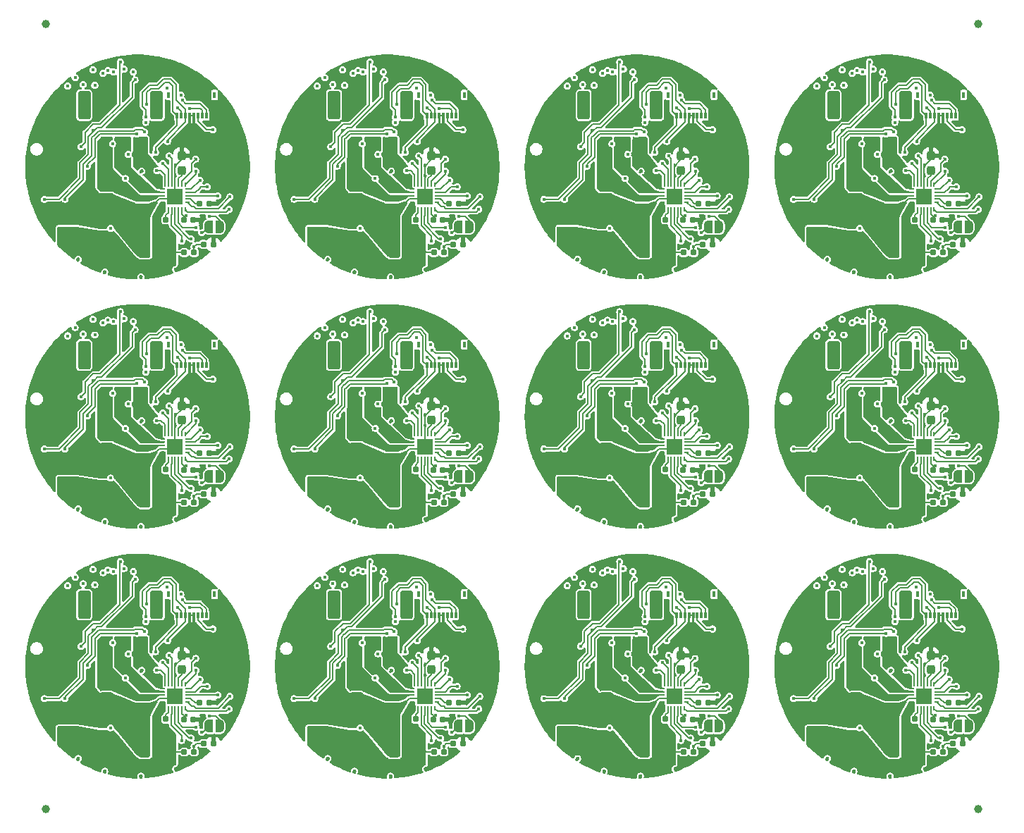
<source format=gbl>
G04 #@! TF.GenerationSoftware,KiCad,Pcbnew,9.0.1-9.0.1-0~ubuntu24.04.1*
G04 #@! TF.CreationDate,2025-04-05T17:55:53+02:00*
G04 #@! TF.ProjectId,panel,70616e65-6c2e-46b6-9963-61645f706362,rev?*
G04 #@! TF.SameCoordinates,Original*
G04 #@! TF.FileFunction,Copper,L6,Bot*
G04 #@! TF.FilePolarity,Positive*
%FSLAX46Y46*%
G04 Gerber Fmt 4.6, Leading zero omitted, Abs format (unit mm)*
G04 Created by KiCad (PCBNEW 9.0.1-9.0.1-0~ubuntu24.04.1) date 2025-04-05 17:55:53*
%MOMM*%
%LPD*%
G01*
G04 APERTURE LIST*
G04 Aperture macros list*
%AMRoundRect*
0 Rectangle with rounded corners*
0 $1 Rounding radius*
0 $2 $3 $4 $5 $6 $7 $8 $9 X,Y pos of 4 corners*
0 Add a 4 corners polygon primitive as box body*
4,1,4,$2,$3,$4,$5,$6,$7,$8,$9,$2,$3,0*
0 Add four circle primitives for the rounded corners*
1,1,$1+$1,$2,$3*
1,1,$1+$1,$4,$5*
1,1,$1+$1,$6,$7*
1,1,$1+$1,$8,$9*
0 Add four rect primitives between the rounded corners*
20,1,$1+$1,$2,$3,$4,$5,0*
20,1,$1+$1,$4,$5,$6,$7,0*
20,1,$1+$1,$6,$7,$8,$9,0*
20,1,$1+$1,$8,$9,$2,$3,0*%
%AMFreePoly0*
4,1,23,0.500000,-0.750000,0.000000,-0.750000,0.000000,-0.745722,-0.065263,-0.745722,-0.191342,-0.711940,-0.304381,-0.646677,-0.396677,-0.554381,-0.461940,-0.441342,-0.495722,-0.315263,-0.495722,-0.250000,-0.500000,-0.250000,-0.500000,0.250000,-0.495722,0.250000,-0.495722,0.315263,-0.461940,0.441342,-0.396677,0.554381,-0.304381,0.646677,-0.191342,0.711940,-0.065263,0.745722,0.000000,0.745722,
0.000000,0.750000,0.500000,0.750000,0.500000,-0.750000,0.500000,-0.750000,$1*%
%AMFreePoly1*
4,1,23,0.000000,0.745722,0.065263,0.745722,0.191342,0.711940,0.304381,0.646677,0.396677,0.554381,0.461940,0.441342,0.495722,0.315263,0.495722,0.250000,0.500000,0.250000,0.500000,-0.250000,0.495722,-0.250000,0.495722,-0.315263,0.461940,-0.441342,0.396677,-0.554381,0.304381,-0.646677,0.191342,-0.711940,0.065263,-0.745722,0.000000,-0.745722,0.000000,-0.750000,-0.500000,-0.750000,
-0.500000,0.750000,0.000000,0.750000,0.000000,0.745722,0.000000,0.745722,$1*%
G04 Aperture macros list end*
G04 #@! TA.AperFunction,ComponentPad*
%ADD10C,2.600000*%
G04 #@! TD*
G04 #@! TA.AperFunction,ConnectorPad*
%ADD11C,4.400000*%
G04 #@! TD*
G04 #@! TA.AperFunction,ComponentPad*
%ADD12C,4.200000*%
G04 #@! TD*
G04 #@! TA.AperFunction,SMDPad,CuDef*
%ADD13RoundRect,0.250000X0.412500X1.100000X-0.412500X1.100000X-0.412500X-1.100000X0.412500X-1.100000X0*%
G04 #@! TD*
G04 #@! TA.AperFunction,SMDPad,CuDef*
%ADD14R,0.200000X0.470000*%
G04 #@! TD*
G04 #@! TA.AperFunction,SMDPad,CuDef*
%ADD15R,0.470000X0.200000*%
G04 #@! TD*
G04 #@! TA.AperFunction,SMDPad,CuDef*
%ADD16R,1.900000X1.900000*%
G04 #@! TD*
G04 #@! TA.AperFunction,SMDPad,CuDef*
%ADD17R,0.300000X0.800000*%
G04 #@! TD*
G04 #@! TA.AperFunction,SMDPad,CuDef*
%ADD18R,0.400000X0.800000*%
G04 #@! TD*
G04 #@! TA.AperFunction,SMDPad,CuDef*
%ADD19FreePoly0,180.000000*%
G04 #@! TD*
G04 #@! TA.AperFunction,SMDPad,CuDef*
%ADD20FreePoly1,180.000000*%
G04 #@! TD*
G04 #@! TA.AperFunction,SMDPad,CuDef*
%ADD21RoundRect,0.155000X-0.212500X-0.155000X0.212500X-0.155000X0.212500X0.155000X-0.212500X0.155000X0*%
G04 #@! TD*
G04 #@! TA.AperFunction,SMDPad,CuDef*
%ADD22RoundRect,0.155000X0.212500X0.155000X-0.212500X0.155000X-0.212500X-0.155000X0.212500X-0.155000X0*%
G04 #@! TD*
G04 #@! TA.AperFunction,SMDPad,CuDef*
%ADD23RoundRect,0.160000X-0.197500X-0.160000X0.197500X-0.160000X0.197500X0.160000X-0.197500X0.160000X0*%
G04 #@! TD*
G04 #@! TA.AperFunction,SMDPad,CuDef*
%ADD24RoundRect,0.250000X0.300000X-0.300000X0.300000X0.300000X-0.300000X0.300000X-0.300000X-0.300000X0*%
G04 #@! TD*
G04 #@! TA.AperFunction,SMDPad,CuDef*
%ADD25RoundRect,0.160000X0.197500X0.160000X-0.197500X0.160000X-0.197500X-0.160000X0.197500X-0.160000X0*%
G04 #@! TD*
G04 #@! TA.AperFunction,SMDPad,CuDef*
%ADD26RoundRect,0.250000X0.550000X-1.500000X0.550000X1.500000X-0.550000X1.500000X-0.550000X-1.500000X0*%
G04 #@! TD*
G04 #@! TA.AperFunction,SMDPad,CuDef*
%ADD27C,1.000000*%
G04 #@! TD*
G04 #@! TA.AperFunction,SMDPad,CuDef*
%ADD28RoundRect,0.250000X-0.250000X-1.500000X0.250000X-1.500000X0.250000X1.500000X-0.250000X1.500000X0*%
G04 #@! TD*
G04 #@! TA.AperFunction,SMDPad,CuDef*
%ADD29RoundRect,0.250001X-0.499999X-1.449999X0.499999X-1.449999X0.499999X1.449999X-0.499999X1.449999X0*%
G04 #@! TD*
G04 #@! TA.AperFunction,SMDPad,CuDef*
%ADD30RoundRect,0.155000X0.155000X-0.212500X0.155000X0.212500X-0.155000X0.212500X-0.155000X-0.212500X0*%
G04 #@! TD*
G04 #@! TA.AperFunction,SMDPad,CuDef*
%ADD31RoundRect,0.237500X0.237500X-0.300000X0.237500X0.300000X-0.237500X0.300000X-0.237500X-0.300000X0*%
G04 #@! TD*
G04 #@! TA.AperFunction,ViaPad*
%ADD32C,0.450000*%
G04 #@! TD*
G04 #@! TA.AperFunction,Conductor*
%ADD33C,0.200000*%
G04 #@! TD*
G04 APERTURE END LIST*
D10*
G04 #@! TO.P,H1,1,1*
G04 #@! TO.N,Board_1-GND*
X60995716Y-20998929D03*
D11*
X60995716Y-20998929D03*
G04 #@! TD*
D10*
G04 #@! TO.P,H1,1,1*
G04 #@! TO.N,Board_9-GND*
X60995716Y-80998929D03*
D11*
X60995716Y-80998929D03*
G04 #@! TD*
D10*
G04 #@! TO.P,H1,1,1*
G04 #@! TO.N,Board_3-GND*
X120995716Y-20998929D03*
D11*
X120995716Y-20998929D03*
G04 #@! TD*
D12*
G04 #@! TO.P,J2,3,GND*
G04 #@! TO.N,Board_3-GND*
X100995716Y-20998929D03*
G04 #@! TD*
D10*
G04 #@! TO.P,H1,1,1*
G04 #@! TO.N,Board_0-GND*
X30995716Y-20998929D03*
D11*
X30995716Y-20998929D03*
G04 #@! TD*
D12*
G04 #@! TO.P,J2,3,GND*
G04 #@! TO.N,Board_6-GND*
X70995716Y-50998929D03*
G04 #@! TD*
D10*
G04 #@! TO.P,H1,1,1*
G04 #@! TO.N,Board_11-GND*
X120995716Y-80998929D03*
D11*
X120995716Y-80998929D03*
G04 #@! TD*
D12*
G04 #@! TO.P,J2,3,GND*
G04 #@! TO.N,Board_7-GND*
X100995716Y-50998929D03*
G04 #@! TD*
G04 #@! TO.P,J2,3,GND*
G04 #@! TO.N,Board_1-GND*
X40995716Y-20998929D03*
G04 #@! TD*
G04 #@! TO.P,J2,3,GND*
G04 #@! TO.N,Board_2-GND*
X70995716Y-20998929D03*
G04 #@! TD*
G04 #@! TO.P,J2,3,GND*
G04 #@! TO.N,Board_10-GND*
X70995716Y-80998929D03*
G04 #@! TD*
G04 #@! TO.P,J2,3,GND*
G04 #@! TO.N,Board_4-GND*
X10995716Y-50998929D03*
G04 #@! TD*
D10*
G04 #@! TO.P,H1,1,1*
G04 #@! TO.N,Board_5-GND*
X60995716Y-50998929D03*
D11*
X60995716Y-50998929D03*
G04 #@! TD*
D12*
G04 #@! TO.P,J2,3,GND*
G04 #@! TO.N,Board_8-GND*
X10995716Y-80998929D03*
G04 #@! TD*
G04 #@! TO.P,J2,3,GND*
G04 #@! TO.N,Board_5-GND*
X40995716Y-50998929D03*
G04 #@! TD*
D10*
G04 #@! TO.P,H1,1,1*
G04 #@! TO.N,Board_10-GND*
X90995716Y-80998929D03*
D11*
X90995716Y-80998929D03*
G04 #@! TD*
D10*
G04 #@! TO.P,H1,1,1*
G04 #@! TO.N,Board_4-GND*
X30995716Y-50998929D03*
D11*
X30995716Y-50998929D03*
G04 #@! TD*
D12*
G04 #@! TO.P,J2,3,GND*
G04 #@! TO.N,Board_9-GND*
X40995716Y-80998929D03*
G04 #@! TD*
D10*
G04 #@! TO.P,H1,1,1*
G04 #@! TO.N,Board_6-GND*
X90995716Y-50998929D03*
D11*
X90995716Y-50998929D03*
G04 #@! TD*
D10*
G04 #@! TO.P,H1,1,1*
G04 #@! TO.N,Board_2-GND*
X90995716Y-20998929D03*
D11*
X90995716Y-20998929D03*
G04 #@! TD*
D10*
G04 #@! TO.P,H1,1,1*
G04 #@! TO.N,Board_8-GND*
X30995716Y-80998929D03*
D11*
X30995716Y-80998929D03*
G04 #@! TD*
D12*
G04 #@! TO.P,J2,3,GND*
G04 #@! TO.N,Board_11-GND*
X100995716Y-80998929D03*
G04 #@! TD*
G04 #@! TO.P,J2,3,GND*
G04 #@! TO.N,Board_0-GND*
X10995716Y-20998929D03*
G04 #@! TD*
D10*
G04 #@! TO.P,H1,1,1*
G04 #@! TO.N,Board_7-GND*
X120995716Y-50998929D03*
D11*
X120995716Y-50998929D03*
G04 #@! TD*
D13*
G04 #@! TO.P,C18,1*
G04 #@! TO.N,Board_0-VCC*
X24958216Y-30598929D03*
G04 #@! TO.P,C18,2*
G04 #@! TO.N,Board_0-GND*
X21833216Y-30598929D03*
G04 #@! TD*
D14*
G04 #@! TO.P,IC2,1,NFAULT*
G04 #@! TO.N,Board_3-/DRIVER_NFAULT*
X116695716Y-26063929D03*
G04 #@! TO.P,IC2,2,CSAREF*
G04 #@! TO.N,Board_3-VDDA*
X116295716Y-26063929D03*
G04 #@! TO.P,IC2,3,SOC*
G04 #@! TO.N,Board_3-/CURRENT3*
X115895716Y-26063929D03*
G04 #@! TO.P,IC2,4,SOB*
G04 #@! TO.N,Board_3-/CURRENT2*
X115495716Y-26063929D03*
G04 #@! TO.P,IC2,5,SOA*
G04 #@! TO.N,Board_3-/CURRENT1*
X115095716Y-26063929D03*
G04 #@! TO.P,IC2,6,CP*
G04 #@! TO.N,Board_3-/DRIVER_CP*
X114695716Y-26063929D03*
G04 #@! TO.P,IC2,7,VIN_AVDD*
G04 #@! TO.N,Board_3-VCC*
X114295716Y-26063929D03*
D15*
G04 #@! TO.P,IC2,8,VM*
X114030716Y-25268929D03*
G04 #@! TO.P,IC2,9,PGND*
G04 #@! TO.N,Board_3-GND*
X114030716Y-24868929D03*
G04 #@! TO.P,IC2,10,OUTA*
G04 #@! TO.N,Board_3-/OUT1*
X114030716Y-24468929D03*
G04 #@! TO.P,IC2,11,OUTB*
G04 #@! TO.N,Board_3-/OUT2*
X114030716Y-24068929D03*
G04 #@! TO.P,IC2,12,OUTC*
G04 #@! TO.N,Board_3-/OUT3*
X114030716Y-23668929D03*
D14*
G04 #@! TO.P,IC2,13,INHC*
G04 #@! TO.N,Board_3-/PWM_H3*
X114295716Y-23133929D03*
G04 #@! TO.P,IC2,14,INHB*
G04 #@! TO.N,Board_3-/PWM_H2*
X114695716Y-23133929D03*
G04 #@! TO.P,IC2,15,INHA*
G04 #@! TO.N,Board_3-/PWM_H1*
X115095716Y-23133929D03*
G04 #@! TO.P,IC2,16,AGND*
G04 #@! TO.N,Board_3-GND*
X115495716Y-23133929D03*
G04 #@! TO.P,IC2,17,AVDD*
G04 #@! TO.N,Board_3-/DRIVER_AVDD*
X115895716Y-23133929D03*
G04 #@! TO.P,IC2,18,INLA*
G04 #@! TO.N,Board_3-/PWM_L1*
X116295716Y-23133929D03*
G04 #@! TO.P,IC2,19,INLB*
G04 #@! TO.N,Board_3-/PWM_L2*
X116695716Y-23133929D03*
D15*
G04 #@! TO.P,IC2,20,INLC*
G04 #@! TO.N,Board_3-/PWM_L3*
X116960716Y-23668929D03*
G04 #@! TO.P,IC2,21,GAIN*
G04 #@! TO.N,Board_3-/DRIVER_GAIN*
X116960716Y-24068929D03*
G04 #@! TO.P,IC2,22,SLEW*
G04 #@! TO.N,Board_3-/DRIVER_SLEW*
X116960716Y-24468929D03*
G04 #@! TO.P,IC2,23,MODE*
G04 #@! TO.N,Board_3-/DRIVER_MODE*
X116960716Y-24868929D03*
G04 #@! TO.P,IC2,24,NSLEEP*
G04 #@! TO.N,Board_3-/DRIVER_NSLEEP*
X116960716Y-25268929D03*
D16*
G04 #@! TO.P,IC2,25,EP*
G04 #@! TO.N,Board_3-GND*
X115495716Y-24598929D03*
G04 #@! TD*
D17*
G04 #@! TO.P,FPC1,1,1*
G04 #@! TO.N,Board_1-/MISO*
X55745716Y-14848929D03*
G04 #@! TO.P,FPC1,2,2*
G04 #@! TO.N,Board_1-+3.3V*
X56245716Y-14848929D03*
G04 #@! TO.P,FPC1,3,3*
G04 #@! TO.N,Board_1-/SCK*
X56745716Y-14848929D03*
G04 #@! TO.P,FPC1,4,4*
G04 #@! TO.N,Board_1-GND*
X57245716Y-14848929D03*
G04 #@! TO.P,FPC1,5,5*
X57745716Y-14848929D03*
G04 #@! TO.P,FPC1,6,6*
G04 #@! TO.N,Board_1-/CS_EXTERNAL*
X58245716Y-14848929D03*
G04 #@! TO.P,FPC1,7,7*
G04 #@! TO.N,Board_1-+3.3V*
X58745716Y-14848929D03*
G04 #@! TO.P,FPC1,8,8*
G04 #@! TO.N,Board_1-/MOSI*
X59245716Y-14848929D03*
D18*
G04 #@! TO.P,FPC1,9,9*
G04 #@! TO.N,Board_1-unconnected-(FPC1-Pad9)*
X60245716Y-12348929D03*
G04 #@! TO.P,FPC1,10,10*
G04 #@! TO.N,Board_1-unconnected-(FPC1-Pad10)*
X54745716Y-12348929D03*
G04 #@! TD*
D19*
G04 #@! TO.P,JP2,1,A*
G04 #@! TO.N,Board_11-/DRIVER_AVDD*
X120845716Y-88198929D03*
D20*
G04 #@! TO.P,JP2,2,B*
G04 #@! TO.N,Board_11-+3.3V*
X119545716Y-88198929D03*
G04 #@! TD*
D21*
G04 #@! TO.P,C20,1*
G04 #@! TO.N,Board_8-VDDA*
X26528216Y-87398929D03*
G04 #@! TO.P,C20,2*
G04 #@! TO.N,Board_8-GND*
X27663216Y-87398929D03*
G04 #@! TD*
D22*
G04 #@! TO.P,C17,1*
G04 #@! TO.N,Board_5-VCC*
X53163216Y-58498929D03*
G04 #@! TO.P,C17,2*
G04 #@! TO.N,Board_5-GND*
X52028216Y-58498929D03*
G04 #@! TD*
D23*
G04 #@! TO.P,R1,1*
G04 #@! TO.N,Board_5-/DRIVER_MODE*
X58395716Y-55398929D03*
G04 #@! TO.P,R1,2*
G04 #@! TO.N,Board_5-GND*
X59590716Y-55398929D03*
G04 #@! TD*
D22*
G04 #@! TO.P,C9,1*
G04 #@! TO.N,Board_0-VCC*
X23163216Y-27398929D03*
G04 #@! TO.P,C9,2*
G04 #@! TO.N,Board_0-GND*
X22028216Y-27398929D03*
G04 #@! TD*
D24*
G04 #@! TO.P,D2,1,K*
G04 #@! TO.N,Board_7-VCC*
X102495716Y-59498929D03*
G04 #@! TO.P,D2,2,A*
G04 #@! TO.N,Board_7-GND*
X102495716Y-56698929D03*
G04 #@! TD*
D25*
G04 #@! TO.P,R5,1*
G04 #@! TO.N,Board_1-GND*
X60093216Y-30298929D03*
G04 #@! TO.P,R5,2*
G04 #@! TO.N,Board_1-/VOLTAGE_SENCE*
X58898216Y-30298929D03*
G04 #@! TD*
D14*
G04 #@! TO.P,IC2,1,NFAULT*
G04 #@! TO.N,Board_8-/DRIVER_NFAULT*
X26695716Y-86063929D03*
G04 #@! TO.P,IC2,2,CSAREF*
G04 #@! TO.N,Board_8-VDDA*
X26295716Y-86063929D03*
G04 #@! TO.P,IC2,3,SOC*
G04 #@! TO.N,Board_8-/CURRENT3*
X25895716Y-86063929D03*
G04 #@! TO.P,IC2,4,SOB*
G04 #@! TO.N,Board_8-/CURRENT2*
X25495716Y-86063929D03*
G04 #@! TO.P,IC2,5,SOA*
G04 #@! TO.N,Board_8-/CURRENT1*
X25095716Y-86063929D03*
G04 #@! TO.P,IC2,6,CP*
G04 #@! TO.N,Board_8-/DRIVER_CP*
X24695716Y-86063929D03*
G04 #@! TO.P,IC2,7,VIN_AVDD*
G04 #@! TO.N,Board_8-VCC*
X24295716Y-86063929D03*
D15*
G04 #@! TO.P,IC2,8,VM*
X24030716Y-85268929D03*
G04 #@! TO.P,IC2,9,PGND*
G04 #@! TO.N,Board_8-GND*
X24030716Y-84868929D03*
G04 #@! TO.P,IC2,10,OUTA*
G04 #@! TO.N,Board_8-/OUT1*
X24030716Y-84468929D03*
G04 #@! TO.P,IC2,11,OUTB*
G04 #@! TO.N,Board_8-/OUT2*
X24030716Y-84068929D03*
G04 #@! TO.P,IC2,12,OUTC*
G04 #@! TO.N,Board_8-/OUT3*
X24030716Y-83668929D03*
D14*
G04 #@! TO.P,IC2,13,INHC*
G04 #@! TO.N,Board_8-/PWM_H3*
X24295716Y-83133929D03*
G04 #@! TO.P,IC2,14,INHB*
G04 #@! TO.N,Board_8-/PWM_H2*
X24695716Y-83133929D03*
G04 #@! TO.P,IC2,15,INHA*
G04 #@! TO.N,Board_8-/PWM_H1*
X25095716Y-83133929D03*
G04 #@! TO.P,IC2,16,AGND*
G04 #@! TO.N,Board_8-GND*
X25495716Y-83133929D03*
G04 #@! TO.P,IC2,17,AVDD*
G04 #@! TO.N,Board_8-/DRIVER_AVDD*
X25895716Y-83133929D03*
G04 #@! TO.P,IC2,18,INLA*
G04 #@! TO.N,Board_8-/PWM_L1*
X26295716Y-83133929D03*
G04 #@! TO.P,IC2,19,INLB*
G04 #@! TO.N,Board_8-/PWM_L2*
X26695716Y-83133929D03*
D15*
G04 #@! TO.P,IC2,20,INLC*
G04 #@! TO.N,Board_8-/PWM_L3*
X26960716Y-83668929D03*
G04 #@! TO.P,IC2,21,GAIN*
G04 #@! TO.N,Board_8-/DRIVER_GAIN*
X26960716Y-84068929D03*
G04 #@! TO.P,IC2,22,SLEW*
G04 #@! TO.N,Board_8-/DRIVER_SLEW*
X26960716Y-84468929D03*
G04 #@! TO.P,IC2,23,MODE*
G04 #@! TO.N,Board_8-/DRIVER_MODE*
X26960716Y-84868929D03*
G04 #@! TO.P,IC2,24,NSLEEP*
G04 #@! TO.N,Board_8-/DRIVER_NSLEEP*
X26960716Y-85268929D03*
D16*
G04 #@! TO.P,IC2,25,EP*
G04 #@! TO.N,Board_8-GND*
X25495716Y-84598929D03*
G04 #@! TD*
D26*
G04 #@! TO.P,C19,1*
G04 #@! TO.N,Board_0-VCC*
X17295716Y-31298929D03*
G04 #@! TO.P,C19,2*
G04 #@! TO.N,Board_0-GND*
X17295716Y-25898929D03*
G04 #@! TD*
D23*
G04 #@! TO.P,R1,1*
G04 #@! TO.N,Board_1-/DRIVER_MODE*
X58395716Y-25398929D03*
G04 #@! TO.P,R1,2*
G04 #@! TO.N,Board_1-GND*
X59590716Y-25398929D03*
G04 #@! TD*
G04 #@! TO.P,R1,1*
G04 #@! TO.N,Board_6-/DRIVER_MODE*
X88395716Y-55398929D03*
G04 #@! TO.P,R1,2*
G04 #@! TO.N,Board_6-GND*
X89590716Y-55398929D03*
G04 #@! TD*
D27*
G04 #@! TO.P,KiKit_FID_B_2,*
G04 #@! TO.N,*
X121995716Y-3850000D03*
G04 #@! TD*
D23*
G04 #@! TO.P,R1,1*
G04 #@! TO.N,Board_9-/DRIVER_MODE*
X58395716Y-85398929D03*
G04 #@! TO.P,R1,2*
G04 #@! TO.N,Board_9-GND*
X59590716Y-85398929D03*
G04 #@! TD*
D24*
G04 #@! TO.P,D2,1,K*
G04 #@! TO.N,Board_11-VCC*
X102495716Y-89498929D03*
G04 #@! TO.P,D2,2,A*
G04 #@! TO.N,Board_11-GND*
X102495716Y-86698929D03*
G04 #@! TD*
D17*
G04 #@! TO.P,FPC1,1,1*
G04 #@! TO.N,Board_4-/MISO*
X25745716Y-44848929D03*
G04 #@! TO.P,FPC1,2,2*
G04 #@! TO.N,Board_4-+3.3V*
X26245716Y-44848929D03*
G04 #@! TO.P,FPC1,3,3*
G04 #@! TO.N,Board_4-/SCK*
X26745716Y-44848929D03*
G04 #@! TO.P,FPC1,4,4*
G04 #@! TO.N,Board_4-GND*
X27245716Y-44848929D03*
G04 #@! TO.P,FPC1,5,5*
X27745716Y-44848929D03*
G04 #@! TO.P,FPC1,6,6*
G04 #@! TO.N,Board_4-/CS_EXTERNAL*
X28245716Y-44848929D03*
G04 #@! TO.P,FPC1,7,7*
G04 #@! TO.N,Board_4-+3.3V*
X28745716Y-44848929D03*
G04 #@! TO.P,FPC1,8,8*
G04 #@! TO.N,Board_4-/MOSI*
X29245716Y-44848929D03*
D18*
G04 #@! TO.P,FPC1,9,9*
G04 #@! TO.N,Board_4-unconnected-(FPC1-Pad9)*
X30245716Y-42348929D03*
G04 #@! TO.P,FPC1,10,10*
G04 #@! TO.N,Board_4-unconnected-(FPC1-Pad10)*
X24745716Y-42348929D03*
G04 #@! TD*
D26*
G04 #@! TO.P,C19,1*
G04 #@! TO.N,Board_4-VCC*
X17295716Y-61298929D03*
G04 #@! TO.P,C19,2*
G04 #@! TO.N,Board_4-GND*
X17295716Y-55898929D03*
G04 #@! TD*
D22*
G04 #@! TO.P,C9,1*
G04 #@! TO.N,Board_7-VCC*
X113163216Y-57398929D03*
G04 #@! TO.P,C9,2*
G04 #@! TO.N,Board_7-GND*
X112028216Y-57398929D03*
G04 #@! TD*
D19*
G04 #@! TO.P,JP2,1,A*
G04 #@! TO.N,Board_6-/DRIVER_AVDD*
X90845716Y-58198929D03*
D20*
G04 #@! TO.P,JP2,2,B*
G04 #@! TO.N,Board_6-+3.3V*
X89545716Y-58198929D03*
G04 #@! TD*
D14*
G04 #@! TO.P,IC2,1,NFAULT*
G04 #@! TO.N,Board_9-/DRIVER_NFAULT*
X56695716Y-86063929D03*
G04 #@! TO.P,IC2,2,CSAREF*
G04 #@! TO.N,Board_9-VDDA*
X56295716Y-86063929D03*
G04 #@! TO.P,IC2,3,SOC*
G04 #@! TO.N,Board_9-/CURRENT3*
X55895716Y-86063929D03*
G04 #@! TO.P,IC2,4,SOB*
G04 #@! TO.N,Board_9-/CURRENT2*
X55495716Y-86063929D03*
G04 #@! TO.P,IC2,5,SOA*
G04 #@! TO.N,Board_9-/CURRENT1*
X55095716Y-86063929D03*
G04 #@! TO.P,IC2,6,CP*
G04 #@! TO.N,Board_9-/DRIVER_CP*
X54695716Y-86063929D03*
G04 #@! TO.P,IC2,7,VIN_AVDD*
G04 #@! TO.N,Board_9-VCC*
X54295716Y-86063929D03*
D15*
G04 #@! TO.P,IC2,8,VM*
X54030716Y-85268929D03*
G04 #@! TO.P,IC2,9,PGND*
G04 #@! TO.N,Board_9-GND*
X54030716Y-84868929D03*
G04 #@! TO.P,IC2,10,OUTA*
G04 #@! TO.N,Board_9-/OUT1*
X54030716Y-84468929D03*
G04 #@! TO.P,IC2,11,OUTB*
G04 #@! TO.N,Board_9-/OUT2*
X54030716Y-84068929D03*
G04 #@! TO.P,IC2,12,OUTC*
G04 #@! TO.N,Board_9-/OUT3*
X54030716Y-83668929D03*
D14*
G04 #@! TO.P,IC2,13,INHC*
G04 #@! TO.N,Board_9-/PWM_H3*
X54295716Y-83133929D03*
G04 #@! TO.P,IC2,14,INHB*
G04 #@! TO.N,Board_9-/PWM_H2*
X54695716Y-83133929D03*
G04 #@! TO.P,IC2,15,INHA*
G04 #@! TO.N,Board_9-/PWM_H1*
X55095716Y-83133929D03*
G04 #@! TO.P,IC2,16,AGND*
G04 #@! TO.N,Board_9-GND*
X55495716Y-83133929D03*
G04 #@! TO.P,IC2,17,AVDD*
G04 #@! TO.N,Board_9-/DRIVER_AVDD*
X55895716Y-83133929D03*
G04 #@! TO.P,IC2,18,INLA*
G04 #@! TO.N,Board_9-/PWM_L1*
X56295716Y-83133929D03*
G04 #@! TO.P,IC2,19,INLB*
G04 #@! TO.N,Board_9-/PWM_L2*
X56695716Y-83133929D03*
D15*
G04 #@! TO.P,IC2,20,INLC*
G04 #@! TO.N,Board_9-/PWM_L3*
X56960716Y-83668929D03*
G04 #@! TO.P,IC2,21,GAIN*
G04 #@! TO.N,Board_9-/DRIVER_GAIN*
X56960716Y-84068929D03*
G04 #@! TO.P,IC2,22,SLEW*
G04 #@! TO.N,Board_9-/DRIVER_SLEW*
X56960716Y-84468929D03*
G04 #@! TO.P,IC2,23,MODE*
G04 #@! TO.N,Board_9-/DRIVER_MODE*
X56960716Y-84868929D03*
G04 #@! TO.P,IC2,24,NSLEEP*
G04 #@! TO.N,Board_9-/DRIVER_NSLEEP*
X56960716Y-85268929D03*
D16*
G04 #@! TO.P,IC2,25,EP*
G04 #@! TO.N,Board_9-GND*
X55495716Y-84598929D03*
G04 #@! TD*
D28*
G04 #@! TO.P,J4,1,Pin_1*
G04 #@! TO.N,Board_3-/OUT1*
X106945716Y-19348929D03*
G04 #@! TO.P,J4,2,Pin_2*
G04 #@! TO.N,Board_3-/OUT2*
X108945716Y-19348929D03*
G04 #@! TO.P,J4,3,Pin_3*
G04 #@! TO.N,Board_3-/OUT3*
X110945716Y-19348929D03*
D29*
G04 #@! TO.P,J4,MP,MountPin*
G04 #@! TO.N,Board_3-unconnected-(J4-MountPin-PadMP)_1*
X104595716Y-13598929D03*
G04 #@! TO.N,Board_3-unconnected-(J4-MountPin-PadMP)*
X113295716Y-13598929D03*
G04 #@! TD*
D21*
G04 #@! TO.P,C20,1*
G04 #@! TO.N,Board_9-VDDA*
X56528216Y-87398929D03*
G04 #@! TO.P,C20,2*
G04 #@! TO.N,Board_9-GND*
X57663216Y-87398929D03*
G04 #@! TD*
D24*
G04 #@! TO.P,D2,1,K*
G04 #@! TO.N,Board_2-VCC*
X72495716Y-29498929D03*
G04 #@! TO.P,D2,2,A*
G04 #@! TO.N,Board_2-GND*
X72495716Y-26698929D03*
G04 #@! TD*
D22*
G04 #@! TO.P,C9,1*
G04 #@! TO.N,Board_5-VCC*
X53163216Y-57398929D03*
G04 #@! TO.P,C9,2*
G04 #@! TO.N,Board_5-GND*
X52028216Y-57398929D03*
G04 #@! TD*
D17*
G04 #@! TO.P,FPC1,1,1*
G04 #@! TO.N,Board_11-/MISO*
X115745716Y-74848929D03*
G04 #@! TO.P,FPC1,2,2*
G04 #@! TO.N,Board_11-+3.3V*
X116245716Y-74848929D03*
G04 #@! TO.P,FPC1,3,3*
G04 #@! TO.N,Board_11-/SCK*
X116745716Y-74848929D03*
G04 #@! TO.P,FPC1,4,4*
G04 #@! TO.N,Board_11-GND*
X117245716Y-74848929D03*
G04 #@! TO.P,FPC1,5,5*
X117745716Y-74848929D03*
G04 #@! TO.P,FPC1,6,6*
G04 #@! TO.N,Board_11-/CS_EXTERNAL*
X118245716Y-74848929D03*
G04 #@! TO.P,FPC1,7,7*
G04 #@! TO.N,Board_11-+3.3V*
X118745716Y-74848929D03*
G04 #@! TO.P,FPC1,8,8*
G04 #@! TO.N,Board_11-/MOSI*
X119245716Y-74848929D03*
D18*
G04 #@! TO.P,FPC1,9,9*
G04 #@! TO.N,Board_11-unconnected-(FPC1-Pad9)*
X120245716Y-72348929D03*
G04 #@! TO.P,FPC1,10,10*
G04 #@! TO.N,Board_11-unconnected-(FPC1-Pad10)*
X114745716Y-72348929D03*
G04 #@! TD*
D25*
G04 #@! TO.P,R4,1*
G04 #@! TO.N,Board_10-/VOLTAGE_SENCE*
X87793216Y-91298929D03*
G04 #@! TO.P,R4,2*
G04 #@! TO.N,Board_10-VCC*
X86598216Y-91298929D03*
G04 #@! TD*
D13*
G04 #@! TO.P,C18,1*
G04 #@! TO.N,Board_10-VCC*
X84958216Y-90598929D03*
G04 #@! TO.P,C18,2*
G04 #@! TO.N,Board_10-GND*
X81833216Y-90598929D03*
G04 #@! TD*
D22*
G04 #@! TO.P,C9,1*
G04 #@! TO.N,Board_11-VCC*
X113163216Y-87398929D03*
G04 #@! TO.P,C9,2*
G04 #@! TO.N,Board_11-GND*
X112028216Y-87398929D03*
G04 #@! TD*
D24*
G04 #@! TO.P,D2,1,K*
G04 #@! TO.N,Board_8-VCC*
X12495716Y-89498929D03*
G04 #@! TO.P,D2,2,A*
G04 #@! TO.N,Board_8-GND*
X12495716Y-86698929D03*
G04 #@! TD*
D13*
G04 #@! TO.P,C18,1*
G04 #@! TO.N,Board_2-VCC*
X84958216Y-30598929D03*
G04 #@! TO.P,C18,2*
G04 #@! TO.N,Board_2-GND*
X81833216Y-30598929D03*
G04 #@! TD*
D30*
G04 #@! TO.P,C6,1*
G04 #@! TO.N,Board_10-VCC*
X84395716Y-88466429D03*
G04 #@! TO.P,C6,2*
G04 #@! TO.N,Board_10-/DRIVER_CP*
X84395716Y-87331429D03*
G04 #@! TD*
D22*
G04 #@! TO.P,C9,1*
G04 #@! TO.N,Board_4-VCC*
X23163216Y-57398929D03*
G04 #@! TO.P,C9,2*
G04 #@! TO.N,Board_4-GND*
X22028216Y-57398929D03*
G04 #@! TD*
D17*
G04 #@! TO.P,FPC1,1,1*
G04 #@! TO.N,Board_6-/MISO*
X85745716Y-44848929D03*
G04 #@! TO.P,FPC1,2,2*
G04 #@! TO.N,Board_6-+3.3V*
X86245716Y-44848929D03*
G04 #@! TO.P,FPC1,3,3*
G04 #@! TO.N,Board_6-/SCK*
X86745716Y-44848929D03*
G04 #@! TO.P,FPC1,4,4*
G04 #@! TO.N,Board_6-GND*
X87245716Y-44848929D03*
G04 #@! TO.P,FPC1,5,5*
X87745716Y-44848929D03*
G04 #@! TO.P,FPC1,6,6*
G04 #@! TO.N,Board_6-/CS_EXTERNAL*
X88245716Y-44848929D03*
G04 #@! TO.P,FPC1,7,7*
G04 #@! TO.N,Board_6-+3.3V*
X88745716Y-44848929D03*
G04 #@! TO.P,FPC1,8,8*
G04 #@! TO.N,Board_6-/MOSI*
X89245716Y-44848929D03*
D18*
G04 #@! TO.P,FPC1,9,9*
G04 #@! TO.N,Board_6-unconnected-(FPC1-Pad9)*
X90245716Y-42348929D03*
G04 #@! TO.P,FPC1,10,10*
G04 #@! TO.N,Board_6-unconnected-(FPC1-Pad10)*
X84745716Y-42348929D03*
G04 #@! TD*
D26*
G04 #@! TO.P,C19,1*
G04 #@! TO.N,Board_9-VCC*
X47295716Y-91298929D03*
G04 #@! TO.P,C19,2*
G04 #@! TO.N,Board_9-GND*
X47295716Y-85898929D03*
G04 #@! TD*
D14*
G04 #@! TO.P,IC2,1,NFAULT*
G04 #@! TO.N,Board_2-/DRIVER_NFAULT*
X86695716Y-26063929D03*
G04 #@! TO.P,IC2,2,CSAREF*
G04 #@! TO.N,Board_2-VDDA*
X86295716Y-26063929D03*
G04 #@! TO.P,IC2,3,SOC*
G04 #@! TO.N,Board_2-/CURRENT3*
X85895716Y-26063929D03*
G04 #@! TO.P,IC2,4,SOB*
G04 #@! TO.N,Board_2-/CURRENT2*
X85495716Y-26063929D03*
G04 #@! TO.P,IC2,5,SOA*
G04 #@! TO.N,Board_2-/CURRENT1*
X85095716Y-26063929D03*
G04 #@! TO.P,IC2,6,CP*
G04 #@! TO.N,Board_2-/DRIVER_CP*
X84695716Y-26063929D03*
G04 #@! TO.P,IC2,7,VIN_AVDD*
G04 #@! TO.N,Board_2-VCC*
X84295716Y-26063929D03*
D15*
G04 #@! TO.P,IC2,8,VM*
X84030716Y-25268929D03*
G04 #@! TO.P,IC2,9,PGND*
G04 #@! TO.N,Board_2-GND*
X84030716Y-24868929D03*
G04 #@! TO.P,IC2,10,OUTA*
G04 #@! TO.N,Board_2-/OUT1*
X84030716Y-24468929D03*
G04 #@! TO.P,IC2,11,OUTB*
G04 #@! TO.N,Board_2-/OUT2*
X84030716Y-24068929D03*
G04 #@! TO.P,IC2,12,OUTC*
G04 #@! TO.N,Board_2-/OUT3*
X84030716Y-23668929D03*
D14*
G04 #@! TO.P,IC2,13,INHC*
G04 #@! TO.N,Board_2-/PWM_H3*
X84295716Y-23133929D03*
G04 #@! TO.P,IC2,14,INHB*
G04 #@! TO.N,Board_2-/PWM_H2*
X84695716Y-23133929D03*
G04 #@! TO.P,IC2,15,INHA*
G04 #@! TO.N,Board_2-/PWM_H1*
X85095716Y-23133929D03*
G04 #@! TO.P,IC2,16,AGND*
G04 #@! TO.N,Board_2-GND*
X85495716Y-23133929D03*
G04 #@! TO.P,IC2,17,AVDD*
G04 #@! TO.N,Board_2-/DRIVER_AVDD*
X85895716Y-23133929D03*
G04 #@! TO.P,IC2,18,INLA*
G04 #@! TO.N,Board_2-/PWM_L1*
X86295716Y-23133929D03*
G04 #@! TO.P,IC2,19,INLB*
G04 #@! TO.N,Board_2-/PWM_L2*
X86695716Y-23133929D03*
D15*
G04 #@! TO.P,IC2,20,INLC*
G04 #@! TO.N,Board_2-/PWM_L3*
X86960716Y-23668929D03*
G04 #@! TO.P,IC2,21,GAIN*
G04 #@! TO.N,Board_2-/DRIVER_GAIN*
X86960716Y-24068929D03*
G04 #@! TO.P,IC2,22,SLEW*
G04 #@! TO.N,Board_2-/DRIVER_SLEW*
X86960716Y-24468929D03*
G04 #@! TO.P,IC2,23,MODE*
G04 #@! TO.N,Board_2-/DRIVER_MODE*
X86960716Y-24868929D03*
G04 #@! TO.P,IC2,24,NSLEEP*
G04 #@! TO.N,Board_2-/DRIVER_NSLEEP*
X86960716Y-25268929D03*
D16*
G04 #@! TO.P,IC2,25,EP*
G04 #@! TO.N,Board_2-GND*
X85495716Y-24598929D03*
G04 #@! TD*
D21*
G04 #@! TO.P,C20,1*
G04 #@! TO.N,Board_5-VDDA*
X56528216Y-57398929D03*
G04 #@! TO.P,C20,2*
G04 #@! TO.N,Board_5-GND*
X57663216Y-57398929D03*
G04 #@! TD*
D31*
G04 #@! TO.P,C16,1*
G04 #@! TO.N,Board_5-/DRIVER_AVDD*
X56295716Y-51423929D03*
G04 #@! TO.P,C16,2*
G04 #@! TO.N,Board_5-GND*
X56295716Y-49698929D03*
G04 #@! TD*
D26*
G04 #@! TO.P,C19,1*
G04 #@! TO.N,Board_10-VCC*
X77295716Y-91298929D03*
G04 #@! TO.P,C19,2*
G04 #@! TO.N,Board_10-GND*
X77295716Y-85898929D03*
G04 #@! TD*
D17*
G04 #@! TO.P,FPC1,1,1*
G04 #@! TO.N,Board_9-/MISO*
X55745716Y-74848929D03*
G04 #@! TO.P,FPC1,2,2*
G04 #@! TO.N,Board_9-+3.3V*
X56245716Y-74848929D03*
G04 #@! TO.P,FPC1,3,3*
G04 #@! TO.N,Board_9-/SCK*
X56745716Y-74848929D03*
G04 #@! TO.P,FPC1,4,4*
G04 #@! TO.N,Board_9-GND*
X57245716Y-74848929D03*
G04 #@! TO.P,FPC1,5,5*
X57745716Y-74848929D03*
G04 #@! TO.P,FPC1,6,6*
G04 #@! TO.N,Board_9-/CS_EXTERNAL*
X58245716Y-74848929D03*
G04 #@! TO.P,FPC1,7,7*
G04 #@! TO.N,Board_9-+3.3V*
X58745716Y-74848929D03*
G04 #@! TO.P,FPC1,8,8*
G04 #@! TO.N,Board_9-/MOSI*
X59245716Y-74848929D03*
D18*
G04 #@! TO.P,FPC1,9,9*
G04 #@! TO.N,Board_9-unconnected-(FPC1-Pad9)*
X60245716Y-72348929D03*
G04 #@! TO.P,FPC1,10,10*
G04 #@! TO.N,Board_9-unconnected-(FPC1-Pad10)*
X54745716Y-72348929D03*
G04 #@! TD*
D17*
G04 #@! TO.P,FPC1,1,1*
G04 #@! TO.N,Board_0-/MISO*
X25745716Y-14848929D03*
G04 #@! TO.P,FPC1,2,2*
G04 #@! TO.N,Board_0-+3.3V*
X26245716Y-14848929D03*
G04 #@! TO.P,FPC1,3,3*
G04 #@! TO.N,Board_0-/SCK*
X26745716Y-14848929D03*
G04 #@! TO.P,FPC1,4,4*
G04 #@! TO.N,Board_0-GND*
X27245716Y-14848929D03*
G04 #@! TO.P,FPC1,5,5*
X27745716Y-14848929D03*
G04 #@! TO.P,FPC1,6,6*
G04 #@! TO.N,Board_0-/CS_EXTERNAL*
X28245716Y-14848929D03*
G04 #@! TO.P,FPC1,7,7*
G04 #@! TO.N,Board_0-+3.3V*
X28745716Y-14848929D03*
G04 #@! TO.P,FPC1,8,8*
G04 #@! TO.N,Board_0-/MOSI*
X29245716Y-14848929D03*
D18*
G04 #@! TO.P,FPC1,9,9*
G04 #@! TO.N,Board_0-unconnected-(FPC1-Pad9)*
X30245716Y-12348929D03*
G04 #@! TO.P,FPC1,10,10*
G04 #@! TO.N,Board_0-unconnected-(FPC1-Pad10)*
X24745716Y-12348929D03*
G04 #@! TD*
D25*
G04 #@! TO.P,R5,1*
G04 #@! TO.N,Board_11-GND*
X120093216Y-90298929D03*
G04 #@! TO.P,R5,2*
G04 #@! TO.N,Board_11-/VOLTAGE_SENCE*
X118898216Y-90298929D03*
G04 #@! TD*
D17*
G04 #@! TO.P,FPC1,1,1*
G04 #@! TO.N,Board_3-/MISO*
X115745716Y-14848929D03*
G04 #@! TO.P,FPC1,2,2*
G04 #@! TO.N,Board_3-+3.3V*
X116245716Y-14848929D03*
G04 #@! TO.P,FPC1,3,3*
G04 #@! TO.N,Board_3-/SCK*
X116745716Y-14848929D03*
G04 #@! TO.P,FPC1,4,4*
G04 #@! TO.N,Board_3-GND*
X117245716Y-14848929D03*
G04 #@! TO.P,FPC1,5,5*
X117745716Y-14848929D03*
G04 #@! TO.P,FPC1,6,6*
G04 #@! TO.N,Board_3-/CS_EXTERNAL*
X118245716Y-14848929D03*
G04 #@! TO.P,FPC1,7,7*
G04 #@! TO.N,Board_3-+3.3V*
X118745716Y-14848929D03*
G04 #@! TO.P,FPC1,8,8*
G04 #@! TO.N,Board_3-/MOSI*
X119245716Y-14848929D03*
D18*
G04 #@! TO.P,FPC1,9,9*
G04 #@! TO.N,Board_3-unconnected-(FPC1-Pad9)*
X120245716Y-12348929D03*
G04 #@! TO.P,FPC1,10,10*
G04 #@! TO.N,Board_3-unconnected-(FPC1-Pad10)*
X114745716Y-12348929D03*
G04 #@! TD*
D23*
G04 #@! TO.P,R1,1*
G04 #@! TO.N,Board_10-/DRIVER_MODE*
X88395716Y-85398929D03*
G04 #@! TO.P,R1,2*
G04 #@! TO.N,Board_10-GND*
X89590716Y-85398929D03*
G04 #@! TD*
D28*
G04 #@! TO.P,J4,1,Pin_1*
G04 #@! TO.N,Board_0-/OUT1*
X16945716Y-19348929D03*
G04 #@! TO.P,J4,2,Pin_2*
G04 #@! TO.N,Board_0-/OUT2*
X18945716Y-19348929D03*
G04 #@! TO.P,J4,3,Pin_3*
G04 #@! TO.N,Board_0-/OUT3*
X20945716Y-19348929D03*
D29*
G04 #@! TO.P,J4,MP,MountPin*
G04 #@! TO.N,Board_0-unconnected-(J4-MountPin-PadMP)_1*
X14595716Y-13598929D03*
G04 #@! TO.N,Board_0-unconnected-(J4-MountPin-PadMP)*
X23295716Y-13598929D03*
G04 #@! TD*
D17*
G04 #@! TO.P,FPC1,1,1*
G04 #@! TO.N,Board_5-/MISO*
X55745716Y-44848929D03*
G04 #@! TO.P,FPC1,2,2*
G04 #@! TO.N,Board_5-+3.3V*
X56245716Y-44848929D03*
G04 #@! TO.P,FPC1,3,3*
G04 #@! TO.N,Board_5-/SCK*
X56745716Y-44848929D03*
G04 #@! TO.P,FPC1,4,4*
G04 #@! TO.N,Board_5-GND*
X57245716Y-44848929D03*
G04 #@! TO.P,FPC1,5,5*
X57745716Y-44848929D03*
G04 #@! TO.P,FPC1,6,6*
G04 #@! TO.N,Board_5-/CS_EXTERNAL*
X58245716Y-44848929D03*
G04 #@! TO.P,FPC1,7,7*
G04 #@! TO.N,Board_5-+3.3V*
X58745716Y-44848929D03*
G04 #@! TO.P,FPC1,8,8*
G04 #@! TO.N,Board_5-/MOSI*
X59245716Y-44848929D03*
D18*
G04 #@! TO.P,FPC1,9,9*
G04 #@! TO.N,Board_5-unconnected-(FPC1-Pad9)*
X60245716Y-42348929D03*
G04 #@! TO.P,FPC1,10,10*
G04 #@! TO.N,Board_5-unconnected-(FPC1-Pad10)*
X54745716Y-42348929D03*
G04 #@! TD*
D17*
G04 #@! TO.P,FPC1,1,1*
G04 #@! TO.N,Board_10-/MISO*
X85745716Y-74848929D03*
G04 #@! TO.P,FPC1,2,2*
G04 #@! TO.N,Board_10-+3.3V*
X86245716Y-74848929D03*
G04 #@! TO.P,FPC1,3,3*
G04 #@! TO.N,Board_10-/SCK*
X86745716Y-74848929D03*
G04 #@! TO.P,FPC1,4,4*
G04 #@! TO.N,Board_10-GND*
X87245716Y-74848929D03*
G04 #@! TO.P,FPC1,5,5*
X87745716Y-74848929D03*
G04 #@! TO.P,FPC1,6,6*
G04 #@! TO.N,Board_10-/CS_EXTERNAL*
X88245716Y-74848929D03*
G04 #@! TO.P,FPC1,7,7*
G04 #@! TO.N,Board_10-+3.3V*
X88745716Y-74848929D03*
G04 #@! TO.P,FPC1,8,8*
G04 #@! TO.N,Board_10-/MOSI*
X89245716Y-74848929D03*
D18*
G04 #@! TO.P,FPC1,9,9*
G04 #@! TO.N,Board_10-unconnected-(FPC1-Pad9)*
X90245716Y-72348929D03*
G04 #@! TO.P,FPC1,10,10*
G04 #@! TO.N,Board_10-unconnected-(FPC1-Pad10)*
X84745716Y-72348929D03*
G04 #@! TD*
D31*
G04 #@! TO.P,C16,1*
G04 #@! TO.N,Board_9-/DRIVER_AVDD*
X56295716Y-81423929D03*
G04 #@! TO.P,C16,2*
G04 #@! TO.N,Board_9-GND*
X56295716Y-79698929D03*
G04 #@! TD*
D30*
G04 #@! TO.P,C6,1*
G04 #@! TO.N,Board_8-VCC*
X24395716Y-88466429D03*
G04 #@! TO.P,C6,2*
G04 #@! TO.N,Board_8-/DRIVER_CP*
X24395716Y-87331429D03*
G04 #@! TD*
G04 #@! TO.P,C6,1*
G04 #@! TO.N,Board_7-VCC*
X114395716Y-58466429D03*
G04 #@! TO.P,C6,2*
G04 #@! TO.N,Board_7-/DRIVER_CP*
X114395716Y-57331429D03*
G04 #@! TD*
D24*
G04 #@! TO.P,D2,1,K*
G04 #@! TO.N,Board_10-VCC*
X72495716Y-89498929D03*
G04 #@! TO.P,D2,2,A*
G04 #@! TO.N,Board_10-GND*
X72495716Y-86698929D03*
G04 #@! TD*
D23*
G04 #@! TO.P,R1,1*
G04 #@! TO.N,Board_7-/DRIVER_MODE*
X118395716Y-55398929D03*
G04 #@! TO.P,R1,2*
G04 #@! TO.N,Board_7-GND*
X119590716Y-55398929D03*
G04 #@! TD*
D22*
G04 #@! TO.P,C9,1*
G04 #@! TO.N,Board_2-VCC*
X83163216Y-27398929D03*
G04 #@! TO.P,C9,2*
G04 #@! TO.N,Board_2-GND*
X82028216Y-27398929D03*
G04 #@! TD*
D30*
G04 #@! TO.P,C6,1*
G04 #@! TO.N,Board_11-VCC*
X114395716Y-88466429D03*
G04 #@! TO.P,C6,2*
G04 #@! TO.N,Board_11-/DRIVER_CP*
X114395716Y-87331429D03*
G04 #@! TD*
D22*
G04 #@! TO.P,C17,1*
G04 #@! TO.N,Board_11-VCC*
X113163216Y-88498929D03*
G04 #@! TO.P,C17,2*
G04 #@! TO.N,Board_11-GND*
X112028216Y-88498929D03*
G04 #@! TD*
D25*
G04 #@! TO.P,R4,1*
G04 #@! TO.N,Board_3-/VOLTAGE_SENCE*
X117793216Y-31298929D03*
G04 #@! TO.P,R4,2*
G04 #@! TO.N,Board_3-VCC*
X116598216Y-31298929D03*
G04 #@! TD*
D14*
G04 #@! TO.P,IC2,1,NFAULT*
G04 #@! TO.N,Board_11-/DRIVER_NFAULT*
X116695716Y-86063929D03*
G04 #@! TO.P,IC2,2,CSAREF*
G04 #@! TO.N,Board_11-VDDA*
X116295716Y-86063929D03*
G04 #@! TO.P,IC2,3,SOC*
G04 #@! TO.N,Board_11-/CURRENT3*
X115895716Y-86063929D03*
G04 #@! TO.P,IC2,4,SOB*
G04 #@! TO.N,Board_11-/CURRENT2*
X115495716Y-86063929D03*
G04 #@! TO.P,IC2,5,SOA*
G04 #@! TO.N,Board_11-/CURRENT1*
X115095716Y-86063929D03*
G04 #@! TO.P,IC2,6,CP*
G04 #@! TO.N,Board_11-/DRIVER_CP*
X114695716Y-86063929D03*
G04 #@! TO.P,IC2,7,VIN_AVDD*
G04 #@! TO.N,Board_11-VCC*
X114295716Y-86063929D03*
D15*
G04 #@! TO.P,IC2,8,VM*
X114030716Y-85268929D03*
G04 #@! TO.P,IC2,9,PGND*
G04 #@! TO.N,Board_11-GND*
X114030716Y-84868929D03*
G04 #@! TO.P,IC2,10,OUTA*
G04 #@! TO.N,Board_11-/OUT1*
X114030716Y-84468929D03*
G04 #@! TO.P,IC2,11,OUTB*
G04 #@! TO.N,Board_11-/OUT2*
X114030716Y-84068929D03*
G04 #@! TO.P,IC2,12,OUTC*
G04 #@! TO.N,Board_11-/OUT3*
X114030716Y-83668929D03*
D14*
G04 #@! TO.P,IC2,13,INHC*
G04 #@! TO.N,Board_11-/PWM_H3*
X114295716Y-83133929D03*
G04 #@! TO.P,IC2,14,INHB*
G04 #@! TO.N,Board_11-/PWM_H2*
X114695716Y-83133929D03*
G04 #@! TO.P,IC2,15,INHA*
G04 #@! TO.N,Board_11-/PWM_H1*
X115095716Y-83133929D03*
G04 #@! TO.P,IC2,16,AGND*
G04 #@! TO.N,Board_11-GND*
X115495716Y-83133929D03*
G04 #@! TO.P,IC2,17,AVDD*
G04 #@! TO.N,Board_11-/DRIVER_AVDD*
X115895716Y-83133929D03*
G04 #@! TO.P,IC2,18,INLA*
G04 #@! TO.N,Board_11-/PWM_L1*
X116295716Y-83133929D03*
G04 #@! TO.P,IC2,19,INLB*
G04 #@! TO.N,Board_11-/PWM_L2*
X116695716Y-83133929D03*
D15*
G04 #@! TO.P,IC2,20,INLC*
G04 #@! TO.N,Board_11-/PWM_L3*
X116960716Y-83668929D03*
G04 #@! TO.P,IC2,21,GAIN*
G04 #@! TO.N,Board_11-/DRIVER_GAIN*
X116960716Y-84068929D03*
G04 #@! TO.P,IC2,22,SLEW*
G04 #@! TO.N,Board_11-/DRIVER_SLEW*
X116960716Y-84468929D03*
G04 #@! TO.P,IC2,23,MODE*
G04 #@! TO.N,Board_11-/DRIVER_MODE*
X116960716Y-84868929D03*
G04 #@! TO.P,IC2,24,NSLEEP*
G04 #@! TO.N,Board_11-/DRIVER_NSLEEP*
X116960716Y-85268929D03*
D16*
G04 #@! TO.P,IC2,25,EP*
G04 #@! TO.N,Board_11-GND*
X115495716Y-84598929D03*
G04 #@! TD*
D28*
G04 #@! TO.P,J4,1,Pin_1*
G04 #@! TO.N,Board_4-/OUT1*
X16945716Y-49348929D03*
G04 #@! TO.P,J4,2,Pin_2*
G04 #@! TO.N,Board_4-/OUT2*
X18945716Y-49348929D03*
G04 #@! TO.P,J4,3,Pin_3*
G04 #@! TO.N,Board_4-/OUT3*
X20945716Y-49348929D03*
D29*
G04 #@! TO.P,J4,MP,MountPin*
G04 #@! TO.N,Board_4-unconnected-(J4-MountPin-PadMP)_1*
X14595716Y-43598929D03*
G04 #@! TO.N,Board_4-unconnected-(J4-MountPin-PadMP)*
X23295716Y-43598929D03*
G04 #@! TD*
D31*
G04 #@! TO.P,C16,1*
G04 #@! TO.N,Board_8-/DRIVER_AVDD*
X26295716Y-81423929D03*
G04 #@! TO.P,C16,2*
G04 #@! TO.N,Board_8-GND*
X26295716Y-79698929D03*
G04 #@! TD*
D25*
G04 #@! TO.P,R5,1*
G04 #@! TO.N,Board_4-GND*
X30093216Y-60298929D03*
G04 #@! TO.P,R5,2*
G04 #@! TO.N,Board_4-/VOLTAGE_SENCE*
X28898216Y-60298929D03*
G04 #@! TD*
D19*
G04 #@! TO.P,JP2,1,A*
G04 #@! TO.N,Board_2-/DRIVER_AVDD*
X90845716Y-28198929D03*
D20*
G04 #@! TO.P,JP2,2,B*
G04 #@! TO.N,Board_2-+3.3V*
X89545716Y-28198929D03*
G04 #@! TD*
D21*
G04 #@! TO.P,C20,1*
G04 #@! TO.N,Board_3-VDDA*
X116528216Y-27398929D03*
G04 #@! TO.P,C20,2*
G04 #@! TO.N,Board_3-GND*
X117663216Y-27398929D03*
G04 #@! TD*
D23*
G04 #@! TO.P,R1,1*
G04 #@! TO.N,Board_2-/DRIVER_MODE*
X88395716Y-25398929D03*
G04 #@! TO.P,R1,2*
G04 #@! TO.N,Board_2-GND*
X89590716Y-25398929D03*
G04 #@! TD*
G04 #@! TO.P,R1,1*
G04 #@! TO.N,Board_11-/DRIVER_MODE*
X118395716Y-85398929D03*
G04 #@! TO.P,R1,2*
G04 #@! TO.N,Board_11-GND*
X119590716Y-85398929D03*
G04 #@! TD*
D25*
G04 #@! TO.P,R4,1*
G04 #@! TO.N,Board_1-/VOLTAGE_SENCE*
X57793216Y-31298929D03*
G04 #@! TO.P,R4,2*
G04 #@! TO.N,Board_1-VCC*
X56598216Y-31298929D03*
G04 #@! TD*
D26*
G04 #@! TO.P,C19,1*
G04 #@! TO.N,Board_5-VCC*
X47295716Y-61298929D03*
G04 #@! TO.P,C19,2*
G04 #@! TO.N,Board_5-GND*
X47295716Y-55898929D03*
G04 #@! TD*
D28*
G04 #@! TO.P,J4,1,Pin_1*
G04 #@! TO.N,Board_6-/OUT1*
X76945716Y-49348929D03*
G04 #@! TO.P,J4,2,Pin_2*
G04 #@! TO.N,Board_6-/OUT2*
X78945716Y-49348929D03*
G04 #@! TO.P,J4,3,Pin_3*
G04 #@! TO.N,Board_6-/OUT3*
X80945716Y-49348929D03*
D29*
G04 #@! TO.P,J4,MP,MountPin*
G04 #@! TO.N,Board_6-unconnected-(J4-MountPin-PadMP)_1*
X74595716Y-43598929D03*
G04 #@! TO.N,Board_6-unconnected-(J4-MountPin-PadMP)*
X83295716Y-43598929D03*
G04 #@! TD*
D25*
G04 #@! TO.P,R5,1*
G04 #@! TO.N,Board_7-GND*
X120093216Y-60298929D03*
G04 #@! TO.P,R5,2*
G04 #@! TO.N,Board_7-/VOLTAGE_SENCE*
X118898216Y-60298929D03*
G04 #@! TD*
D21*
G04 #@! TO.P,C20,1*
G04 #@! TO.N,Board_7-VDDA*
X116528216Y-57398929D03*
G04 #@! TO.P,C20,2*
G04 #@! TO.N,Board_7-GND*
X117663216Y-57398929D03*
G04 #@! TD*
D26*
G04 #@! TO.P,C19,1*
G04 #@! TO.N,Board_6-VCC*
X77295716Y-61298929D03*
G04 #@! TO.P,C19,2*
G04 #@! TO.N,Board_6-GND*
X77295716Y-55898929D03*
G04 #@! TD*
D30*
G04 #@! TO.P,C6,1*
G04 #@! TO.N,Board_5-VCC*
X54395716Y-58466429D03*
G04 #@! TO.P,C6,2*
G04 #@! TO.N,Board_5-/DRIVER_CP*
X54395716Y-57331429D03*
G04 #@! TD*
G04 #@! TO.P,C6,1*
G04 #@! TO.N,Board_9-VCC*
X54395716Y-88466429D03*
G04 #@! TO.P,C6,2*
G04 #@! TO.N,Board_9-/DRIVER_CP*
X54395716Y-87331429D03*
G04 #@! TD*
D26*
G04 #@! TO.P,C19,1*
G04 #@! TO.N,Board_3-VCC*
X107295716Y-31298929D03*
G04 #@! TO.P,C19,2*
G04 #@! TO.N,Board_3-GND*
X107295716Y-25898929D03*
G04 #@! TD*
D25*
G04 #@! TO.P,R4,1*
G04 #@! TO.N,Board_0-/VOLTAGE_SENCE*
X27793216Y-31298929D03*
G04 #@! TO.P,R4,2*
G04 #@! TO.N,Board_0-VCC*
X26598216Y-31298929D03*
G04 #@! TD*
D30*
G04 #@! TO.P,C6,1*
G04 #@! TO.N,Board_4-VCC*
X24395716Y-58466429D03*
G04 #@! TO.P,C6,2*
G04 #@! TO.N,Board_4-/DRIVER_CP*
X24395716Y-57331429D03*
G04 #@! TD*
D13*
G04 #@! TO.P,C18,1*
G04 #@! TO.N,Board_6-VCC*
X84958216Y-60598929D03*
G04 #@! TO.P,C18,2*
G04 #@! TO.N,Board_6-GND*
X81833216Y-60598929D03*
G04 #@! TD*
D21*
G04 #@! TO.P,C20,1*
G04 #@! TO.N,Board_2-VDDA*
X86528216Y-27398929D03*
G04 #@! TO.P,C20,2*
G04 #@! TO.N,Board_2-GND*
X87663216Y-27398929D03*
G04 #@! TD*
G04 #@! TO.P,C20,1*
G04 #@! TO.N,Board_10-VDDA*
X86528216Y-87398929D03*
G04 #@! TO.P,C20,2*
G04 #@! TO.N,Board_10-GND*
X87663216Y-87398929D03*
G04 #@! TD*
D23*
G04 #@! TO.P,R1,1*
G04 #@! TO.N,Board_4-/DRIVER_MODE*
X28395716Y-55398929D03*
G04 #@! TO.P,R1,2*
G04 #@! TO.N,Board_4-GND*
X29590716Y-55398929D03*
G04 #@! TD*
D14*
G04 #@! TO.P,IC2,1,NFAULT*
G04 #@! TO.N,Board_7-/DRIVER_NFAULT*
X116695716Y-56063929D03*
G04 #@! TO.P,IC2,2,CSAREF*
G04 #@! TO.N,Board_7-VDDA*
X116295716Y-56063929D03*
G04 #@! TO.P,IC2,3,SOC*
G04 #@! TO.N,Board_7-/CURRENT3*
X115895716Y-56063929D03*
G04 #@! TO.P,IC2,4,SOB*
G04 #@! TO.N,Board_7-/CURRENT2*
X115495716Y-56063929D03*
G04 #@! TO.P,IC2,5,SOA*
G04 #@! TO.N,Board_7-/CURRENT1*
X115095716Y-56063929D03*
G04 #@! TO.P,IC2,6,CP*
G04 #@! TO.N,Board_7-/DRIVER_CP*
X114695716Y-56063929D03*
G04 #@! TO.P,IC2,7,VIN_AVDD*
G04 #@! TO.N,Board_7-VCC*
X114295716Y-56063929D03*
D15*
G04 #@! TO.P,IC2,8,VM*
X114030716Y-55268929D03*
G04 #@! TO.P,IC2,9,PGND*
G04 #@! TO.N,Board_7-GND*
X114030716Y-54868929D03*
G04 #@! TO.P,IC2,10,OUTA*
G04 #@! TO.N,Board_7-/OUT1*
X114030716Y-54468929D03*
G04 #@! TO.P,IC2,11,OUTB*
G04 #@! TO.N,Board_7-/OUT2*
X114030716Y-54068929D03*
G04 #@! TO.P,IC2,12,OUTC*
G04 #@! TO.N,Board_7-/OUT3*
X114030716Y-53668929D03*
D14*
G04 #@! TO.P,IC2,13,INHC*
G04 #@! TO.N,Board_7-/PWM_H3*
X114295716Y-53133929D03*
G04 #@! TO.P,IC2,14,INHB*
G04 #@! TO.N,Board_7-/PWM_H2*
X114695716Y-53133929D03*
G04 #@! TO.P,IC2,15,INHA*
G04 #@! TO.N,Board_7-/PWM_H1*
X115095716Y-53133929D03*
G04 #@! TO.P,IC2,16,AGND*
G04 #@! TO.N,Board_7-GND*
X115495716Y-53133929D03*
G04 #@! TO.P,IC2,17,AVDD*
G04 #@! TO.N,Board_7-/DRIVER_AVDD*
X115895716Y-53133929D03*
G04 #@! TO.P,IC2,18,INLA*
G04 #@! TO.N,Board_7-/PWM_L1*
X116295716Y-53133929D03*
G04 #@! TO.P,IC2,19,INLB*
G04 #@! TO.N,Board_7-/PWM_L2*
X116695716Y-53133929D03*
D15*
G04 #@! TO.P,IC2,20,INLC*
G04 #@! TO.N,Board_7-/PWM_L3*
X116960716Y-53668929D03*
G04 #@! TO.P,IC2,21,GAIN*
G04 #@! TO.N,Board_7-/DRIVER_GAIN*
X116960716Y-54068929D03*
G04 #@! TO.P,IC2,22,SLEW*
G04 #@! TO.N,Board_7-/DRIVER_SLEW*
X116960716Y-54468929D03*
G04 #@! TO.P,IC2,23,MODE*
G04 #@! TO.N,Board_7-/DRIVER_MODE*
X116960716Y-54868929D03*
G04 #@! TO.P,IC2,24,NSLEEP*
G04 #@! TO.N,Board_7-/DRIVER_NSLEEP*
X116960716Y-55268929D03*
D16*
G04 #@! TO.P,IC2,25,EP*
G04 #@! TO.N,Board_7-GND*
X115495716Y-54598929D03*
G04 #@! TD*
D22*
G04 #@! TO.P,C17,1*
G04 #@! TO.N,Board_0-VCC*
X23163216Y-28498929D03*
G04 #@! TO.P,C17,2*
G04 #@! TO.N,Board_0-GND*
X22028216Y-28498929D03*
G04 #@! TD*
D31*
G04 #@! TO.P,C16,1*
G04 #@! TO.N,Board_2-/DRIVER_AVDD*
X86295716Y-21423929D03*
G04 #@! TO.P,C16,2*
G04 #@! TO.N,Board_2-GND*
X86295716Y-19698929D03*
G04 #@! TD*
D26*
G04 #@! TO.P,C19,1*
G04 #@! TO.N,Board_7-VCC*
X107295716Y-61298929D03*
G04 #@! TO.P,C19,2*
G04 #@! TO.N,Board_7-GND*
X107295716Y-55898929D03*
G04 #@! TD*
D31*
G04 #@! TO.P,C16,1*
G04 #@! TO.N,Board_6-/DRIVER_AVDD*
X86295716Y-51423929D03*
G04 #@! TO.P,C16,2*
G04 #@! TO.N,Board_6-GND*
X86295716Y-49698929D03*
G04 #@! TD*
D22*
G04 #@! TO.P,C9,1*
G04 #@! TO.N,Board_8-VCC*
X23163216Y-87398929D03*
G04 #@! TO.P,C9,2*
G04 #@! TO.N,Board_8-GND*
X22028216Y-87398929D03*
G04 #@! TD*
D25*
G04 #@! TO.P,R5,1*
G04 #@! TO.N,Board_6-GND*
X90093216Y-60298929D03*
G04 #@! TO.P,R5,2*
G04 #@! TO.N,Board_6-/VOLTAGE_SENCE*
X88898216Y-60298929D03*
G04 #@! TD*
D21*
G04 #@! TO.P,C20,1*
G04 #@! TO.N,Board_4-VDDA*
X26528216Y-57398929D03*
G04 #@! TO.P,C20,2*
G04 #@! TO.N,Board_4-GND*
X27663216Y-57398929D03*
G04 #@! TD*
D23*
G04 #@! TO.P,R1,1*
G04 #@! TO.N,Board_8-/DRIVER_MODE*
X28395716Y-85398929D03*
G04 #@! TO.P,R1,2*
G04 #@! TO.N,Board_8-GND*
X29590716Y-85398929D03*
G04 #@! TD*
D25*
G04 #@! TO.P,R4,1*
G04 #@! TO.N,Board_11-/VOLTAGE_SENCE*
X117793216Y-91298929D03*
G04 #@! TO.P,R4,2*
G04 #@! TO.N,Board_11-VCC*
X116598216Y-91298929D03*
G04 #@! TD*
D24*
G04 #@! TO.P,D2,1,K*
G04 #@! TO.N,Board_4-VCC*
X12495716Y-59498929D03*
G04 #@! TO.P,D2,2,A*
G04 #@! TO.N,Board_4-GND*
X12495716Y-56698929D03*
G04 #@! TD*
G04 #@! TO.P,D2,1,K*
G04 #@! TO.N,Board_0-VCC*
X12495716Y-29498929D03*
G04 #@! TO.P,D2,2,A*
G04 #@! TO.N,Board_0-GND*
X12495716Y-26698929D03*
G04 #@! TD*
D19*
G04 #@! TO.P,JP2,1,A*
G04 #@! TO.N,Board_9-/DRIVER_AVDD*
X60845716Y-88198929D03*
D20*
G04 #@! TO.P,JP2,2,B*
G04 #@! TO.N,Board_9-+3.3V*
X59545716Y-88198929D03*
G04 #@! TD*
D25*
G04 #@! TO.P,R5,1*
G04 #@! TO.N,Board_9-GND*
X60093216Y-90298929D03*
G04 #@! TO.P,R5,2*
G04 #@! TO.N,Board_9-/VOLTAGE_SENCE*
X58898216Y-90298929D03*
G04 #@! TD*
D22*
G04 #@! TO.P,C17,1*
G04 #@! TO.N,Board_9-VCC*
X53163216Y-88498929D03*
G04 #@! TO.P,C17,2*
G04 #@! TO.N,Board_9-GND*
X52028216Y-88498929D03*
G04 #@! TD*
G04 #@! TO.P,C17,1*
G04 #@! TO.N,Board_10-VCC*
X83163216Y-88498929D03*
G04 #@! TO.P,C17,2*
G04 #@! TO.N,Board_10-GND*
X82028216Y-88498929D03*
G04 #@! TD*
D13*
G04 #@! TO.P,C18,1*
G04 #@! TO.N,Board_9-VCC*
X54958216Y-90598929D03*
G04 #@! TO.P,C18,2*
G04 #@! TO.N,Board_9-GND*
X51833216Y-90598929D03*
G04 #@! TD*
D17*
G04 #@! TO.P,FPC1,1,1*
G04 #@! TO.N,Board_2-/MISO*
X85745716Y-14848929D03*
G04 #@! TO.P,FPC1,2,2*
G04 #@! TO.N,Board_2-+3.3V*
X86245716Y-14848929D03*
G04 #@! TO.P,FPC1,3,3*
G04 #@! TO.N,Board_2-/SCK*
X86745716Y-14848929D03*
G04 #@! TO.P,FPC1,4,4*
G04 #@! TO.N,Board_2-GND*
X87245716Y-14848929D03*
G04 #@! TO.P,FPC1,5,5*
X87745716Y-14848929D03*
G04 #@! TO.P,FPC1,6,6*
G04 #@! TO.N,Board_2-/CS_EXTERNAL*
X88245716Y-14848929D03*
G04 #@! TO.P,FPC1,7,7*
G04 #@! TO.N,Board_2-+3.3V*
X88745716Y-14848929D03*
G04 #@! TO.P,FPC1,8,8*
G04 #@! TO.N,Board_2-/MOSI*
X89245716Y-14848929D03*
D18*
G04 #@! TO.P,FPC1,9,9*
G04 #@! TO.N,Board_2-unconnected-(FPC1-Pad9)*
X90245716Y-12348929D03*
G04 #@! TO.P,FPC1,10,10*
G04 #@! TO.N,Board_2-unconnected-(FPC1-Pad10)*
X84745716Y-12348929D03*
G04 #@! TD*
D14*
G04 #@! TO.P,IC2,1,NFAULT*
G04 #@! TO.N,Board_1-/DRIVER_NFAULT*
X56695716Y-26063929D03*
G04 #@! TO.P,IC2,2,CSAREF*
G04 #@! TO.N,Board_1-VDDA*
X56295716Y-26063929D03*
G04 #@! TO.P,IC2,3,SOC*
G04 #@! TO.N,Board_1-/CURRENT3*
X55895716Y-26063929D03*
G04 #@! TO.P,IC2,4,SOB*
G04 #@! TO.N,Board_1-/CURRENT2*
X55495716Y-26063929D03*
G04 #@! TO.P,IC2,5,SOA*
G04 #@! TO.N,Board_1-/CURRENT1*
X55095716Y-26063929D03*
G04 #@! TO.P,IC2,6,CP*
G04 #@! TO.N,Board_1-/DRIVER_CP*
X54695716Y-26063929D03*
G04 #@! TO.P,IC2,7,VIN_AVDD*
G04 #@! TO.N,Board_1-VCC*
X54295716Y-26063929D03*
D15*
G04 #@! TO.P,IC2,8,VM*
X54030716Y-25268929D03*
G04 #@! TO.P,IC2,9,PGND*
G04 #@! TO.N,Board_1-GND*
X54030716Y-24868929D03*
G04 #@! TO.P,IC2,10,OUTA*
G04 #@! TO.N,Board_1-/OUT1*
X54030716Y-24468929D03*
G04 #@! TO.P,IC2,11,OUTB*
G04 #@! TO.N,Board_1-/OUT2*
X54030716Y-24068929D03*
G04 #@! TO.P,IC2,12,OUTC*
G04 #@! TO.N,Board_1-/OUT3*
X54030716Y-23668929D03*
D14*
G04 #@! TO.P,IC2,13,INHC*
G04 #@! TO.N,Board_1-/PWM_H3*
X54295716Y-23133929D03*
G04 #@! TO.P,IC2,14,INHB*
G04 #@! TO.N,Board_1-/PWM_H2*
X54695716Y-23133929D03*
G04 #@! TO.P,IC2,15,INHA*
G04 #@! TO.N,Board_1-/PWM_H1*
X55095716Y-23133929D03*
G04 #@! TO.P,IC2,16,AGND*
G04 #@! TO.N,Board_1-GND*
X55495716Y-23133929D03*
G04 #@! TO.P,IC2,17,AVDD*
G04 #@! TO.N,Board_1-/DRIVER_AVDD*
X55895716Y-23133929D03*
G04 #@! TO.P,IC2,18,INLA*
G04 #@! TO.N,Board_1-/PWM_L1*
X56295716Y-23133929D03*
G04 #@! TO.P,IC2,19,INLB*
G04 #@! TO.N,Board_1-/PWM_L2*
X56695716Y-23133929D03*
D15*
G04 #@! TO.P,IC2,20,INLC*
G04 #@! TO.N,Board_1-/PWM_L3*
X56960716Y-23668929D03*
G04 #@! TO.P,IC2,21,GAIN*
G04 #@! TO.N,Board_1-/DRIVER_GAIN*
X56960716Y-24068929D03*
G04 #@! TO.P,IC2,22,SLEW*
G04 #@! TO.N,Board_1-/DRIVER_SLEW*
X56960716Y-24468929D03*
G04 #@! TO.P,IC2,23,MODE*
G04 #@! TO.N,Board_1-/DRIVER_MODE*
X56960716Y-24868929D03*
G04 #@! TO.P,IC2,24,NSLEEP*
G04 #@! TO.N,Board_1-/DRIVER_NSLEEP*
X56960716Y-25268929D03*
D16*
G04 #@! TO.P,IC2,25,EP*
G04 #@! TO.N,Board_1-GND*
X55495716Y-24598929D03*
G04 #@! TD*
D25*
G04 #@! TO.P,R5,1*
G04 #@! TO.N,Board_0-GND*
X30093216Y-30298929D03*
G04 #@! TO.P,R5,2*
G04 #@! TO.N,Board_0-/VOLTAGE_SENCE*
X28898216Y-30298929D03*
G04 #@! TD*
G04 #@! TO.P,R4,1*
G04 #@! TO.N,Board_9-/VOLTAGE_SENCE*
X57793216Y-91298929D03*
G04 #@! TO.P,R4,2*
G04 #@! TO.N,Board_9-VCC*
X56598216Y-91298929D03*
G04 #@! TD*
D31*
G04 #@! TO.P,C16,1*
G04 #@! TO.N,Board_4-/DRIVER_AVDD*
X26295716Y-51423929D03*
G04 #@! TO.P,C16,2*
G04 #@! TO.N,Board_4-GND*
X26295716Y-49698929D03*
G04 #@! TD*
D28*
G04 #@! TO.P,J4,1,Pin_1*
G04 #@! TO.N,Board_9-/OUT1*
X46945716Y-79348929D03*
G04 #@! TO.P,J4,2,Pin_2*
G04 #@! TO.N,Board_9-/OUT2*
X48945716Y-79348929D03*
G04 #@! TO.P,J4,3,Pin_3*
G04 #@! TO.N,Board_9-/OUT3*
X50945716Y-79348929D03*
D29*
G04 #@! TO.P,J4,MP,MountPin*
G04 #@! TO.N,Board_9-unconnected-(J4-MountPin-PadMP)_1*
X44595716Y-73598929D03*
G04 #@! TO.N,Board_9-unconnected-(J4-MountPin-PadMP)*
X53295716Y-73598929D03*
G04 #@! TD*
D22*
G04 #@! TO.P,C17,1*
G04 #@! TO.N,Board_7-VCC*
X113163216Y-58498929D03*
G04 #@! TO.P,C17,2*
G04 #@! TO.N,Board_7-GND*
X112028216Y-58498929D03*
G04 #@! TD*
D28*
G04 #@! TO.P,J4,1,Pin_1*
G04 #@! TO.N,Board_5-/OUT1*
X46945716Y-49348929D03*
G04 #@! TO.P,J4,2,Pin_2*
G04 #@! TO.N,Board_5-/OUT2*
X48945716Y-49348929D03*
G04 #@! TO.P,J4,3,Pin_3*
G04 #@! TO.N,Board_5-/OUT3*
X50945716Y-49348929D03*
D29*
G04 #@! TO.P,J4,MP,MountPin*
G04 #@! TO.N,Board_5-unconnected-(J4-MountPin-PadMP)_1*
X44595716Y-43598929D03*
G04 #@! TO.N,Board_5-unconnected-(J4-MountPin-PadMP)*
X53295716Y-43598929D03*
G04 #@! TD*
D13*
G04 #@! TO.P,C18,1*
G04 #@! TO.N,Board_4-VCC*
X24958216Y-60598929D03*
G04 #@! TO.P,C18,2*
G04 #@! TO.N,Board_4-GND*
X21833216Y-60598929D03*
G04 #@! TD*
D28*
G04 #@! TO.P,J4,1,Pin_1*
G04 #@! TO.N,Board_8-/OUT1*
X16945716Y-79348929D03*
G04 #@! TO.P,J4,2,Pin_2*
G04 #@! TO.N,Board_8-/OUT2*
X18945716Y-79348929D03*
G04 #@! TO.P,J4,3,Pin_3*
G04 #@! TO.N,Board_8-/OUT3*
X20945716Y-79348929D03*
D29*
G04 #@! TO.P,J4,MP,MountPin*
G04 #@! TO.N,Board_8-unconnected-(J4-MountPin-PadMP)_1*
X14595716Y-73598929D03*
G04 #@! TO.N,Board_8-unconnected-(J4-MountPin-PadMP)*
X23295716Y-73598929D03*
G04 #@! TD*
D25*
G04 #@! TO.P,R4,1*
G04 #@! TO.N,Board_2-/VOLTAGE_SENCE*
X87793216Y-31298929D03*
G04 #@! TO.P,R4,2*
G04 #@! TO.N,Board_2-VCC*
X86598216Y-31298929D03*
G04 #@! TD*
D22*
G04 #@! TO.P,C9,1*
G04 #@! TO.N,Board_3-VCC*
X113163216Y-27398929D03*
G04 #@! TO.P,C9,2*
G04 #@! TO.N,Board_3-GND*
X112028216Y-27398929D03*
G04 #@! TD*
D28*
G04 #@! TO.P,J4,1,Pin_1*
G04 #@! TO.N,Board_10-/OUT1*
X76945716Y-79348929D03*
G04 #@! TO.P,J4,2,Pin_2*
G04 #@! TO.N,Board_10-/OUT2*
X78945716Y-79348929D03*
G04 #@! TO.P,J4,3,Pin_3*
G04 #@! TO.N,Board_10-/OUT3*
X80945716Y-79348929D03*
D29*
G04 #@! TO.P,J4,MP,MountPin*
G04 #@! TO.N,Board_10-unconnected-(J4-MountPin-PadMP)_1*
X74595716Y-73598929D03*
G04 #@! TO.N,Board_10-unconnected-(J4-MountPin-PadMP)*
X83295716Y-73598929D03*
G04 #@! TD*
D31*
G04 #@! TO.P,C16,1*
G04 #@! TO.N,Board_10-/DRIVER_AVDD*
X86295716Y-81423929D03*
G04 #@! TO.P,C16,2*
G04 #@! TO.N,Board_10-GND*
X86295716Y-79698929D03*
G04 #@! TD*
D13*
G04 #@! TO.P,C18,1*
G04 #@! TO.N,Board_1-VCC*
X54958216Y-30598929D03*
G04 #@! TO.P,C18,2*
G04 #@! TO.N,Board_1-GND*
X51833216Y-30598929D03*
G04 #@! TD*
D19*
G04 #@! TO.P,JP2,1,A*
G04 #@! TO.N,Board_8-/DRIVER_AVDD*
X30845716Y-88198929D03*
D20*
G04 #@! TO.P,JP2,2,B*
G04 #@! TO.N,Board_8-+3.3V*
X29545716Y-88198929D03*
G04 #@! TD*
D13*
G04 #@! TO.P,C18,1*
G04 #@! TO.N,Board_5-VCC*
X54958216Y-60598929D03*
G04 #@! TO.P,C18,2*
G04 #@! TO.N,Board_5-GND*
X51833216Y-60598929D03*
G04 #@! TD*
G04 #@! TO.P,C18,1*
G04 #@! TO.N,Board_11-VCC*
X114958216Y-90598929D03*
G04 #@! TO.P,C18,2*
G04 #@! TO.N,Board_11-GND*
X111833216Y-90598929D03*
G04 #@! TD*
D26*
G04 #@! TO.P,C19,1*
G04 #@! TO.N,Board_8-VCC*
X17295716Y-91298929D03*
G04 #@! TO.P,C19,2*
G04 #@! TO.N,Board_8-GND*
X17295716Y-85898929D03*
G04 #@! TD*
D31*
G04 #@! TO.P,C16,1*
G04 #@! TO.N,Board_0-/DRIVER_AVDD*
X26295716Y-21423929D03*
G04 #@! TO.P,C16,2*
G04 #@! TO.N,Board_0-GND*
X26295716Y-19698929D03*
G04 #@! TD*
G04 #@! TO.P,C16,1*
G04 #@! TO.N,Board_7-/DRIVER_AVDD*
X116295716Y-51423929D03*
G04 #@! TO.P,C16,2*
G04 #@! TO.N,Board_7-GND*
X116295716Y-49698929D03*
G04 #@! TD*
G04 #@! TO.P,C16,1*
G04 #@! TO.N,Board_1-/DRIVER_AVDD*
X56295716Y-21423929D03*
G04 #@! TO.P,C16,2*
G04 #@! TO.N,Board_1-GND*
X56295716Y-19698929D03*
G04 #@! TD*
D24*
G04 #@! TO.P,D2,1,K*
G04 #@! TO.N,Board_6-VCC*
X72495716Y-59498929D03*
G04 #@! TO.P,D2,2,A*
G04 #@! TO.N,Board_6-GND*
X72495716Y-56698929D03*
G04 #@! TD*
D28*
G04 #@! TO.P,J4,1,Pin_1*
G04 #@! TO.N,Board_7-/OUT1*
X106945716Y-49348929D03*
G04 #@! TO.P,J4,2,Pin_2*
G04 #@! TO.N,Board_7-/OUT2*
X108945716Y-49348929D03*
G04 #@! TO.P,J4,3,Pin_3*
G04 #@! TO.N,Board_7-/OUT3*
X110945716Y-49348929D03*
D29*
G04 #@! TO.P,J4,MP,MountPin*
G04 #@! TO.N,Board_7-unconnected-(J4-MountPin-PadMP)_1*
X104595716Y-43598929D03*
G04 #@! TO.N,Board_7-unconnected-(J4-MountPin-PadMP)*
X113295716Y-43598929D03*
G04 #@! TD*
D13*
G04 #@! TO.P,C18,1*
G04 #@! TO.N,Board_3-VCC*
X114958216Y-30598929D03*
G04 #@! TO.P,C18,2*
G04 #@! TO.N,Board_3-GND*
X111833216Y-30598929D03*
G04 #@! TD*
D30*
G04 #@! TO.P,C6,1*
G04 #@! TO.N,Board_0-VCC*
X24395716Y-28466429D03*
G04 #@! TO.P,C6,2*
G04 #@! TO.N,Board_0-/DRIVER_CP*
X24395716Y-27331429D03*
G04 #@! TD*
D28*
G04 #@! TO.P,J4,1,Pin_1*
G04 #@! TO.N,Board_2-/OUT1*
X76945716Y-19348929D03*
G04 #@! TO.P,J4,2,Pin_2*
G04 #@! TO.N,Board_2-/OUT2*
X78945716Y-19348929D03*
G04 #@! TO.P,J4,3,Pin_3*
G04 #@! TO.N,Board_2-/OUT3*
X80945716Y-19348929D03*
D29*
G04 #@! TO.P,J4,MP,MountPin*
G04 #@! TO.N,Board_2-unconnected-(J4-MountPin-PadMP)_1*
X74595716Y-13598929D03*
G04 #@! TO.N,Board_2-unconnected-(J4-MountPin-PadMP)*
X83295716Y-13598929D03*
G04 #@! TD*
D17*
G04 #@! TO.P,FPC1,1,1*
G04 #@! TO.N,Board_7-/MISO*
X115745716Y-44848929D03*
G04 #@! TO.P,FPC1,2,2*
G04 #@! TO.N,Board_7-+3.3V*
X116245716Y-44848929D03*
G04 #@! TO.P,FPC1,3,3*
G04 #@! TO.N,Board_7-/SCK*
X116745716Y-44848929D03*
G04 #@! TO.P,FPC1,4,4*
G04 #@! TO.N,Board_7-GND*
X117245716Y-44848929D03*
G04 #@! TO.P,FPC1,5,5*
X117745716Y-44848929D03*
G04 #@! TO.P,FPC1,6,6*
G04 #@! TO.N,Board_7-/CS_EXTERNAL*
X118245716Y-44848929D03*
G04 #@! TO.P,FPC1,7,7*
G04 #@! TO.N,Board_7-+3.3V*
X118745716Y-44848929D03*
G04 #@! TO.P,FPC1,8,8*
G04 #@! TO.N,Board_7-/MOSI*
X119245716Y-44848929D03*
D18*
G04 #@! TO.P,FPC1,9,9*
G04 #@! TO.N,Board_7-unconnected-(FPC1-Pad9)*
X120245716Y-42348929D03*
G04 #@! TO.P,FPC1,10,10*
G04 #@! TO.N,Board_7-unconnected-(FPC1-Pad10)*
X114745716Y-42348929D03*
G04 #@! TD*
D22*
G04 #@! TO.P,C9,1*
G04 #@! TO.N,Board_1-VCC*
X53163216Y-27398929D03*
G04 #@! TO.P,C9,2*
G04 #@! TO.N,Board_1-GND*
X52028216Y-27398929D03*
G04 #@! TD*
D21*
G04 #@! TO.P,C20,1*
G04 #@! TO.N,Board_1-VDDA*
X56528216Y-27398929D03*
G04 #@! TO.P,C20,2*
G04 #@! TO.N,Board_1-GND*
X57663216Y-27398929D03*
G04 #@! TD*
D25*
G04 #@! TO.P,R5,1*
G04 #@! TO.N,Board_8-GND*
X30093216Y-90298929D03*
G04 #@! TO.P,R5,2*
G04 #@! TO.N,Board_8-/VOLTAGE_SENCE*
X28898216Y-90298929D03*
G04 #@! TD*
D30*
G04 #@! TO.P,C6,1*
G04 #@! TO.N,Board_2-VCC*
X84395716Y-28466429D03*
G04 #@! TO.P,C6,2*
G04 #@! TO.N,Board_2-/DRIVER_CP*
X84395716Y-27331429D03*
G04 #@! TD*
D21*
G04 #@! TO.P,C20,1*
G04 #@! TO.N,Board_0-VDDA*
X26528216Y-27398929D03*
G04 #@! TO.P,C20,2*
G04 #@! TO.N,Board_0-GND*
X27663216Y-27398929D03*
G04 #@! TD*
D22*
G04 #@! TO.P,C17,1*
G04 #@! TO.N,Board_8-VCC*
X23163216Y-88498929D03*
G04 #@! TO.P,C17,2*
G04 #@! TO.N,Board_8-GND*
X22028216Y-88498929D03*
G04 #@! TD*
G04 #@! TO.P,C17,1*
G04 #@! TO.N,Board_2-VCC*
X83163216Y-28498929D03*
G04 #@! TO.P,C17,2*
G04 #@! TO.N,Board_2-GND*
X82028216Y-28498929D03*
G04 #@! TD*
D31*
G04 #@! TO.P,C16,1*
G04 #@! TO.N,Board_11-/DRIVER_AVDD*
X116295716Y-81423929D03*
G04 #@! TO.P,C16,2*
G04 #@! TO.N,Board_11-GND*
X116295716Y-79698929D03*
G04 #@! TD*
D24*
G04 #@! TO.P,D2,1,K*
G04 #@! TO.N,Board_9-VCC*
X42495716Y-89498929D03*
G04 #@! TO.P,D2,2,A*
G04 #@! TO.N,Board_9-GND*
X42495716Y-86698929D03*
G04 #@! TD*
D17*
G04 #@! TO.P,FPC1,1,1*
G04 #@! TO.N,Board_8-/MISO*
X25745716Y-74848929D03*
G04 #@! TO.P,FPC1,2,2*
G04 #@! TO.N,Board_8-+3.3V*
X26245716Y-74848929D03*
G04 #@! TO.P,FPC1,3,3*
G04 #@! TO.N,Board_8-/SCK*
X26745716Y-74848929D03*
G04 #@! TO.P,FPC1,4,4*
G04 #@! TO.N,Board_8-GND*
X27245716Y-74848929D03*
G04 #@! TO.P,FPC1,5,5*
X27745716Y-74848929D03*
G04 #@! TO.P,FPC1,6,6*
G04 #@! TO.N,Board_8-/CS_EXTERNAL*
X28245716Y-74848929D03*
G04 #@! TO.P,FPC1,7,7*
G04 #@! TO.N,Board_8-+3.3V*
X28745716Y-74848929D03*
G04 #@! TO.P,FPC1,8,8*
G04 #@! TO.N,Board_8-/MOSI*
X29245716Y-74848929D03*
D18*
G04 #@! TO.P,FPC1,9,9*
G04 #@! TO.N,Board_8-unconnected-(FPC1-Pad9)*
X30245716Y-72348929D03*
G04 #@! TO.P,FPC1,10,10*
G04 #@! TO.N,Board_8-unconnected-(FPC1-Pad10)*
X24745716Y-72348929D03*
G04 #@! TD*
D14*
G04 #@! TO.P,IC2,1,NFAULT*
G04 #@! TO.N,Board_5-/DRIVER_NFAULT*
X56695716Y-56063929D03*
G04 #@! TO.P,IC2,2,CSAREF*
G04 #@! TO.N,Board_5-VDDA*
X56295716Y-56063929D03*
G04 #@! TO.P,IC2,3,SOC*
G04 #@! TO.N,Board_5-/CURRENT3*
X55895716Y-56063929D03*
G04 #@! TO.P,IC2,4,SOB*
G04 #@! TO.N,Board_5-/CURRENT2*
X55495716Y-56063929D03*
G04 #@! TO.P,IC2,5,SOA*
G04 #@! TO.N,Board_5-/CURRENT1*
X55095716Y-56063929D03*
G04 #@! TO.P,IC2,6,CP*
G04 #@! TO.N,Board_5-/DRIVER_CP*
X54695716Y-56063929D03*
G04 #@! TO.P,IC2,7,VIN_AVDD*
G04 #@! TO.N,Board_5-VCC*
X54295716Y-56063929D03*
D15*
G04 #@! TO.P,IC2,8,VM*
X54030716Y-55268929D03*
G04 #@! TO.P,IC2,9,PGND*
G04 #@! TO.N,Board_5-GND*
X54030716Y-54868929D03*
G04 #@! TO.P,IC2,10,OUTA*
G04 #@! TO.N,Board_5-/OUT1*
X54030716Y-54468929D03*
G04 #@! TO.P,IC2,11,OUTB*
G04 #@! TO.N,Board_5-/OUT2*
X54030716Y-54068929D03*
G04 #@! TO.P,IC2,12,OUTC*
G04 #@! TO.N,Board_5-/OUT3*
X54030716Y-53668929D03*
D14*
G04 #@! TO.P,IC2,13,INHC*
G04 #@! TO.N,Board_5-/PWM_H3*
X54295716Y-53133929D03*
G04 #@! TO.P,IC2,14,INHB*
G04 #@! TO.N,Board_5-/PWM_H2*
X54695716Y-53133929D03*
G04 #@! TO.P,IC2,15,INHA*
G04 #@! TO.N,Board_5-/PWM_H1*
X55095716Y-53133929D03*
G04 #@! TO.P,IC2,16,AGND*
G04 #@! TO.N,Board_5-GND*
X55495716Y-53133929D03*
G04 #@! TO.P,IC2,17,AVDD*
G04 #@! TO.N,Board_5-/DRIVER_AVDD*
X55895716Y-53133929D03*
G04 #@! TO.P,IC2,18,INLA*
G04 #@! TO.N,Board_5-/PWM_L1*
X56295716Y-53133929D03*
G04 #@! TO.P,IC2,19,INLB*
G04 #@! TO.N,Board_5-/PWM_L2*
X56695716Y-53133929D03*
D15*
G04 #@! TO.P,IC2,20,INLC*
G04 #@! TO.N,Board_5-/PWM_L3*
X56960716Y-53668929D03*
G04 #@! TO.P,IC2,21,GAIN*
G04 #@! TO.N,Board_5-/DRIVER_GAIN*
X56960716Y-54068929D03*
G04 #@! TO.P,IC2,22,SLEW*
G04 #@! TO.N,Board_5-/DRIVER_SLEW*
X56960716Y-54468929D03*
G04 #@! TO.P,IC2,23,MODE*
G04 #@! TO.N,Board_5-/DRIVER_MODE*
X56960716Y-54868929D03*
G04 #@! TO.P,IC2,24,NSLEEP*
G04 #@! TO.N,Board_5-/DRIVER_NSLEEP*
X56960716Y-55268929D03*
D16*
G04 #@! TO.P,IC2,25,EP*
G04 #@! TO.N,Board_5-GND*
X55495716Y-54598929D03*
G04 #@! TD*
D26*
G04 #@! TO.P,C19,1*
G04 #@! TO.N,Board_2-VCC*
X77295716Y-31298929D03*
G04 #@! TO.P,C19,2*
G04 #@! TO.N,Board_2-GND*
X77295716Y-25898929D03*
G04 #@! TD*
D13*
G04 #@! TO.P,C18,1*
G04 #@! TO.N,Board_7-VCC*
X114958216Y-60598929D03*
G04 #@! TO.P,C18,2*
G04 #@! TO.N,Board_7-GND*
X111833216Y-60598929D03*
G04 #@! TD*
D25*
G04 #@! TO.P,R4,1*
G04 #@! TO.N,Board_7-/VOLTAGE_SENCE*
X117793216Y-61298929D03*
G04 #@! TO.P,R4,2*
G04 #@! TO.N,Board_7-VCC*
X116598216Y-61298929D03*
G04 #@! TD*
G04 #@! TO.P,R4,1*
G04 #@! TO.N,Board_4-/VOLTAGE_SENCE*
X27793216Y-61298929D03*
G04 #@! TO.P,R4,2*
G04 #@! TO.N,Board_4-VCC*
X26598216Y-61298929D03*
G04 #@! TD*
D14*
G04 #@! TO.P,IC2,1,NFAULT*
G04 #@! TO.N,Board_10-/DRIVER_NFAULT*
X86695716Y-86063929D03*
G04 #@! TO.P,IC2,2,CSAREF*
G04 #@! TO.N,Board_10-VDDA*
X86295716Y-86063929D03*
G04 #@! TO.P,IC2,3,SOC*
G04 #@! TO.N,Board_10-/CURRENT3*
X85895716Y-86063929D03*
G04 #@! TO.P,IC2,4,SOB*
G04 #@! TO.N,Board_10-/CURRENT2*
X85495716Y-86063929D03*
G04 #@! TO.P,IC2,5,SOA*
G04 #@! TO.N,Board_10-/CURRENT1*
X85095716Y-86063929D03*
G04 #@! TO.P,IC2,6,CP*
G04 #@! TO.N,Board_10-/DRIVER_CP*
X84695716Y-86063929D03*
G04 #@! TO.P,IC2,7,VIN_AVDD*
G04 #@! TO.N,Board_10-VCC*
X84295716Y-86063929D03*
D15*
G04 #@! TO.P,IC2,8,VM*
X84030716Y-85268929D03*
G04 #@! TO.P,IC2,9,PGND*
G04 #@! TO.N,Board_10-GND*
X84030716Y-84868929D03*
G04 #@! TO.P,IC2,10,OUTA*
G04 #@! TO.N,Board_10-/OUT1*
X84030716Y-84468929D03*
G04 #@! TO.P,IC2,11,OUTB*
G04 #@! TO.N,Board_10-/OUT2*
X84030716Y-84068929D03*
G04 #@! TO.P,IC2,12,OUTC*
G04 #@! TO.N,Board_10-/OUT3*
X84030716Y-83668929D03*
D14*
G04 #@! TO.P,IC2,13,INHC*
G04 #@! TO.N,Board_10-/PWM_H3*
X84295716Y-83133929D03*
G04 #@! TO.P,IC2,14,INHB*
G04 #@! TO.N,Board_10-/PWM_H2*
X84695716Y-83133929D03*
G04 #@! TO.P,IC2,15,INHA*
G04 #@! TO.N,Board_10-/PWM_H1*
X85095716Y-83133929D03*
G04 #@! TO.P,IC2,16,AGND*
G04 #@! TO.N,Board_10-GND*
X85495716Y-83133929D03*
G04 #@! TO.P,IC2,17,AVDD*
G04 #@! TO.N,Board_10-/DRIVER_AVDD*
X85895716Y-83133929D03*
G04 #@! TO.P,IC2,18,INLA*
G04 #@! TO.N,Board_10-/PWM_L1*
X86295716Y-83133929D03*
G04 #@! TO.P,IC2,19,INLB*
G04 #@! TO.N,Board_10-/PWM_L2*
X86695716Y-83133929D03*
D15*
G04 #@! TO.P,IC2,20,INLC*
G04 #@! TO.N,Board_10-/PWM_L3*
X86960716Y-83668929D03*
G04 #@! TO.P,IC2,21,GAIN*
G04 #@! TO.N,Board_10-/DRIVER_GAIN*
X86960716Y-84068929D03*
G04 #@! TO.P,IC2,22,SLEW*
G04 #@! TO.N,Board_10-/DRIVER_SLEW*
X86960716Y-84468929D03*
G04 #@! TO.P,IC2,23,MODE*
G04 #@! TO.N,Board_10-/DRIVER_MODE*
X86960716Y-84868929D03*
G04 #@! TO.P,IC2,24,NSLEEP*
G04 #@! TO.N,Board_10-/DRIVER_NSLEEP*
X86960716Y-85268929D03*
D16*
G04 #@! TO.P,IC2,25,EP*
G04 #@! TO.N,Board_10-GND*
X85495716Y-84598929D03*
G04 #@! TD*
D24*
G04 #@! TO.P,D2,1,K*
G04 #@! TO.N,Board_3-VCC*
X102495716Y-29498929D03*
G04 #@! TO.P,D2,2,A*
G04 #@! TO.N,Board_3-GND*
X102495716Y-26698929D03*
G04 #@! TD*
D19*
G04 #@! TO.P,JP2,1,A*
G04 #@! TO.N,Board_7-/DRIVER_AVDD*
X120845716Y-58198929D03*
D20*
G04 #@! TO.P,JP2,2,B*
G04 #@! TO.N,Board_7-+3.3V*
X119545716Y-58198929D03*
G04 #@! TD*
D19*
G04 #@! TO.P,JP2,1,A*
G04 #@! TO.N,Board_5-/DRIVER_AVDD*
X60845716Y-58198929D03*
D20*
G04 #@! TO.P,JP2,2,B*
G04 #@! TO.N,Board_5-+3.3V*
X59545716Y-58198929D03*
G04 #@! TD*
D22*
G04 #@! TO.P,C17,1*
G04 #@! TO.N,Board_4-VCC*
X23163216Y-58498929D03*
G04 #@! TO.P,C17,2*
G04 #@! TO.N,Board_4-GND*
X22028216Y-58498929D03*
G04 #@! TD*
D25*
G04 #@! TO.P,R5,1*
G04 #@! TO.N,Board_10-GND*
X90093216Y-90298929D03*
G04 #@! TO.P,R5,2*
G04 #@! TO.N,Board_10-/VOLTAGE_SENCE*
X88898216Y-90298929D03*
G04 #@! TD*
G04 #@! TO.P,R4,1*
G04 #@! TO.N,Board_6-/VOLTAGE_SENCE*
X87793216Y-61298929D03*
G04 #@! TO.P,R4,2*
G04 #@! TO.N,Board_6-VCC*
X86598216Y-61298929D03*
G04 #@! TD*
D22*
G04 #@! TO.P,C9,1*
G04 #@! TO.N,Board_10-VCC*
X83163216Y-87398929D03*
G04 #@! TO.P,C9,2*
G04 #@! TO.N,Board_10-GND*
X82028216Y-87398929D03*
G04 #@! TD*
G04 #@! TO.P,C9,1*
G04 #@! TO.N,Board_6-VCC*
X83163216Y-57398929D03*
G04 #@! TO.P,C9,2*
G04 #@! TO.N,Board_6-GND*
X82028216Y-57398929D03*
G04 #@! TD*
D27*
G04 #@! TO.P,KiKit_FID_B_3,*
G04 #@! TO.N,*
X10000000Y-98147858D03*
G04 #@! TD*
D22*
G04 #@! TO.P,C9,1*
G04 #@! TO.N,Board_9-VCC*
X53163216Y-87398929D03*
G04 #@! TO.P,C9,2*
G04 #@! TO.N,Board_9-GND*
X52028216Y-87398929D03*
G04 #@! TD*
D14*
G04 #@! TO.P,IC2,1,NFAULT*
G04 #@! TO.N,Board_6-/DRIVER_NFAULT*
X86695716Y-56063929D03*
G04 #@! TO.P,IC2,2,CSAREF*
G04 #@! TO.N,Board_6-VDDA*
X86295716Y-56063929D03*
G04 #@! TO.P,IC2,3,SOC*
G04 #@! TO.N,Board_6-/CURRENT3*
X85895716Y-56063929D03*
G04 #@! TO.P,IC2,4,SOB*
G04 #@! TO.N,Board_6-/CURRENT2*
X85495716Y-56063929D03*
G04 #@! TO.P,IC2,5,SOA*
G04 #@! TO.N,Board_6-/CURRENT1*
X85095716Y-56063929D03*
G04 #@! TO.P,IC2,6,CP*
G04 #@! TO.N,Board_6-/DRIVER_CP*
X84695716Y-56063929D03*
G04 #@! TO.P,IC2,7,VIN_AVDD*
G04 #@! TO.N,Board_6-VCC*
X84295716Y-56063929D03*
D15*
G04 #@! TO.P,IC2,8,VM*
X84030716Y-55268929D03*
G04 #@! TO.P,IC2,9,PGND*
G04 #@! TO.N,Board_6-GND*
X84030716Y-54868929D03*
G04 #@! TO.P,IC2,10,OUTA*
G04 #@! TO.N,Board_6-/OUT1*
X84030716Y-54468929D03*
G04 #@! TO.P,IC2,11,OUTB*
G04 #@! TO.N,Board_6-/OUT2*
X84030716Y-54068929D03*
G04 #@! TO.P,IC2,12,OUTC*
G04 #@! TO.N,Board_6-/OUT3*
X84030716Y-53668929D03*
D14*
G04 #@! TO.P,IC2,13,INHC*
G04 #@! TO.N,Board_6-/PWM_H3*
X84295716Y-53133929D03*
G04 #@! TO.P,IC2,14,INHB*
G04 #@! TO.N,Board_6-/PWM_H2*
X84695716Y-53133929D03*
G04 #@! TO.P,IC2,15,INHA*
G04 #@! TO.N,Board_6-/PWM_H1*
X85095716Y-53133929D03*
G04 #@! TO.P,IC2,16,AGND*
G04 #@! TO.N,Board_6-GND*
X85495716Y-53133929D03*
G04 #@! TO.P,IC2,17,AVDD*
G04 #@! TO.N,Board_6-/DRIVER_AVDD*
X85895716Y-53133929D03*
G04 #@! TO.P,IC2,18,INLA*
G04 #@! TO.N,Board_6-/PWM_L1*
X86295716Y-53133929D03*
G04 #@! TO.P,IC2,19,INLB*
G04 #@! TO.N,Board_6-/PWM_L2*
X86695716Y-53133929D03*
D15*
G04 #@! TO.P,IC2,20,INLC*
G04 #@! TO.N,Board_6-/PWM_L3*
X86960716Y-53668929D03*
G04 #@! TO.P,IC2,21,GAIN*
G04 #@! TO.N,Board_6-/DRIVER_GAIN*
X86960716Y-54068929D03*
G04 #@! TO.P,IC2,22,SLEW*
G04 #@! TO.N,Board_6-/DRIVER_SLEW*
X86960716Y-54468929D03*
G04 #@! TO.P,IC2,23,MODE*
G04 #@! TO.N,Board_6-/DRIVER_MODE*
X86960716Y-54868929D03*
G04 #@! TO.P,IC2,24,NSLEEP*
G04 #@! TO.N,Board_6-/DRIVER_NSLEEP*
X86960716Y-55268929D03*
D16*
G04 #@! TO.P,IC2,25,EP*
G04 #@! TO.N,Board_6-GND*
X85495716Y-54598929D03*
G04 #@! TD*
D14*
G04 #@! TO.P,IC2,1,NFAULT*
G04 #@! TO.N,Board_4-/DRIVER_NFAULT*
X26695716Y-56063929D03*
G04 #@! TO.P,IC2,2,CSAREF*
G04 #@! TO.N,Board_4-VDDA*
X26295716Y-56063929D03*
G04 #@! TO.P,IC2,3,SOC*
G04 #@! TO.N,Board_4-/CURRENT3*
X25895716Y-56063929D03*
G04 #@! TO.P,IC2,4,SOB*
G04 #@! TO.N,Board_4-/CURRENT2*
X25495716Y-56063929D03*
G04 #@! TO.P,IC2,5,SOA*
G04 #@! TO.N,Board_4-/CURRENT1*
X25095716Y-56063929D03*
G04 #@! TO.P,IC2,6,CP*
G04 #@! TO.N,Board_4-/DRIVER_CP*
X24695716Y-56063929D03*
G04 #@! TO.P,IC2,7,VIN_AVDD*
G04 #@! TO.N,Board_4-VCC*
X24295716Y-56063929D03*
D15*
G04 #@! TO.P,IC2,8,VM*
X24030716Y-55268929D03*
G04 #@! TO.P,IC2,9,PGND*
G04 #@! TO.N,Board_4-GND*
X24030716Y-54868929D03*
G04 #@! TO.P,IC2,10,OUTA*
G04 #@! TO.N,Board_4-/OUT1*
X24030716Y-54468929D03*
G04 #@! TO.P,IC2,11,OUTB*
G04 #@! TO.N,Board_4-/OUT2*
X24030716Y-54068929D03*
G04 #@! TO.P,IC2,12,OUTC*
G04 #@! TO.N,Board_4-/OUT3*
X24030716Y-53668929D03*
D14*
G04 #@! TO.P,IC2,13,INHC*
G04 #@! TO.N,Board_4-/PWM_H3*
X24295716Y-53133929D03*
G04 #@! TO.P,IC2,14,INHB*
G04 #@! TO.N,Board_4-/PWM_H2*
X24695716Y-53133929D03*
G04 #@! TO.P,IC2,15,INHA*
G04 #@! TO.N,Board_4-/PWM_H1*
X25095716Y-53133929D03*
G04 #@! TO.P,IC2,16,AGND*
G04 #@! TO.N,Board_4-GND*
X25495716Y-53133929D03*
G04 #@! TO.P,IC2,17,AVDD*
G04 #@! TO.N,Board_4-/DRIVER_AVDD*
X25895716Y-53133929D03*
G04 #@! TO.P,IC2,18,INLA*
G04 #@! TO.N,Board_4-/PWM_L1*
X26295716Y-53133929D03*
G04 #@! TO.P,IC2,19,INLB*
G04 #@! TO.N,Board_4-/PWM_L2*
X26695716Y-53133929D03*
D15*
G04 #@! TO.P,IC2,20,INLC*
G04 #@! TO.N,Board_4-/PWM_L3*
X26960716Y-53668929D03*
G04 #@! TO.P,IC2,21,GAIN*
G04 #@! TO.N,Board_4-/DRIVER_GAIN*
X26960716Y-54068929D03*
G04 #@! TO.P,IC2,22,SLEW*
G04 #@! TO.N,Board_4-/DRIVER_SLEW*
X26960716Y-54468929D03*
G04 #@! TO.P,IC2,23,MODE*
G04 #@! TO.N,Board_4-/DRIVER_MODE*
X26960716Y-54868929D03*
G04 #@! TO.P,IC2,24,NSLEEP*
G04 #@! TO.N,Board_4-/DRIVER_NSLEEP*
X26960716Y-55268929D03*
D16*
G04 #@! TO.P,IC2,25,EP*
G04 #@! TO.N,Board_4-GND*
X25495716Y-54598929D03*
G04 #@! TD*
D26*
G04 #@! TO.P,C19,1*
G04 #@! TO.N,Board_1-VCC*
X47295716Y-31298929D03*
G04 #@! TO.P,C19,2*
G04 #@! TO.N,Board_1-GND*
X47295716Y-25898929D03*
G04 #@! TD*
D19*
G04 #@! TO.P,JP2,1,A*
G04 #@! TO.N,Board_1-/DRIVER_AVDD*
X60845716Y-28198929D03*
D20*
G04 #@! TO.P,JP2,2,B*
G04 #@! TO.N,Board_1-+3.3V*
X59545716Y-28198929D03*
G04 #@! TD*
D19*
G04 #@! TO.P,JP2,1,A*
G04 #@! TO.N,Board_0-/DRIVER_AVDD*
X30845716Y-28198929D03*
D20*
G04 #@! TO.P,JP2,2,B*
G04 #@! TO.N,Board_0-+3.3V*
X29545716Y-28198929D03*
G04 #@! TD*
D19*
G04 #@! TO.P,JP2,1,A*
G04 #@! TO.N,Board_4-/DRIVER_AVDD*
X30845716Y-58198929D03*
D20*
G04 #@! TO.P,JP2,2,B*
G04 #@! TO.N,Board_4-+3.3V*
X29545716Y-58198929D03*
G04 #@! TD*
D26*
G04 #@! TO.P,C19,1*
G04 #@! TO.N,Board_11-VCC*
X107295716Y-91298929D03*
G04 #@! TO.P,C19,2*
G04 #@! TO.N,Board_11-GND*
X107295716Y-85898929D03*
G04 #@! TD*
D24*
G04 #@! TO.P,D2,1,K*
G04 #@! TO.N,Board_1-VCC*
X42495716Y-29498929D03*
G04 #@! TO.P,D2,2,A*
G04 #@! TO.N,Board_1-GND*
X42495716Y-26698929D03*
G04 #@! TD*
D22*
G04 #@! TO.P,C17,1*
G04 #@! TO.N,Board_6-VCC*
X83163216Y-58498929D03*
G04 #@! TO.P,C17,2*
G04 #@! TO.N,Board_6-GND*
X82028216Y-58498929D03*
G04 #@! TD*
G04 #@! TO.P,C17,1*
G04 #@! TO.N,Board_3-VCC*
X113163216Y-28498929D03*
G04 #@! TO.P,C17,2*
G04 #@! TO.N,Board_3-GND*
X112028216Y-28498929D03*
G04 #@! TD*
D13*
G04 #@! TO.P,C18,1*
G04 #@! TO.N,Board_8-VCC*
X24958216Y-90598929D03*
G04 #@! TO.P,C18,2*
G04 #@! TO.N,Board_8-GND*
X21833216Y-90598929D03*
G04 #@! TD*
D27*
G04 #@! TO.P,KiKit_FID_B_1,*
G04 #@! TO.N,*
X10000000Y-3850000D03*
G04 #@! TD*
D19*
G04 #@! TO.P,JP2,1,A*
G04 #@! TO.N,Board_3-/DRIVER_AVDD*
X120845716Y-28198929D03*
D20*
G04 #@! TO.P,JP2,2,B*
G04 #@! TO.N,Board_3-+3.3V*
X119545716Y-28198929D03*
G04 #@! TD*
D19*
G04 #@! TO.P,JP2,1,A*
G04 #@! TO.N,Board_10-/DRIVER_AVDD*
X90845716Y-88198929D03*
D20*
G04 #@! TO.P,JP2,2,B*
G04 #@! TO.N,Board_10-+3.3V*
X89545716Y-88198929D03*
G04 #@! TD*
D25*
G04 #@! TO.P,R5,1*
G04 #@! TO.N,Board_3-GND*
X120093216Y-30298929D03*
G04 #@! TO.P,R5,2*
G04 #@! TO.N,Board_3-/VOLTAGE_SENCE*
X118898216Y-30298929D03*
G04 #@! TD*
G04 #@! TO.P,R4,1*
G04 #@! TO.N,Board_5-/VOLTAGE_SENCE*
X57793216Y-61298929D03*
G04 #@! TO.P,R4,2*
G04 #@! TO.N,Board_5-VCC*
X56598216Y-61298929D03*
G04 #@! TD*
D27*
G04 #@! TO.P,KiKit_FID_B_4,*
G04 #@! TO.N,*
X121995716Y-98147858D03*
G04 #@! TD*
D25*
G04 #@! TO.P,R4,1*
G04 #@! TO.N,Board_8-/VOLTAGE_SENCE*
X27793216Y-91298929D03*
G04 #@! TO.P,R4,2*
G04 #@! TO.N,Board_8-VCC*
X26598216Y-91298929D03*
G04 #@! TD*
D30*
G04 #@! TO.P,C6,1*
G04 #@! TO.N,Board_6-VCC*
X84395716Y-58466429D03*
G04 #@! TO.P,C6,2*
G04 #@! TO.N,Board_6-/DRIVER_CP*
X84395716Y-57331429D03*
G04 #@! TD*
D31*
G04 #@! TO.P,C16,1*
G04 #@! TO.N,Board_3-/DRIVER_AVDD*
X116295716Y-21423929D03*
G04 #@! TO.P,C16,2*
G04 #@! TO.N,Board_3-GND*
X116295716Y-19698929D03*
G04 #@! TD*
D23*
G04 #@! TO.P,R1,1*
G04 #@! TO.N,Board_0-/DRIVER_MODE*
X28395716Y-25398929D03*
G04 #@! TO.P,R1,2*
G04 #@! TO.N,Board_0-GND*
X29590716Y-25398929D03*
G04 #@! TD*
D24*
G04 #@! TO.P,D2,1,K*
G04 #@! TO.N,Board_5-VCC*
X42495716Y-59498929D03*
G04 #@! TO.P,D2,2,A*
G04 #@! TO.N,Board_5-GND*
X42495716Y-56698929D03*
G04 #@! TD*
D22*
G04 #@! TO.P,C17,1*
G04 #@! TO.N,Board_1-VCC*
X53163216Y-28498929D03*
G04 #@! TO.P,C17,2*
G04 #@! TO.N,Board_1-GND*
X52028216Y-28498929D03*
G04 #@! TD*
D23*
G04 #@! TO.P,R1,1*
G04 #@! TO.N,Board_3-/DRIVER_MODE*
X118395716Y-25398929D03*
G04 #@! TO.P,R1,2*
G04 #@! TO.N,Board_3-GND*
X119590716Y-25398929D03*
G04 #@! TD*
D21*
G04 #@! TO.P,C20,1*
G04 #@! TO.N,Board_6-VDDA*
X86528216Y-57398929D03*
G04 #@! TO.P,C20,2*
G04 #@! TO.N,Board_6-GND*
X87663216Y-57398929D03*
G04 #@! TD*
D25*
G04 #@! TO.P,R5,1*
G04 #@! TO.N,Board_5-GND*
X60093216Y-60298929D03*
G04 #@! TO.P,R5,2*
G04 #@! TO.N,Board_5-/VOLTAGE_SENCE*
X58898216Y-60298929D03*
G04 #@! TD*
D14*
G04 #@! TO.P,IC2,1,NFAULT*
G04 #@! TO.N,Board_0-/DRIVER_NFAULT*
X26695716Y-26063929D03*
G04 #@! TO.P,IC2,2,CSAREF*
G04 #@! TO.N,Board_0-VDDA*
X26295716Y-26063929D03*
G04 #@! TO.P,IC2,3,SOC*
G04 #@! TO.N,Board_0-/CURRENT3*
X25895716Y-26063929D03*
G04 #@! TO.P,IC2,4,SOB*
G04 #@! TO.N,Board_0-/CURRENT2*
X25495716Y-26063929D03*
G04 #@! TO.P,IC2,5,SOA*
G04 #@! TO.N,Board_0-/CURRENT1*
X25095716Y-26063929D03*
G04 #@! TO.P,IC2,6,CP*
G04 #@! TO.N,Board_0-/DRIVER_CP*
X24695716Y-26063929D03*
G04 #@! TO.P,IC2,7,VIN_AVDD*
G04 #@! TO.N,Board_0-VCC*
X24295716Y-26063929D03*
D15*
G04 #@! TO.P,IC2,8,VM*
X24030716Y-25268929D03*
G04 #@! TO.P,IC2,9,PGND*
G04 #@! TO.N,Board_0-GND*
X24030716Y-24868929D03*
G04 #@! TO.P,IC2,10,OUTA*
G04 #@! TO.N,Board_0-/OUT1*
X24030716Y-24468929D03*
G04 #@! TO.P,IC2,11,OUTB*
G04 #@! TO.N,Board_0-/OUT2*
X24030716Y-24068929D03*
G04 #@! TO.P,IC2,12,OUTC*
G04 #@! TO.N,Board_0-/OUT3*
X24030716Y-23668929D03*
D14*
G04 #@! TO.P,IC2,13,INHC*
G04 #@! TO.N,Board_0-/PWM_H3*
X24295716Y-23133929D03*
G04 #@! TO.P,IC2,14,INHB*
G04 #@! TO.N,Board_0-/PWM_H2*
X24695716Y-23133929D03*
G04 #@! TO.P,IC2,15,INHA*
G04 #@! TO.N,Board_0-/PWM_H1*
X25095716Y-23133929D03*
G04 #@! TO.P,IC2,16,AGND*
G04 #@! TO.N,Board_0-GND*
X25495716Y-23133929D03*
G04 #@! TO.P,IC2,17,AVDD*
G04 #@! TO.N,Board_0-/DRIVER_AVDD*
X25895716Y-23133929D03*
G04 #@! TO.P,IC2,18,INLA*
G04 #@! TO.N,Board_0-/PWM_L1*
X26295716Y-23133929D03*
G04 #@! TO.P,IC2,19,INLB*
G04 #@! TO.N,Board_0-/PWM_L2*
X26695716Y-23133929D03*
D15*
G04 #@! TO.P,IC2,20,INLC*
G04 #@! TO.N,Board_0-/PWM_L3*
X26960716Y-23668929D03*
G04 #@! TO.P,IC2,21,GAIN*
G04 #@! TO.N,Board_0-/DRIVER_GAIN*
X26960716Y-24068929D03*
G04 #@! TO.P,IC2,22,SLEW*
G04 #@! TO.N,Board_0-/DRIVER_SLEW*
X26960716Y-24468929D03*
G04 #@! TO.P,IC2,23,MODE*
G04 #@! TO.N,Board_0-/DRIVER_MODE*
X26960716Y-24868929D03*
G04 #@! TO.P,IC2,24,NSLEEP*
G04 #@! TO.N,Board_0-/DRIVER_NSLEEP*
X26960716Y-25268929D03*
D16*
G04 #@! TO.P,IC2,25,EP*
G04 #@! TO.N,Board_0-GND*
X25495716Y-24598929D03*
G04 #@! TD*
D30*
G04 #@! TO.P,C6,1*
G04 #@! TO.N,Board_1-VCC*
X54395716Y-28466429D03*
G04 #@! TO.P,C6,2*
G04 #@! TO.N,Board_1-/DRIVER_CP*
X54395716Y-27331429D03*
G04 #@! TD*
G04 #@! TO.P,C6,1*
G04 #@! TO.N,Board_3-VCC*
X114395716Y-28466429D03*
G04 #@! TO.P,C6,2*
G04 #@! TO.N,Board_3-/DRIVER_CP*
X114395716Y-27331429D03*
G04 #@! TD*
D28*
G04 #@! TO.P,J4,1,Pin_1*
G04 #@! TO.N,Board_11-/OUT1*
X106945716Y-79348929D03*
G04 #@! TO.P,J4,2,Pin_2*
G04 #@! TO.N,Board_11-/OUT2*
X108945716Y-79348929D03*
G04 #@! TO.P,J4,3,Pin_3*
G04 #@! TO.N,Board_11-/OUT3*
X110945716Y-79348929D03*
D29*
G04 #@! TO.P,J4,MP,MountPin*
G04 #@! TO.N,Board_11-unconnected-(J4-MountPin-PadMP)_1*
X104595716Y-73598929D03*
G04 #@! TO.N,Board_11-unconnected-(J4-MountPin-PadMP)*
X113295716Y-73598929D03*
G04 #@! TD*
D25*
G04 #@! TO.P,R5,1*
G04 #@! TO.N,Board_2-GND*
X90093216Y-30298929D03*
G04 #@! TO.P,R5,2*
G04 #@! TO.N,Board_2-/VOLTAGE_SENCE*
X88898216Y-30298929D03*
G04 #@! TD*
D28*
G04 #@! TO.P,J4,1,Pin_1*
G04 #@! TO.N,Board_1-/OUT1*
X46945716Y-19348929D03*
G04 #@! TO.P,J4,2,Pin_2*
G04 #@! TO.N,Board_1-/OUT2*
X48945716Y-19348929D03*
G04 #@! TO.P,J4,3,Pin_3*
G04 #@! TO.N,Board_1-/OUT3*
X50945716Y-19348929D03*
D29*
G04 #@! TO.P,J4,MP,MountPin*
G04 #@! TO.N,Board_1-unconnected-(J4-MountPin-PadMP)_1*
X44595716Y-13598929D03*
G04 #@! TO.N,Board_1-unconnected-(J4-MountPin-PadMP)*
X53295716Y-13598929D03*
G04 #@! TD*
D21*
G04 #@! TO.P,C20,1*
G04 #@! TO.N,Board_11-VDDA*
X116528216Y-87398929D03*
G04 #@! TO.P,C20,2*
G04 #@! TO.N,Board_11-GND*
X117663216Y-87398929D03*
G04 #@! TD*
D32*
G04 #@! TO.N,Board_0-+3.3V*
X17995716Y-18198929D03*
X28723745Y-28920292D03*
X15620716Y-16650096D03*
X9795716Y-24898929D03*
X25770716Y-13898929D03*
X17740952Y-28398929D03*
X19554448Y-22415197D03*
X20695716Y-10561429D03*
X27245071Y-13954310D03*
G04 #@! TO.N,Board_0-/CS*
X15858216Y-11198929D03*
X19870716Y-19498929D03*
G04 #@! TO.N,Board_0-/CS_EXTERNAL*
X21970716Y-15648932D03*
X30074484Y-16520161D03*
G04 #@! TO.N,Board_0-/CURRENT1*
X16855305Y-9765577D03*
X26295716Y-29898929D03*
G04 #@! TO.N,Board_0-/CURRENT2*
X17447032Y-9412479D03*
X27421716Y-29623929D03*
G04 #@! TO.N,Board_0-/CURRENT3*
X18069719Y-9598930D03*
X27995716Y-28298929D03*
G04 #@! TO.N,Board_0-/DRIVER_AVDD*
X29619980Y-26943928D03*
X26295716Y-21423929D03*
G04 #@! TO.N,Board_0-/DRIVER_GAIN*
X29395716Y-23398929D03*
X26204246Y-12370608D03*
G04 #@! TO.N,Board_0-/DRIVER_NFAULT*
X31995716Y-26098929D03*
X19357717Y-9260930D03*
G04 #@! TO.N,Board_0-/DRIVER_NSLEEP*
X32095716Y-24598929D03*
X15636116Y-9340129D03*
G04 #@! TO.N,Board_0-/DRIVER_SLEW*
X24498116Y-11496529D03*
X30627163Y-24468930D03*
G04 #@! TO.N,Board_0-/MISO*
X22095716Y-13498929D03*
X23154516Y-19246129D03*
G04 #@! TO.N,Board_0-/MOSI*
X26370716Y-12998929D03*
G04 #@! TO.N,Board_0-/NRST*
X18911966Y-8415179D03*
X14195716Y-18598929D03*
G04 #@! TO.N,Board_0-/PWM_H1*
X24780116Y-19703329D03*
G04 #@! TO.N,Board_0-/PWM_H2*
X24018116Y-20566929D03*
G04 #@! TO.N,Board_0-/PWM_H3*
X23306916Y-21481329D03*
G04 #@! TO.N,Board_0-/PWM_L1*
X13495716Y-10298929D03*
X27989448Y-20067861D03*
G04 #@! TO.N,Board_0-/PWM_L2*
X12595716Y-11298929D03*
X27995716Y-21498929D03*
G04 #@! TO.N,Board_0-/PWM_L3*
X28495716Y-22598929D03*
X20495716Y-9598929D03*
G04 #@! TO.N,Board_0-/SCK*
X21970716Y-14998929D03*
X24589025Y-17948084D03*
G04 #@! TO.N,Board_0-/SWCLK*
X21831674Y-16821859D03*
X12295716Y-24898929D03*
G04 #@! TO.N,Board_0-/SWDIO*
X20915305Y-17048481D03*
X14995716Y-20898929D03*
G04 #@! TO.N,Board_0-/VOLTAGE_SENCE*
X14470716Y-11098929D03*
X27795716Y-30598929D03*
G04 #@! TO.N,Board_0-GND*
X24495716Y-14563929D03*
X19750916Y-27424929D03*
X24795716Y-25298929D03*
X26195716Y-23898929D03*
X24932516Y-8425729D03*
X23510116Y-19906529D03*
X30093216Y-30298929D03*
X15128116Y-24021329D03*
X17515716Y-24783329D03*
X25495716Y-23898929D03*
X15077316Y-10356129D03*
X9641716Y-16706129D03*
X8168516Y-21887729D03*
X17007716Y-14198929D03*
X9133716Y-26256529D03*
X11470516Y-17925329D03*
X26195716Y-24598929D03*
X13858116Y-32098529D03*
X25592916Y-33317729D03*
X27421716Y-9543329D03*
X21395716Y-34198929D03*
X28795716Y-17898929D03*
X20995716Y-8098929D03*
X26405716Y-32555729D03*
X17414116Y-26612129D03*
X12892916Y-25596129D03*
X24795716Y-23898929D03*
X19496916Y-14216929D03*
X13502516Y-17772929D03*
X17820516Y-8222529D03*
X25495716Y-25298929D03*
X26151716Y-33063729D03*
X24119716Y-18992129D03*
X10403716Y-14775729D03*
X17007716Y-11698929D03*
X14569316Y-9594129D03*
X29395716Y-13298929D03*
X26964516Y-30422129D03*
X17058516Y-33622529D03*
X15026516Y-25850129D03*
X21495716Y-21498929D03*
X31536516Y-18382529D03*
X11013316Y-12438929D03*
X19496916Y-11676929D03*
X18684116Y-26256529D03*
X33416116Y-25037329D03*
X31231716Y-29355329D03*
X13163216Y-13398929D03*
X28793316Y-26967729D03*
X26463216Y-18598929D03*
X32552516Y-15131329D03*
X27066116Y-32657329D03*
X23560916Y-9848129D03*
X25495716Y-24598929D03*
X26151716Y-19906529D03*
X20817716Y-26459729D03*
X21782916Y-7765329D03*
X26195716Y-25298929D03*
X24795716Y-24598929D03*
X28495716Y-27698929D03*
X32704916Y-26815329D03*
G04 #@! TO.N,Board_0-VCC*
X12283316Y-28491729D03*
X16652116Y-30472929D03*
X21274916Y-33165329D03*
X20258916Y-33876529D03*
X11826116Y-29914129D03*
X23052916Y-30472929D03*
X14670916Y-29202929D03*
X17363316Y-32555729D03*
X24322916Y-33317729D03*
X14670916Y-31285729D03*
G04 #@! TO.N,Board_0-VDDA*
X26795716Y-26898929D03*
G04 #@! TO.N,Board_1-+3.3V*
X39795716Y-24898929D03*
X50695716Y-10561429D03*
X47995716Y-18198929D03*
X45620716Y-16650096D03*
X58723745Y-28920292D03*
X47740952Y-28398929D03*
X49554448Y-22415197D03*
X55770716Y-13898929D03*
X57245071Y-13954310D03*
G04 #@! TO.N,Board_1-/CS*
X49870716Y-19498929D03*
X45858216Y-11198929D03*
G04 #@! TO.N,Board_1-/CS_EXTERNAL*
X60074484Y-16520161D03*
X51970716Y-15648932D03*
G04 #@! TO.N,Board_1-/CURRENT1*
X56295716Y-29898929D03*
X46855305Y-9765577D03*
G04 #@! TO.N,Board_1-/CURRENT2*
X57421716Y-29623929D03*
X47447032Y-9412479D03*
G04 #@! TO.N,Board_1-/CURRENT3*
X57995716Y-28298929D03*
X48069719Y-9598930D03*
G04 #@! TO.N,Board_1-/DRIVER_AVDD*
X59619980Y-26943928D03*
X56295716Y-21423929D03*
G04 #@! TO.N,Board_1-/DRIVER_GAIN*
X59395716Y-23398929D03*
X56204246Y-12370608D03*
G04 #@! TO.N,Board_1-/DRIVER_NFAULT*
X49357717Y-9260930D03*
X61995716Y-26098929D03*
G04 #@! TO.N,Board_1-/DRIVER_NSLEEP*
X45636116Y-9340129D03*
X62095716Y-24598929D03*
G04 #@! TO.N,Board_1-/DRIVER_SLEW*
X60627163Y-24468930D03*
X54498116Y-11496529D03*
G04 #@! TO.N,Board_1-/MISO*
X53154516Y-19246129D03*
X52095716Y-13498929D03*
G04 #@! TO.N,Board_1-/MOSI*
X56370716Y-12998929D03*
G04 #@! TO.N,Board_1-/NRST*
X48911966Y-8415179D03*
X44195716Y-18598929D03*
G04 #@! TO.N,Board_1-/PWM_H1*
X54780116Y-19703329D03*
G04 #@! TO.N,Board_1-/PWM_H2*
X54018116Y-20566929D03*
G04 #@! TO.N,Board_1-/PWM_H3*
X53306916Y-21481329D03*
G04 #@! TO.N,Board_1-/PWM_L1*
X43495716Y-10298929D03*
X57989448Y-20067861D03*
G04 #@! TO.N,Board_1-/PWM_L2*
X57995716Y-21498929D03*
X42595716Y-11298929D03*
G04 #@! TO.N,Board_1-/PWM_L3*
X58495716Y-22598929D03*
X50495716Y-9598929D03*
G04 #@! TO.N,Board_1-/SCK*
X51970716Y-14998929D03*
X54589025Y-17948084D03*
G04 #@! TO.N,Board_1-/SWCLK*
X51831674Y-16821859D03*
X42295716Y-24898929D03*
G04 #@! TO.N,Board_1-/SWDIO*
X50915305Y-17048481D03*
X44995716Y-20898929D03*
G04 #@! TO.N,Board_1-/VOLTAGE_SENCE*
X44470716Y-11098929D03*
X57795716Y-30598929D03*
G04 #@! TO.N,Board_1-GND*
X41470516Y-17925329D03*
X51495716Y-21498929D03*
X57421716Y-9543329D03*
X50995716Y-8098929D03*
X47007716Y-14198929D03*
X47515716Y-24783329D03*
X54932516Y-8425729D03*
X51395716Y-34198929D03*
X44569316Y-9594129D03*
X62552516Y-15131329D03*
X40403716Y-14775729D03*
X56195716Y-24598929D03*
X55495716Y-25298929D03*
X54119716Y-18992129D03*
X55495716Y-24598929D03*
X39641716Y-16706129D03*
X45026516Y-25850129D03*
X53560916Y-9848129D03*
X58793316Y-26967729D03*
X56405716Y-32555729D03*
X47820516Y-8222529D03*
X49496916Y-14216929D03*
X39133716Y-26256529D03*
X59395716Y-13298929D03*
X45128116Y-24021329D03*
X43163216Y-13398929D03*
X60093216Y-30298929D03*
X61536516Y-18382529D03*
X57066116Y-32657329D03*
X56463216Y-18598929D03*
X54795716Y-23898929D03*
X42892916Y-25596129D03*
X53510116Y-19906529D03*
X56964516Y-30422129D03*
X58795716Y-17898929D03*
X38168516Y-21887729D03*
X55592916Y-33317729D03*
X56151716Y-19906529D03*
X47007716Y-11698929D03*
X43502516Y-17772929D03*
X47058516Y-33622529D03*
X50817716Y-26459729D03*
X61231716Y-29355329D03*
X56195716Y-23898929D03*
X41013316Y-12438929D03*
X48684116Y-26256529D03*
X56195716Y-25298929D03*
X51782916Y-7765329D03*
X49496916Y-11676929D03*
X54795716Y-25298929D03*
X58495716Y-27698929D03*
X55495716Y-23898929D03*
X56151716Y-33063729D03*
X49750916Y-27424929D03*
X43858116Y-32098529D03*
X63416116Y-25037329D03*
X54795716Y-24598929D03*
X47414116Y-26612129D03*
X45077316Y-10356129D03*
X54495716Y-14563929D03*
X62704916Y-26815329D03*
G04 #@! TO.N,Board_1-VCC*
X44670916Y-29202929D03*
X54322916Y-33317729D03*
X51274916Y-33165329D03*
X46652116Y-30472929D03*
X47363316Y-32555729D03*
X50258916Y-33876529D03*
X44670916Y-31285729D03*
X42283316Y-28491729D03*
X53052916Y-30472929D03*
X41826116Y-29914129D03*
G04 #@! TO.N,Board_1-VDDA*
X56795716Y-26898929D03*
G04 #@! TO.N,Board_2-+3.3V*
X80695716Y-10561429D03*
X88723745Y-28920292D03*
X85770716Y-13898929D03*
X75620716Y-16650096D03*
X87245071Y-13954310D03*
X79554448Y-22415197D03*
X77740952Y-28398929D03*
X69795716Y-24898929D03*
X77995716Y-18198929D03*
G04 #@! TO.N,Board_2-/CS*
X79870716Y-19498929D03*
X75858216Y-11198929D03*
G04 #@! TO.N,Board_2-/CS_EXTERNAL*
X81970716Y-15648932D03*
X90074484Y-16520161D03*
G04 #@! TO.N,Board_2-/CURRENT1*
X86295716Y-29898929D03*
X76855305Y-9765577D03*
G04 #@! TO.N,Board_2-/CURRENT2*
X77447032Y-9412479D03*
X87421716Y-29623929D03*
G04 #@! TO.N,Board_2-/CURRENT3*
X87995716Y-28298929D03*
X78069719Y-9598930D03*
G04 #@! TO.N,Board_2-/DRIVER_AVDD*
X86295716Y-21423929D03*
X89619980Y-26943928D03*
G04 #@! TO.N,Board_2-/DRIVER_GAIN*
X89395716Y-23398929D03*
X86204246Y-12370608D03*
G04 #@! TO.N,Board_2-/DRIVER_NFAULT*
X79357717Y-9260930D03*
X91995716Y-26098929D03*
G04 #@! TO.N,Board_2-/DRIVER_NSLEEP*
X75636116Y-9340129D03*
X92095716Y-24598929D03*
G04 #@! TO.N,Board_2-/DRIVER_SLEW*
X90627163Y-24468930D03*
X84498116Y-11496529D03*
G04 #@! TO.N,Board_2-/MISO*
X82095716Y-13498929D03*
X83154516Y-19246129D03*
G04 #@! TO.N,Board_2-/MOSI*
X86370716Y-12998929D03*
G04 #@! TO.N,Board_2-/NRST*
X78911966Y-8415179D03*
X74195716Y-18598929D03*
G04 #@! TO.N,Board_2-/PWM_H1*
X84780116Y-19703329D03*
G04 #@! TO.N,Board_2-/PWM_H2*
X84018116Y-20566929D03*
G04 #@! TO.N,Board_2-/PWM_H3*
X83306916Y-21481329D03*
G04 #@! TO.N,Board_2-/PWM_L1*
X73495716Y-10298929D03*
X87989448Y-20067861D03*
G04 #@! TO.N,Board_2-/PWM_L2*
X72595716Y-11298929D03*
X87995716Y-21498929D03*
G04 #@! TO.N,Board_2-/PWM_L3*
X88495716Y-22598929D03*
X80495716Y-9598929D03*
G04 #@! TO.N,Board_2-/SCK*
X81970716Y-14998929D03*
X84589025Y-17948084D03*
G04 #@! TO.N,Board_2-/SWCLK*
X72295716Y-24898929D03*
X81831674Y-16821859D03*
G04 #@! TO.N,Board_2-/SWDIO*
X74995716Y-20898929D03*
X80915305Y-17048481D03*
G04 #@! TO.N,Board_2-/VOLTAGE_SENCE*
X87795716Y-30598929D03*
X74470716Y-11098929D03*
G04 #@! TO.N,Board_2-GND*
X88793316Y-26967729D03*
X86151716Y-33063729D03*
X77515716Y-24783329D03*
X81395716Y-34198929D03*
X86195716Y-24598929D03*
X77414116Y-26612129D03*
X89395716Y-13298929D03*
X69641716Y-16706129D03*
X77007716Y-11698929D03*
X87421716Y-9543329D03*
X78684116Y-26256529D03*
X93416116Y-25037329D03*
X85495716Y-23898929D03*
X92704916Y-26815329D03*
X68168516Y-21887729D03*
X73858116Y-32098529D03*
X92552516Y-15131329D03*
X73163216Y-13398929D03*
X83510116Y-19906529D03*
X79496916Y-14216929D03*
X85495716Y-24598929D03*
X69133716Y-26256529D03*
X71470516Y-17925329D03*
X86463216Y-18598929D03*
X86195716Y-23898929D03*
X90093216Y-30298929D03*
X91231716Y-29355329D03*
X84495716Y-14563929D03*
X81782916Y-7765329D03*
X91536516Y-18382529D03*
X75077316Y-10356129D03*
X85592916Y-33317729D03*
X84119716Y-18992129D03*
X84795716Y-24598929D03*
X86405716Y-32555729D03*
X86195716Y-25298929D03*
X88495716Y-27698929D03*
X84795716Y-23898929D03*
X75026516Y-25850129D03*
X77820516Y-8222529D03*
X84932516Y-8425729D03*
X80817716Y-26459729D03*
X83560916Y-9848129D03*
X72892916Y-25596129D03*
X86151716Y-19906529D03*
X88795716Y-17898929D03*
X79750916Y-27424929D03*
X75128116Y-24021329D03*
X71013316Y-12438929D03*
X79496916Y-11676929D03*
X70403716Y-14775729D03*
X86964516Y-30422129D03*
X77058516Y-33622529D03*
X81495716Y-21498929D03*
X73502516Y-17772929D03*
X77007716Y-14198929D03*
X84795716Y-25298929D03*
X85495716Y-25298929D03*
X80995716Y-8098929D03*
X87066116Y-32657329D03*
X74569316Y-9594129D03*
G04 #@! TO.N,Board_2-VCC*
X74670916Y-29202929D03*
X74670916Y-31285729D03*
X71826116Y-29914129D03*
X80258916Y-33876529D03*
X76652116Y-30472929D03*
X81274916Y-33165329D03*
X84322916Y-33317729D03*
X77363316Y-32555729D03*
X72283316Y-28491729D03*
X83052916Y-30472929D03*
G04 #@! TO.N,Board_2-VDDA*
X86795716Y-26898929D03*
G04 #@! TO.N,Board_3-+3.3V*
X99795716Y-24898929D03*
X107740952Y-28398929D03*
X117245071Y-13954310D03*
X110695716Y-10561429D03*
X105620716Y-16650096D03*
X115770716Y-13898929D03*
X107995716Y-18198929D03*
X118723745Y-28920292D03*
X109554448Y-22415197D03*
G04 #@! TO.N,Board_3-/CS*
X105858216Y-11198929D03*
X109870716Y-19498929D03*
G04 #@! TO.N,Board_3-/CS_EXTERNAL*
X120074484Y-16520161D03*
X111970716Y-15648932D03*
G04 #@! TO.N,Board_3-/CURRENT1*
X106855305Y-9765577D03*
X116295716Y-29898929D03*
G04 #@! TO.N,Board_3-/CURRENT2*
X117421716Y-29623929D03*
X107447032Y-9412479D03*
G04 #@! TO.N,Board_3-/CURRENT3*
X108069719Y-9598930D03*
X117995716Y-28298929D03*
G04 #@! TO.N,Board_3-/DRIVER_AVDD*
X116295716Y-21423929D03*
X119619980Y-26943928D03*
G04 #@! TO.N,Board_3-/DRIVER_GAIN*
X116204246Y-12370608D03*
X119395716Y-23398929D03*
G04 #@! TO.N,Board_3-/DRIVER_NFAULT*
X121995716Y-26098929D03*
X109357717Y-9260930D03*
G04 #@! TO.N,Board_3-/DRIVER_NSLEEP*
X122095716Y-24598929D03*
X105636116Y-9340129D03*
G04 #@! TO.N,Board_3-/DRIVER_SLEW*
X120627163Y-24468930D03*
X114498116Y-11496529D03*
G04 #@! TO.N,Board_3-/MISO*
X113154516Y-19246129D03*
X112095716Y-13498929D03*
G04 #@! TO.N,Board_3-/MOSI*
X116370716Y-12998929D03*
G04 #@! TO.N,Board_3-/NRST*
X104195716Y-18598929D03*
X108911966Y-8415179D03*
G04 #@! TO.N,Board_3-/PWM_H1*
X114780116Y-19703329D03*
G04 #@! TO.N,Board_3-/PWM_H2*
X114018116Y-20566929D03*
G04 #@! TO.N,Board_3-/PWM_H3*
X113306916Y-21481329D03*
G04 #@! TO.N,Board_3-/PWM_L1*
X117989448Y-20067861D03*
X103495716Y-10298929D03*
G04 #@! TO.N,Board_3-/PWM_L2*
X102595716Y-11298929D03*
X117995716Y-21498929D03*
G04 #@! TO.N,Board_3-/PWM_L3*
X118495716Y-22598929D03*
X110495716Y-9598929D03*
G04 #@! TO.N,Board_3-/SCK*
X111970716Y-14998929D03*
X114589025Y-17948084D03*
G04 #@! TO.N,Board_3-/SWCLK*
X111831674Y-16821859D03*
X102295716Y-24898929D03*
G04 #@! TO.N,Board_3-/SWDIO*
X104995716Y-20898929D03*
X110915305Y-17048481D03*
G04 #@! TO.N,Board_3-/VOLTAGE_SENCE*
X104470716Y-11098929D03*
X117795716Y-30598929D03*
G04 #@! TO.N,Board_3-GND*
X118793316Y-26967729D03*
X109496916Y-11676929D03*
X109750916Y-27424929D03*
X117066116Y-32657329D03*
X103502516Y-17772929D03*
X110817716Y-26459729D03*
X100403716Y-14775729D03*
X116195716Y-24598929D03*
X121536516Y-18382529D03*
X116195716Y-25298929D03*
X105128116Y-24021329D03*
X110995716Y-8098929D03*
X122552516Y-15131329D03*
X107007716Y-14198929D03*
X114495716Y-14563929D03*
X103163216Y-13398929D03*
X109496916Y-14216929D03*
X101470516Y-17925329D03*
X115592916Y-33317729D03*
X113510116Y-19906529D03*
X121231716Y-29355329D03*
X116964516Y-30422129D03*
X113560916Y-9848129D03*
X115495716Y-23898929D03*
X107414116Y-26612129D03*
X98168516Y-21887729D03*
X114795716Y-24598929D03*
X115495716Y-25298929D03*
X111395716Y-34198929D03*
X107058516Y-33622529D03*
X115495716Y-24598929D03*
X114119716Y-18992129D03*
X104569316Y-9594129D03*
X111495716Y-21498929D03*
X114932516Y-8425729D03*
X114795716Y-25298929D03*
X118795716Y-17898929D03*
X111782916Y-7765329D03*
X117421716Y-9543329D03*
X114795716Y-23898929D03*
X116195716Y-23898929D03*
X107007716Y-11698929D03*
X116151716Y-33063729D03*
X107820516Y-8222529D03*
X119395716Y-13298929D03*
X105077316Y-10356129D03*
X120093216Y-30298929D03*
X102892916Y-25596129D03*
X107515716Y-24783329D03*
X116463216Y-18598929D03*
X122704916Y-26815329D03*
X99133716Y-26256529D03*
X99641716Y-16706129D03*
X116405716Y-32555729D03*
X123416116Y-25037329D03*
X101013316Y-12438929D03*
X103858116Y-32098529D03*
X108684116Y-26256529D03*
X116151716Y-19906529D03*
X105026516Y-25850129D03*
X118495716Y-27698929D03*
G04 #@! TO.N,Board_3-VCC*
X104670916Y-31285729D03*
X107363316Y-32555729D03*
X104670916Y-29202929D03*
X110258916Y-33876529D03*
X106652116Y-30472929D03*
X114322916Y-33317729D03*
X111274916Y-33165329D03*
X113052916Y-30472929D03*
X101826116Y-29914129D03*
X102283316Y-28491729D03*
G04 #@! TO.N,Board_3-VDDA*
X116795716Y-26898929D03*
G04 #@! TO.N,Board_4-+3.3V*
X17740952Y-58398929D03*
X28723745Y-58920292D03*
X19554448Y-52415197D03*
X17995716Y-48198929D03*
X15620716Y-46650096D03*
X9795716Y-54898929D03*
X27245071Y-43954310D03*
X25770716Y-43898929D03*
X20695716Y-40561429D03*
G04 #@! TO.N,Board_4-/CS*
X15858216Y-41198929D03*
X19870716Y-49498929D03*
G04 #@! TO.N,Board_4-/CS_EXTERNAL*
X21970716Y-45648932D03*
X30074484Y-46520161D03*
G04 #@! TO.N,Board_4-/CURRENT1*
X16855305Y-39765577D03*
X26295716Y-59898929D03*
G04 #@! TO.N,Board_4-/CURRENT2*
X27421716Y-59623929D03*
X17447032Y-39412479D03*
G04 #@! TO.N,Board_4-/CURRENT3*
X27995716Y-58298929D03*
X18069719Y-39598930D03*
G04 #@! TO.N,Board_4-/DRIVER_AVDD*
X26295716Y-51423929D03*
X29619980Y-56943928D03*
G04 #@! TO.N,Board_4-/DRIVER_GAIN*
X29395716Y-53398929D03*
X26204246Y-42370608D03*
G04 #@! TO.N,Board_4-/DRIVER_NFAULT*
X19357717Y-39260930D03*
X31995716Y-56098929D03*
G04 #@! TO.N,Board_4-/DRIVER_NSLEEP*
X32095716Y-54598929D03*
X15636116Y-39340129D03*
G04 #@! TO.N,Board_4-/DRIVER_SLEW*
X24498116Y-41496529D03*
X30627163Y-54468930D03*
G04 #@! TO.N,Board_4-/MISO*
X23154516Y-49246129D03*
X22095716Y-43498929D03*
G04 #@! TO.N,Board_4-/MOSI*
X26370716Y-42998929D03*
G04 #@! TO.N,Board_4-/NRST*
X14195716Y-48598929D03*
X18911966Y-38415179D03*
G04 #@! TO.N,Board_4-/PWM_H1*
X24780116Y-49703329D03*
G04 #@! TO.N,Board_4-/PWM_H2*
X24018116Y-50566929D03*
G04 #@! TO.N,Board_4-/PWM_H3*
X23306916Y-51481329D03*
G04 #@! TO.N,Board_4-/PWM_L1*
X27989448Y-50067861D03*
X13495716Y-40298929D03*
G04 #@! TO.N,Board_4-/PWM_L2*
X12595716Y-41298929D03*
X27995716Y-51498929D03*
G04 #@! TO.N,Board_4-/PWM_L3*
X28495716Y-52598929D03*
X20495716Y-39598929D03*
G04 #@! TO.N,Board_4-/SCK*
X21970716Y-44998929D03*
X24589025Y-47948084D03*
G04 #@! TO.N,Board_4-/SWCLK*
X21831674Y-46821859D03*
X12295716Y-54898929D03*
G04 #@! TO.N,Board_4-/SWDIO*
X14995716Y-50898929D03*
X20915305Y-47048481D03*
G04 #@! TO.N,Board_4-/VOLTAGE_SENCE*
X14470716Y-41098929D03*
X27795716Y-60598929D03*
G04 #@! TO.N,Board_4-GND*
X9641716Y-46706129D03*
X25495716Y-53898929D03*
X19750916Y-57424929D03*
X23560916Y-39848129D03*
X24119716Y-48992129D03*
X12892916Y-55596129D03*
X29395716Y-43298929D03*
X26463216Y-48598929D03*
X24795716Y-55298929D03*
X21395716Y-64198929D03*
X31231716Y-59355329D03*
X19496916Y-44216929D03*
X21495716Y-51498929D03*
X28793316Y-56967729D03*
X11013316Y-42438929D03*
X26195716Y-54598929D03*
X26195716Y-53898929D03*
X17007716Y-44198929D03*
X32552516Y-45131329D03*
X20995716Y-38098929D03*
X26195716Y-55298929D03*
X28495716Y-57698929D03*
X30093216Y-60298929D03*
X27066116Y-62657329D03*
X27421716Y-39543329D03*
X21782916Y-37765329D03*
X17515716Y-54783329D03*
X19496916Y-41676929D03*
X24495716Y-44563929D03*
X28795716Y-47898929D03*
X17414116Y-56612129D03*
X17820516Y-38222529D03*
X17058516Y-63622529D03*
X31536516Y-48382529D03*
X10403716Y-44775729D03*
X13163216Y-43398929D03*
X25495716Y-55298929D03*
X26405716Y-62555729D03*
X25592916Y-63317729D03*
X23510116Y-49906529D03*
X24795716Y-54598929D03*
X33416116Y-55037329D03*
X8168516Y-51887729D03*
X15077316Y-40356129D03*
X17007716Y-41698929D03*
X13858116Y-62098529D03*
X32704916Y-56815329D03*
X14569316Y-39594129D03*
X15026516Y-55850129D03*
X20817716Y-56459729D03*
X24795716Y-53898929D03*
X11470516Y-47925329D03*
X25495716Y-54598929D03*
X15128116Y-54021329D03*
X9133716Y-56256529D03*
X18684116Y-56256529D03*
X26151716Y-63063729D03*
X26964516Y-60422129D03*
X26151716Y-49906529D03*
X13502516Y-47772929D03*
X24932516Y-38425729D03*
G04 #@! TO.N,Board_4-VCC*
X14670916Y-59202929D03*
X14670916Y-61285729D03*
X21274916Y-63165329D03*
X16652116Y-60472929D03*
X20258916Y-63876529D03*
X17363316Y-62555729D03*
X23052916Y-60472929D03*
X12283316Y-58491729D03*
X11826116Y-59914129D03*
X24322916Y-63317729D03*
G04 #@! TO.N,Board_4-VDDA*
X26795716Y-56898929D03*
G04 #@! TO.N,Board_5-+3.3V*
X47995716Y-48198929D03*
X58723745Y-58920292D03*
X39795716Y-54898929D03*
X57245071Y-43954310D03*
X49554448Y-52415197D03*
X45620716Y-46650096D03*
X55770716Y-43898929D03*
X47740952Y-58398929D03*
X50695716Y-40561429D03*
G04 #@! TO.N,Board_5-/CS*
X49870716Y-49498929D03*
X45858216Y-41198929D03*
G04 #@! TO.N,Board_5-/CS_EXTERNAL*
X51970716Y-45648932D03*
X60074484Y-46520161D03*
G04 #@! TO.N,Board_5-/CURRENT1*
X56295716Y-59898929D03*
X46855305Y-39765577D03*
G04 #@! TO.N,Board_5-/CURRENT2*
X47447032Y-39412479D03*
X57421716Y-59623929D03*
G04 #@! TO.N,Board_5-/CURRENT3*
X48069719Y-39598930D03*
X57995716Y-58298929D03*
G04 #@! TO.N,Board_5-/DRIVER_AVDD*
X56295716Y-51423929D03*
X59619980Y-56943928D03*
G04 #@! TO.N,Board_5-/DRIVER_GAIN*
X56204246Y-42370608D03*
X59395716Y-53398929D03*
G04 #@! TO.N,Board_5-/DRIVER_NFAULT*
X49357717Y-39260930D03*
X61995716Y-56098929D03*
G04 #@! TO.N,Board_5-/DRIVER_NSLEEP*
X62095716Y-54598929D03*
X45636116Y-39340129D03*
G04 #@! TO.N,Board_5-/DRIVER_SLEW*
X60627163Y-54468930D03*
X54498116Y-41496529D03*
G04 #@! TO.N,Board_5-/MISO*
X53154516Y-49246129D03*
X52095716Y-43498929D03*
G04 #@! TO.N,Board_5-/MOSI*
X56370716Y-42998929D03*
G04 #@! TO.N,Board_5-/NRST*
X44195716Y-48598929D03*
X48911966Y-38415179D03*
G04 #@! TO.N,Board_5-/PWM_H1*
X54780116Y-49703329D03*
G04 #@! TO.N,Board_5-/PWM_H2*
X54018116Y-50566929D03*
G04 #@! TO.N,Board_5-/PWM_H3*
X53306916Y-51481329D03*
G04 #@! TO.N,Board_5-/PWM_L1*
X43495716Y-40298929D03*
X57989448Y-50067861D03*
G04 #@! TO.N,Board_5-/PWM_L2*
X57995716Y-51498929D03*
X42595716Y-41298929D03*
G04 #@! TO.N,Board_5-/PWM_L3*
X50495716Y-39598929D03*
X58495716Y-52598929D03*
G04 #@! TO.N,Board_5-/SCK*
X51970716Y-44998929D03*
X54589025Y-47948084D03*
G04 #@! TO.N,Board_5-/SWCLK*
X51831674Y-46821859D03*
X42295716Y-54898929D03*
G04 #@! TO.N,Board_5-/SWDIO*
X50915305Y-47048481D03*
X44995716Y-50898929D03*
G04 #@! TO.N,Board_5-/VOLTAGE_SENCE*
X44470716Y-41098929D03*
X57795716Y-60598929D03*
G04 #@! TO.N,Board_5-GND*
X54932516Y-38425729D03*
X49750916Y-57424929D03*
X60093216Y-60298929D03*
X56151716Y-49906529D03*
X47007716Y-44198929D03*
X62552516Y-45131329D03*
X56195716Y-53898929D03*
X42892916Y-55596129D03*
X43502516Y-47772929D03*
X57066116Y-62657329D03*
X53560916Y-39848129D03*
X49496916Y-41676929D03*
X50995716Y-38098929D03*
X57421716Y-39543329D03*
X56463216Y-48598929D03*
X55495716Y-54598929D03*
X55495716Y-55298929D03*
X47515716Y-54783329D03*
X58795716Y-47898929D03*
X56405716Y-62555729D03*
X62704916Y-56815329D03*
X63416116Y-55037329D03*
X51495716Y-51498929D03*
X47820516Y-38222529D03*
X54795716Y-53898929D03*
X48684116Y-56256529D03*
X54795716Y-54598929D03*
X45026516Y-55850129D03*
X58793316Y-56967729D03*
X56964516Y-60422129D03*
X41013316Y-42438929D03*
X54119716Y-48992129D03*
X45128116Y-54021329D03*
X54495716Y-44563929D03*
X39641716Y-46706129D03*
X53510116Y-49906529D03*
X39133716Y-56256529D03*
X49496916Y-44216929D03*
X56151716Y-63063729D03*
X38168516Y-51887729D03*
X44569316Y-39594129D03*
X50817716Y-56459729D03*
X43858116Y-62098529D03*
X58495716Y-57698929D03*
X55592916Y-63317729D03*
X61231716Y-59355329D03*
X47007716Y-41698929D03*
X45077316Y-40356129D03*
X55495716Y-53898929D03*
X41470516Y-47925329D03*
X56195716Y-54598929D03*
X47414116Y-56612129D03*
X51782916Y-37765329D03*
X59395716Y-43298929D03*
X56195716Y-55298929D03*
X43163216Y-43398929D03*
X61536516Y-48382529D03*
X40403716Y-44775729D03*
X51395716Y-64198929D03*
X47058516Y-63622529D03*
X54795716Y-55298929D03*
G04 #@! TO.N,Board_5-VCC*
X44670916Y-59202929D03*
X46652116Y-60472929D03*
X53052916Y-60472929D03*
X50258916Y-63876529D03*
X42283316Y-58491729D03*
X51274916Y-63165329D03*
X41826116Y-59914129D03*
X54322916Y-63317729D03*
X47363316Y-62555729D03*
X44670916Y-61285729D03*
G04 #@! TO.N,Board_5-VDDA*
X56795716Y-56898929D03*
G04 #@! TO.N,Board_6-+3.3V*
X69795716Y-54898929D03*
X79554448Y-52415197D03*
X80695716Y-40561429D03*
X77995716Y-48198929D03*
X77740952Y-58398929D03*
X87245071Y-43954310D03*
X85770716Y-43898929D03*
X75620716Y-46650096D03*
X88723745Y-58920292D03*
G04 #@! TO.N,Board_6-/CS*
X79870716Y-49498929D03*
X75858216Y-41198929D03*
G04 #@! TO.N,Board_6-/CS_EXTERNAL*
X90074484Y-46520161D03*
X81970716Y-45648932D03*
G04 #@! TO.N,Board_6-/CURRENT1*
X76855305Y-39765577D03*
X86295716Y-59898929D03*
G04 #@! TO.N,Board_6-/CURRENT2*
X87421716Y-59623929D03*
X77447032Y-39412479D03*
G04 #@! TO.N,Board_6-/CURRENT3*
X78069719Y-39598930D03*
X87995716Y-58298929D03*
G04 #@! TO.N,Board_6-/DRIVER_AVDD*
X86295716Y-51423929D03*
X89619980Y-56943928D03*
G04 #@! TO.N,Board_6-/DRIVER_GAIN*
X89395716Y-53398929D03*
X86204246Y-42370608D03*
G04 #@! TO.N,Board_6-/DRIVER_NFAULT*
X79357717Y-39260930D03*
X91995716Y-56098929D03*
G04 #@! TO.N,Board_6-/DRIVER_NSLEEP*
X75636116Y-39340129D03*
X92095716Y-54598929D03*
G04 #@! TO.N,Board_6-/DRIVER_SLEW*
X90627163Y-54468930D03*
X84498116Y-41496529D03*
G04 #@! TO.N,Board_6-/MISO*
X82095716Y-43498929D03*
X83154516Y-49246129D03*
G04 #@! TO.N,Board_6-/MOSI*
X86370716Y-42998929D03*
G04 #@! TO.N,Board_6-/NRST*
X78911966Y-38415179D03*
X74195716Y-48598929D03*
G04 #@! TO.N,Board_6-/PWM_H1*
X84780116Y-49703329D03*
G04 #@! TO.N,Board_6-/PWM_H2*
X84018116Y-50566929D03*
G04 #@! TO.N,Board_6-/PWM_H3*
X83306916Y-51481329D03*
G04 #@! TO.N,Board_6-/PWM_L1*
X73495716Y-40298929D03*
X87989448Y-50067861D03*
G04 #@! TO.N,Board_6-/PWM_L2*
X72595716Y-41298929D03*
X87995716Y-51498929D03*
G04 #@! TO.N,Board_6-/PWM_L3*
X80495716Y-39598929D03*
X88495716Y-52598929D03*
G04 #@! TO.N,Board_6-/SCK*
X84589025Y-47948084D03*
X81970716Y-44998929D03*
G04 #@! TO.N,Board_6-/SWCLK*
X72295716Y-54898929D03*
X81831674Y-46821859D03*
G04 #@! TO.N,Board_6-/SWDIO*
X80915305Y-47048481D03*
X74995716Y-50898929D03*
G04 #@! TO.N,Board_6-/VOLTAGE_SENCE*
X74470716Y-41098929D03*
X87795716Y-60598929D03*
G04 #@! TO.N,Board_6-GND*
X81782916Y-37765329D03*
X86463216Y-48598929D03*
X84119716Y-48992129D03*
X75026516Y-55850129D03*
X80817716Y-56459729D03*
X84795716Y-55298929D03*
X75128116Y-54021329D03*
X86195716Y-53898929D03*
X78684116Y-56256529D03*
X81495716Y-51498929D03*
X77007716Y-41698929D03*
X68168516Y-51887729D03*
X88795716Y-47898929D03*
X84932516Y-38425729D03*
X73163216Y-43398929D03*
X88793316Y-56967729D03*
X86964516Y-60422129D03*
X92704916Y-56815329D03*
X85495716Y-53898929D03*
X85495716Y-55298929D03*
X72892916Y-55596129D03*
X87066116Y-62657329D03*
X77058516Y-63622529D03*
X79496916Y-44216929D03*
X73858116Y-62098529D03*
X83560916Y-39848129D03*
X86195716Y-54598929D03*
X77007716Y-44198929D03*
X90093216Y-60298929D03*
X79496916Y-41676929D03*
X77414116Y-56612129D03*
X84795716Y-54598929D03*
X77515716Y-54783329D03*
X71013316Y-42438929D03*
X88495716Y-57698929D03*
X81395716Y-64198929D03*
X73502516Y-47772929D03*
X92552516Y-45131329D03*
X75077316Y-40356129D03*
X70403716Y-44775729D03*
X85495716Y-54598929D03*
X80995716Y-38098929D03*
X69641716Y-46706129D03*
X86405716Y-62555729D03*
X91536516Y-48382529D03*
X84495716Y-44563929D03*
X79750916Y-57424929D03*
X89395716Y-43298929D03*
X69133716Y-56256529D03*
X86151716Y-63063729D03*
X77820516Y-38222529D03*
X85592916Y-63317729D03*
X71470516Y-47925329D03*
X86195716Y-55298929D03*
X86151716Y-49906529D03*
X84795716Y-53898929D03*
X91231716Y-59355329D03*
X74569316Y-39594129D03*
X83510116Y-49906529D03*
X93416116Y-55037329D03*
X87421716Y-39543329D03*
G04 #@! TO.N,Board_6-VCC*
X71826116Y-59914129D03*
X72283316Y-58491729D03*
X77363316Y-62555729D03*
X81274916Y-63165329D03*
X74670916Y-59202929D03*
X76652116Y-60472929D03*
X84322916Y-63317729D03*
X83052916Y-60472929D03*
X74670916Y-61285729D03*
X80258916Y-63876529D03*
G04 #@! TO.N,Board_6-VDDA*
X86795716Y-56898929D03*
G04 #@! TO.N,Board_7-+3.3V*
X107740952Y-58398929D03*
X109554448Y-52415197D03*
X117245071Y-43954310D03*
X118723745Y-58920292D03*
X99795716Y-54898929D03*
X105620716Y-46650096D03*
X115770716Y-43898929D03*
X107995716Y-48198929D03*
X110695716Y-40561429D03*
G04 #@! TO.N,Board_7-/CS*
X105858216Y-41198929D03*
X109870716Y-49498929D03*
G04 #@! TO.N,Board_7-/CS_EXTERNAL*
X111970716Y-45648932D03*
X120074484Y-46520161D03*
G04 #@! TO.N,Board_7-/CURRENT1*
X106855305Y-39765577D03*
X116295716Y-59898929D03*
G04 #@! TO.N,Board_7-/CURRENT2*
X107447032Y-39412479D03*
X117421716Y-59623929D03*
G04 #@! TO.N,Board_7-/CURRENT3*
X108069719Y-39598930D03*
X117995716Y-58298929D03*
G04 #@! TO.N,Board_7-/DRIVER_AVDD*
X116295716Y-51423929D03*
X119619980Y-56943928D03*
G04 #@! TO.N,Board_7-/DRIVER_GAIN*
X116204246Y-42370608D03*
X119395716Y-53398929D03*
G04 #@! TO.N,Board_7-/DRIVER_NFAULT*
X121995716Y-56098929D03*
X109357717Y-39260930D03*
G04 #@! TO.N,Board_7-/DRIVER_NSLEEP*
X122095716Y-54598929D03*
X105636116Y-39340129D03*
G04 #@! TO.N,Board_7-/DRIVER_SLEW*
X120627163Y-54468930D03*
X114498116Y-41496529D03*
G04 #@! TO.N,Board_7-/MISO*
X113154516Y-49246129D03*
X112095716Y-43498929D03*
G04 #@! TO.N,Board_7-/MOSI*
X116370716Y-42998929D03*
G04 #@! TO.N,Board_7-/NRST*
X108911966Y-38415179D03*
X104195716Y-48598929D03*
G04 #@! TO.N,Board_7-/PWM_H1*
X114780116Y-49703329D03*
G04 #@! TO.N,Board_7-/PWM_H2*
X114018116Y-50566929D03*
G04 #@! TO.N,Board_7-/PWM_H3*
X113306916Y-51481329D03*
G04 #@! TO.N,Board_7-/PWM_L1*
X103495716Y-40298929D03*
X117989448Y-50067861D03*
G04 #@! TO.N,Board_7-/PWM_L2*
X117995716Y-51498929D03*
X102595716Y-41298929D03*
G04 #@! TO.N,Board_7-/PWM_L3*
X110495716Y-39598929D03*
X118495716Y-52598929D03*
G04 #@! TO.N,Board_7-/SCK*
X114589025Y-47948084D03*
X111970716Y-44998929D03*
G04 #@! TO.N,Board_7-/SWCLK*
X102295716Y-54898929D03*
X111831674Y-46821859D03*
G04 #@! TO.N,Board_7-/SWDIO*
X104995716Y-50898929D03*
X110915305Y-47048481D03*
G04 #@! TO.N,Board_7-/VOLTAGE_SENCE*
X117795716Y-60598929D03*
X104470716Y-41098929D03*
G04 #@! TO.N,Board_7-GND*
X114795716Y-54598929D03*
X115592916Y-63317729D03*
X111495716Y-51498929D03*
X103502516Y-47772929D03*
X114119716Y-48992129D03*
X117066116Y-62657329D03*
X118495716Y-57698929D03*
X118793316Y-56967729D03*
X121231716Y-59355329D03*
X116405716Y-62555729D03*
X103858116Y-62098529D03*
X108684116Y-56256529D03*
X118795716Y-47898929D03*
X114795716Y-53898929D03*
X119395716Y-43298929D03*
X110995716Y-38098929D03*
X102892916Y-55596129D03*
X113510116Y-49906529D03*
X120093216Y-60298929D03*
X123416116Y-55037329D03*
X116151716Y-63063729D03*
X101013316Y-42438929D03*
X109750916Y-57424929D03*
X98168516Y-51887729D03*
X100403716Y-44775729D03*
X117421716Y-39543329D03*
X110817716Y-56459729D03*
X122704916Y-56815329D03*
X107058516Y-63622529D03*
X109496916Y-41676929D03*
X115495716Y-55298929D03*
X107414116Y-56612129D03*
X115495716Y-54598929D03*
X105128116Y-54021329D03*
X107820516Y-38222529D03*
X114795716Y-55298929D03*
X116195716Y-54598929D03*
X111782916Y-37765329D03*
X116151716Y-49906529D03*
X101470516Y-47925329D03*
X103163216Y-43398929D03*
X99641716Y-46706129D03*
X115495716Y-53898929D03*
X104569316Y-39594129D03*
X105026516Y-55850129D03*
X116195716Y-53898929D03*
X107515716Y-54783329D03*
X122552516Y-45131329D03*
X116463216Y-48598929D03*
X105077316Y-40356129D03*
X109496916Y-44216929D03*
X111395716Y-64198929D03*
X114495716Y-44563929D03*
X114932516Y-38425729D03*
X121536516Y-48382529D03*
X107007716Y-44198929D03*
X99133716Y-56256529D03*
X113560916Y-39848129D03*
X116964516Y-60422129D03*
X116195716Y-55298929D03*
X107007716Y-41698929D03*
G04 #@! TO.N,Board_7-VCC*
X104670916Y-59202929D03*
X106652116Y-60472929D03*
X114322916Y-63317729D03*
X113052916Y-60472929D03*
X101826116Y-59914129D03*
X104670916Y-61285729D03*
X110258916Y-63876529D03*
X102283316Y-58491729D03*
X107363316Y-62555729D03*
X111274916Y-63165329D03*
G04 #@! TO.N,Board_7-VDDA*
X116795716Y-56898929D03*
G04 #@! TO.N,Board_8-+3.3V*
X9795716Y-84898929D03*
X19554448Y-82415197D03*
X17740952Y-88398929D03*
X28723745Y-88920292D03*
X15620716Y-76650096D03*
X20695716Y-70561429D03*
X25770716Y-73898929D03*
X17995716Y-78198929D03*
X27245071Y-73954310D03*
G04 #@! TO.N,Board_8-/CS*
X15858216Y-71198929D03*
X19870716Y-79498929D03*
G04 #@! TO.N,Board_8-/CS_EXTERNAL*
X21970716Y-75648932D03*
X30074484Y-76520161D03*
G04 #@! TO.N,Board_8-/CURRENT1*
X26295716Y-89898929D03*
X16855305Y-69765577D03*
G04 #@! TO.N,Board_8-/CURRENT2*
X17447032Y-69412479D03*
X27421716Y-89623929D03*
G04 #@! TO.N,Board_8-/CURRENT3*
X27995716Y-88298929D03*
X18069719Y-69598930D03*
G04 #@! TO.N,Board_8-/DRIVER_AVDD*
X26295716Y-81423929D03*
X29619980Y-86943928D03*
G04 #@! TO.N,Board_8-/DRIVER_GAIN*
X26204246Y-72370608D03*
X29395716Y-83398929D03*
G04 #@! TO.N,Board_8-/DRIVER_NFAULT*
X19357717Y-69260930D03*
X31995716Y-86098929D03*
G04 #@! TO.N,Board_8-/DRIVER_NSLEEP*
X15636116Y-69340129D03*
X32095716Y-84598929D03*
G04 #@! TO.N,Board_8-/DRIVER_SLEW*
X30627163Y-84468930D03*
X24498116Y-71496529D03*
G04 #@! TO.N,Board_8-/MISO*
X23154516Y-79246129D03*
X22095716Y-73498929D03*
G04 #@! TO.N,Board_8-/MOSI*
X26370716Y-72998929D03*
G04 #@! TO.N,Board_8-/NRST*
X14195716Y-78598929D03*
X18911966Y-68415179D03*
G04 #@! TO.N,Board_8-/PWM_H1*
X24780116Y-79703329D03*
G04 #@! TO.N,Board_8-/PWM_H2*
X24018116Y-80566929D03*
G04 #@! TO.N,Board_8-/PWM_H3*
X23306916Y-81481329D03*
G04 #@! TO.N,Board_8-/PWM_L1*
X27989448Y-80067861D03*
X13495716Y-70298929D03*
G04 #@! TO.N,Board_8-/PWM_L2*
X27995716Y-81498929D03*
X12595716Y-71298929D03*
G04 #@! TO.N,Board_8-/PWM_L3*
X20495716Y-69598929D03*
X28495716Y-82598929D03*
G04 #@! TO.N,Board_8-/SCK*
X24589025Y-77948084D03*
X21970716Y-74998929D03*
G04 #@! TO.N,Board_8-/SWCLK*
X12295716Y-84898929D03*
X21831674Y-76821859D03*
G04 #@! TO.N,Board_8-/SWDIO*
X20915305Y-77048481D03*
X14995716Y-80898929D03*
G04 #@! TO.N,Board_8-/VOLTAGE_SENCE*
X27795716Y-90598929D03*
X14470716Y-71098929D03*
G04 #@! TO.N,Board_8-GND*
X17820516Y-68222529D03*
X17414116Y-86612129D03*
X30093216Y-90298929D03*
X21395716Y-94198929D03*
X13163216Y-73398929D03*
X24119716Y-78992129D03*
X17007716Y-74198929D03*
X26195716Y-85298929D03*
X24795716Y-84598929D03*
X15077316Y-70356129D03*
X17058516Y-93622529D03*
X28495716Y-87698929D03*
X15128116Y-84021329D03*
X11470516Y-77925329D03*
X25495716Y-85298929D03*
X8168516Y-81887729D03*
X24495716Y-74563929D03*
X21495716Y-81498929D03*
X17007716Y-71698929D03*
X28793316Y-86967729D03*
X31536516Y-78382529D03*
X26964516Y-90422129D03*
X11013316Y-72438929D03*
X26195716Y-84598929D03*
X32552516Y-75131329D03*
X19750916Y-87424929D03*
X26463216Y-78598929D03*
X23560916Y-69848129D03*
X21782916Y-67765329D03*
X9641716Y-76706129D03*
X32704916Y-86815329D03*
X13502516Y-77772929D03*
X28795716Y-77898929D03*
X13858116Y-92098529D03*
X26151716Y-79906529D03*
X23510116Y-79906529D03*
X31231716Y-89355329D03*
X9133716Y-86256529D03*
X27421716Y-69543329D03*
X26405716Y-92555729D03*
X24795716Y-85298929D03*
X14569316Y-69594129D03*
X12892916Y-85596129D03*
X24932516Y-68425729D03*
X19496916Y-74216929D03*
X20817716Y-86459729D03*
X33416116Y-85037329D03*
X25495716Y-83898929D03*
X25495716Y-84598929D03*
X26151716Y-93063729D03*
X18684116Y-86256529D03*
X26195716Y-83898929D03*
X25592916Y-93317729D03*
X20995716Y-68098929D03*
X15026516Y-85850129D03*
X17515716Y-84783329D03*
X19496916Y-71676929D03*
X29395716Y-73298929D03*
X10403716Y-74775729D03*
X27066116Y-92657329D03*
X24795716Y-83898929D03*
G04 #@! TO.N,Board_8-VCC*
X12283316Y-88491729D03*
X14670916Y-89202929D03*
X17363316Y-92555729D03*
X24322916Y-93317729D03*
X23052916Y-90472929D03*
X20258916Y-93876529D03*
X11826116Y-89914129D03*
X14670916Y-91285729D03*
X16652116Y-90472929D03*
X21274916Y-93165329D03*
G04 #@! TO.N,Board_8-VDDA*
X26795716Y-86898929D03*
G04 #@! TO.N,Board_9-+3.3V*
X49554448Y-82415197D03*
X57245071Y-73954310D03*
X39795716Y-84898929D03*
X45620716Y-76650096D03*
X47740952Y-88398929D03*
X47995716Y-78198929D03*
X50695716Y-70561429D03*
X58723745Y-88920292D03*
X55770716Y-73898929D03*
G04 #@! TO.N,Board_9-/CS*
X49870716Y-79498929D03*
X45858216Y-71198929D03*
G04 #@! TO.N,Board_9-/CS_EXTERNAL*
X60074484Y-76520161D03*
X51970716Y-75648932D03*
G04 #@! TO.N,Board_9-/CURRENT1*
X56295716Y-89898929D03*
X46855305Y-69765577D03*
G04 #@! TO.N,Board_9-/CURRENT2*
X57421716Y-89623929D03*
X47447032Y-69412479D03*
G04 #@! TO.N,Board_9-/CURRENT3*
X57995716Y-88298929D03*
X48069719Y-69598930D03*
G04 #@! TO.N,Board_9-/DRIVER_AVDD*
X56295716Y-81423929D03*
X59619980Y-86943928D03*
G04 #@! TO.N,Board_9-/DRIVER_GAIN*
X59395716Y-83398929D03*
X56204246Y-72370608D03*
G04 #@! TO.N,Board_9-/DRIVER_NFAULT*
X61995716Y-86098929D03*
X49357717Y-69260930D03*
G04 #@! TO.N,Board_9-/DRIVER_NSLEEP*
X62095716Y-84598929D03*
X45636116Y-69340129D03*
G04 #@! TO.N,Board_9-/DRIVER_SLEW*
X60627163Y-84468930D03*
X54498116Y-71496529D03*
G04 #@! TO.N,Board_9-/MISO*
X52095716Y-73498929D03*
X53154516Y-79246129D03*
G04 #@! TO.N,Board_9-/MOSI*
X56370716Y-72998929D03*
G04 #@! TO.N,Board_9-/NRST*
X44195716Y-78598929D03*
X48911966Y-68415179D03*
G04 #@! TO.N,Board_9-/PWM_H1*
X54780116Y-79703329D03*
G04 #@! TO.N,Board_9-/PWM_H2*
X54018116Y-80566929D03*
G04 #@! TO.N,Board_9-/PWM_H3*
X53306916Y-81481329D03*
G04 #@! TO.N,Board_9-/PWM_L1*
X43495716Y-70298929D03*
X57989448Y-80067861D03*
G04 #@! TO.N,Board_9-/PWM_L2*
X42595716Y-71298929D03*
X57995716Y-81498929D03*
G04 #@! TO.N,Board_9-/PWM_L3*
X50495716Y-69598929D03*
X58495716Y-82598929D03*
G04 #@! TO.N,Board_9-/SCK*
X54589025Y-77948084D03*
X51970716Y-74998929D03*
G04 #@! TO.N,Board_9-/SWCLK*
X42295716Y-84898929D03*
X51831674Y-76821859D03*
G04 #@! TO.N,Board_9-/SWDIO*
X50915305Y-77048481D03*
X44995716Y-80898929D03*
G04 #@! TO.N,Board_9-/VOLTAGE_SENCE*
X44470716Y-71098929D03*
X57795716Y-90598929D03*
G04 #@! TO.N,Board_9-GND*
X56151716Y-79906529D03*
X47414116Y-86612129D03*
X47058516Y-93622529D03*
X41013316Y-72438929D03*
X55495716Y-83898929D03*
X56195716Y-84598929D03*
X50817716Y-86459729D03*
X53510116Y-79906529D03*
X54795716Y-85298929D03*
X61536516Y-78382529D03*
X48684116Y-86256529D03*
X56195716Y-83898929D03*
X57066116Y-92657329D03*
X56964516Y-90422129D03*
X43502516Y-77772929D03*
X40403716Y-74775729D03*
X56463216Y-78598929D03*
X51395716Y-94198929D03*
X54119716Y-78992129D03*
X56405716Y-92555729D03*
X39133716Y-86256529D03*
X39641716Y-76706129D03*
X56151716Y-93063729D03*
X47007716Y-74198929D03*
X51782916Y-67765329D03*
X54495716Y-74563929D03*
X63416116Y-85037329D03*
X58793316Y-86967729D03*
X49496916Y-71676929D03*
X54795716Y-83898929D03*
X58495716Y-87698929D03*
X45026516Y-85850129D03*
X47007716Y-71698929D03*
X47820516Y-68222529D03*
X38168516Y-81887729D03*
X44569316Y-69594129D03*
X43163216Y-73398929D03*
X59395716Y-73298929D03*
X43858116Y-92098529D03*
X45077316Y-70356129D03*
X53560916Y-69848129D03*
X54795716Y-84598929D03*
X62704916Y-86815329D03*
X61231716Y-89355329D03*
X50995716Y-68098929D03*
X55495716Y-85298929D03*
X55495716Y-84598929D03*
X41470516Y-77925329D03*
X49750916Y-87424929D03*
X47515716Y-84783329D03*
X60093216Y-90298929D03*
X58795716Y-77898929D03*
X49496916Y-74216929D03*
X51495716Y-81498929D03*
X56195716Y-85298929D03*
X42892916Y-85596129D03*
X54932516Y-68425729D03*
X45128116Y-84021329D03*
X62552516Y-75131329D03*
X55592916Y-93317729D03*
X57421716Y-69543329D03*
G04 #@! TO.N,Board_9-VCC*
X42283316Y-88491729D03*
X44670916Y-89202929D03*
X54322916Y-93317729D03*
X51274916Y-93165329D03*
X50258916Y-93876529D03*
X47363316Y-92555729D03*
X41826116Y-89914129D03*
X46652116Y-90472929D03*
X53052916Y-90472929D03*
X44670916Y-91285729D03*
G04 #@! TO.N,Board_9-VDDA*
X56795716Y-86898929D03*
G04 #@! TO.N,Board_10-+3.3V*
X77995716Y-78198929D03*
X79554448Y-82415197D03*
X88723745Y-88920292D03*
X69795716Y-84898929D03*
X85770716Y-73898929D03*
X80695716Y-70561429D03*
X75620716Y-76650096D03*
X87245071Y-73954310D03*
X77740952Y-88398929D03*
G04 #@! TO.N,Board_10-/CS*
X75858216Y-71198929D03*
X79870716Y-79498929D03*
G04 #@! TO.N,Board_10-/CS_EXTERNAL*
X90074484Y-76520161D03*
X81970716Y-75648932D03*
G04 #@! TO.N,Board_10-/CURRENT1*
X86295716Y-89898929D03*
X76855305Y-69765577D03*
G04 #@! TO.N,Board_10-/CURRENT2*
X77447032Y-69412479D03*
X87421716Y-89623929D03*
G04 #@! TO.N,Board_10-/CURRENT3*
X78069719Y-69598930D03*
X87995716Y-88298929D03*
G04 #@! TO.N,Board_10-/DRIVER_AVDD*
X89619980Y-86943928D03*
X86295716Y-81423929D03*
G04 #@! TO.N,Board_10-/DRIVER_GAIN*
X86204246Y-72370608D03*
X89395716Y-83398929D03*
G04 #@! TO.N,Board_10-/DRIVER_NFAULT*
X79357717Y-69260930D03*
X91995716Y-86098929D03*
G04 #@! TO.N,Board_10-/DRIVER_NSLEEP*
X75636116Y-69340129D03*
X92095716Y-84598929D03*
G04 #@! TO.N,Board_10-/DRIVER_SLEW*
X90627163Y-84468930D03*
X84498116Y-71496529D03*
G04 #@! TO.N,Board_10-/MISO*
X82095716Y-73498929D03*
X83154516Y-79246129D03*
G04 #@! TO.N,Board_10-/MOSI*
X86370716Y-72998929D03*
G04 #@! TO.N,Board_10-/NRST*
X74195716Y-78598929D03*
X78911966Y-68415179D03*
G04 #@! TO.N,Board_10-/PWM_H1*
X84780116Y-79703329D03*
G04 #@! TO.N,Board_10-/PWM_H2*
X84018116Y-80566929D03*
G04 #@! TO.N,Board_10-/PWM_H3*
X83306916Y-81481329D03*
G04 #@! TO.N,Board_10-/PWM_L1*
X87989448Y-80067861D03*
X73495716Y-70298929D03*
G04 #@! TO.N,Board_10-/PWM_L2*
X87995716Y-81498929D03*
X72595716Y-71298929D03*
G04 #@! TO.N,Board_10-/PWM_L3*
X88495716Y-82598929D03*
X80495716Y-69598929D03*
G04 #@! TO.N,Board_10-/SCK*
X84589025Y-77948084D03*
X81970716Y-74998929D03*
G04 #@! TO.N,Board_10-/SWCLK*
X72295716Y-84898929D03*
X81831674Y-76821859D03*
G04 #@! TO.N,Board_10-/SWDIO*
X80915305Y-77048481D03*
X74995716Y-80898929D03*
G04 #@! TO.N,Board_10-/VOLTAGE_SENCE*
X87795716Y-90598929D03*
X74470716Y-71098929D03*
G04 #@! TO.N,Board_10-GND*
X72892916Y-85596129D03*
X85495716Y-83898929D03*
X89395716Y-73298929D03*
X87421716Y-69543329D03*
X77007716Y-74198929D03*
X88795716Y-77898929D03*
X86405716Y-92555729D03*
X85495716Y-85298929D03*
X83510116Y-79906529D03*
X68168516Y-81887729D03*
X86195716Y-83898929D03*
X81495716Y-81498929D03*
X81395716Y-94198929D03*
X69641716Y-76706129D03*
X87066116Y-92657329D03*
X71013316Y-72438929D03*
X92552516Y-75131329D03*
X77007716Y-71698929D03*
X80995716Y-68098929D03*
X85592916Y-93317729D03*
X86195716Y-85298929D03*
X73858116Y-92098529D03*
X77414116Y-86612129D03*
X74569316Y-69594129D03*
X92704916Y-86815329D03*
X81782916Y-67765329D03*
X84795716Y-83898929D03*
X88495716Y-87698929D03*
X79496916Y-74216929D03*
X73502516Y-77772929D03*
X91536516Y-78382529D03*
X75077316Y-70356129D03*
X80817716Y-86459729D03*
X85495716Y-84598929D03*
X88793316Y-86967729D03*
X84495716Y-74563929D03*
X91231716Y-89355329D03*
X83560916Y-69848129D03*
X86195716Y-84598929D03*
X77515716Y-84783329D03*
X77058516Y-93622529D03*
X75026516Y-85850129D03*
X77820516Y-68222529D03*
X84119716Y-78992129D03*
X86151716Y-79906529D03*
X84795716Y-85298929D03*
X79750916Y-87424929D03*
X73163216Y-73398929D03*
X93416116Y-85037329D03*
X86463216Y-78598929D03*
X75128116Y-84021329D03*
X69133716Y-86256529D03*
X79496916Y-71676929D03*
X78684116Y-86256529D03*
X84795716Y-84598929D03*
X84932516Y-68425729D03*
X70403716Y-74775729D03*
X86964516Y-90422129D03*
X71470516Y-77925329D03*
X86151716Y-93063729D03*
X90093216Y-90298929D03*
G04 #@! TO.N,Board_10-VCC*
X80258916Y-93876529D03*
X81274916Y-93165329D03*
X71826116Y-89914129D03*
X76652116Y-90472929D03*
X74670916Y-89202929D03*
X77363316Y-92555729D03*
X83052916Y-90472929D03*
X74670916Y-91285729D03*
X72283316Y-88491729D03*
X84322916Y-93317729D03*
G04 #@! TO.N,Board_10-VDDA*
X86795716Y-86898929D03*
G04 #@! TO.N,Board_11-+3.3V*
X107740952Y-88398929D03*
X105620716Y-76650096D03*
X110695716Y-70561429D03*
X115770716Y-73898929D03*
X117245071Y-73954310D03*
X109554448Y-82415197D03*
X118723745Y-88920292D03*
X99795716Y-84898929D03*
X107995716Y-78198929D03*
G04 #@! TO.N,Board_11-/CS*
X105858216Y-71198929D03*
X109870716Y-79498929D03*
G04 #@! TO.N,Board_11-/CS_EXTERNAL*
X120074484Y-76520161D03*
X111970716Y-75648932D03*
G04 #@! TO.N,Board_11-/CURRENT1*
X106855305Y-69765577D03*
X116295716Y-89898929D03*
G04 #@! TO.N,Board_11-/CURRENT2*
X117421716Y-89623929D03*
X107447032Y-69412479D03*
G04 #@! TO.N,Board_11-/CURRENT3*
X108069719Y-69598930D03*
X117995716Y-88298929D03*
G04 #@! TO.N,Board_11-/DRIVER_AVDD*
X116295716Y-81423929D03*
X119619980Y-86943928D03*
G04 #@! TO.N,Board_11-/DRIVER_GAIN*
X116204246Y-72370608D03*
X119395716Y-83398929D03*
G04 #@! TO.N,Board_11-/DRIVER_NFAULT*
X121995716Y-86098929D03*
X109357717Y-69260930D03*
G04 #@! TO.N,Board_11-/DRIVER_NSLEEP*
X105636116Y-69340129D03*
X122095716Y-84598929D03*
G04 #@! TO.N,Board_11-/DRIVER_SLEW*
X120627163Y-84468930D03*
X114498116Y-71496529D03*
G04 #@! TO.N,Board_11-/MISO*
X112095716Y-73498929D03*
X113154516Y-79246129D03*
G04 #@! TO.N,Board_11-/MOSI*
X116370716Y-72998929D03*
G04 #@! TO.N,Board_11-/NRST*
X108911966Y-68415179D03*
X104195716Y-78598929D03*
G04 #@! TO.N,Board_11-/PWM_H1*
X114780116Y-79703329D03*
G04 #@! TO.N,Board_11-/PWM_H2*
X114018116Y-80566929D03*
G04 #@! TO.N,Board_11-/PWM_H3*
X113306916Y-81481329D03*
G04 #@! TO.N,Board_11-/PWM_L1*
X103495716Y-70298929D03*
X117989448Y-80067861D03*
G04 #@! TO.N,Board_11-/PWM_L2*
X102595716Y-71298929D03*
X117995716Y-81498929D03*
G04 #@! TO.N,Board_11-/PWM_L3*
X118495716Y-82598929D03*
X110495716Y-69598929D03*
G04 #@! TO.N,Board_11-/SCK*
X114589025Y-77948084D03*
X111970716Y-74998929D03*
G04 #@! TO.N,Board_11-/SWCLK*
X102295716Y-84898929D03*
X111831674Y-76821859D03*
G04 #@! TO.N,Board_11-/SWDIO*
X110915305Y-77048481D03*
X104995716Y-80898929D03*
G04 #@! TO.N,Board_11-/VOLTAGE_SENCE*
X104470716Y-71098929D03*
X117795716Y-90598929D03*
G04 #@! TO.N,Board_11-GND*
X108684116Y-86256529D03*
X107515716Y-84783329D03*
X103502516Y-77772929D03*
X122552516Y-75131329D03*
X113560916Y-69848129D03*
X118495716Y-87698929D03*
X116463216Y-78598929D03*
X114795716Y-83898929D03*
X111782916Y-67765329D03*
X117066116Y-92657329D03*
X114795716Y-84598929D03*
X118793316Y-86967729D03*
X99133716Y-86256529D03*
X107414116Y-86612129D03*
X103858116Y-92098529D03*
X109750916Y-87424929D03*
X107820516Y-68222529D03*
X110817716Y-86459729D03*
X116405716Y-92555729D03*
X121231716Y-89355329D03*
X114119716Y-78992129D03*
X109496916Y-74216929D03*
X105077316Y-70356129D03*
X118795716Y-77898929D03*
X107058516Y-93622529D03*
X100403716Y-74775729D03*
X115495716Y-84598929D03*
X117421716Y-69543329D03*
X115592916Y-93317729D03*
X99641716Y-76706129D03*
X122704916Y-86815329D03*
X101470516Y-77925329D03*
X105128116Y-84021329D03*
X115495716Y-83898929D03*
X104569316Y-69594129D03*
X111395716Y-94198929D03*
X116195716Y-84598929D03*
X116195716Y-83898929D03*
X116151716Y-93063729D03*
X116195716Y-85298929D03*
X107007716Y-74198929D03*
X102892916Y-85596129D03*
X111495716Y-81498929D03*
X115495716Y-85298929D03*
X116151716Y-79906529D03*
X121536516Y-78382529D03*
X109496916Y-71676929D03*
X123416116Y-85037329D03*
X116964516Y-90422129D03*
X114495716Y-74563929D03*
X98168516Y-81887729D03*
X103163216Y-73398929D03*
X119395716Y-73298929D03*
X113510116Y-79906529D03*
X114932516Y-68425729D03*
X101013316Y-72438929D03*
X105026516Y-85850129D03*
X120093216Y-90298929D03*
X107007716Y-71698929D03*
X114795716Y-85298929D03*
X110995716Y-68098929D03*
G04 #@! TO.N,Board_11-VCC*
X114322916Y-93317729D03*
X113052916Y-90472929D03*
X107363316Y-92555729D03*
X101826116Y-89914129D03*
X102283316Y-88491729D03*
X106652116Y-90472929D03*
X111274916Y-93165329D03*
X110258916Y-93876529D03*
X104670916Y-89202929D03*
X104670916Y-91285729D03*
G04 #@! TO.N,Board_11-VDDA*
X116795716Y-86898929D03*
G04 #@! TD*
D33*
G04 #@! TO.N,Board_0-+3.3V*
X15095716Y-17341243D02*
X15095716Y-19474843D01*
X28501097Y-13954310D02*
X28745716Y-14198929D01*
X16185860Y-16261729D02*
X16697002Y-16261729D01*
X15620716Y-16650096D02*
X15797493Y-16650096D01*
X28745716Y-14198929D02*
X28745716Y-14848929D01*
X26245716Y-14373929D02*
X26245716Y-14848929D01*
X14070716Y-20499843D02*
X14070716Y-22381466D01*
X15797493Y-16650096D02*
X16185860Y-16261729D01*
X28824353Y-28920292D02*
X29545716Y-28198929D01*
X25770716Y-13898929D02*
X26245716Y-14373929D01*
X20354116Y-12604615D02*
X20354116Y-10903029D01*
X15620716Y-16816243D02*
X15095716Y-17341243D01*
X20354116Y-10903029D02*
X20695716Y-10561429D01*
X27245071Y-13954310D02*
X28501097Y-13954310D01*
X16697002Y-16261729D02*
X20354116Y-12604615D01*
X28723745Y-28920292D02*
X28824353Y-28920292D01*
X11553253Y-24898929D02*
X9795716Y-24898929D01*
X15620716Y-16650096D02*
X15620716Y-16816243D01*
X14070716Y-22381466D02*
X11553253Y-24898929D01*
X15095716Y-19474843D02*
X14070716Y-20499843D01*
G04 #@! TO.N,Board_0-/CS_EXTERNAL*
X28245716Y-14848929D02*
X28245716Y-15498929D01*
X29266948Y-16520161D02*
X30074484Y-16520161D01*
X28245716Y-15498929D02*
X29266948Y-16520161D01*
G04 #@! TO.N,Board_0-/CURRENT1*
X26295716Y-29898929D02*
X26295716Y-29313063D01*
X25060716Y-28078063D02*
X25060716Y-26719795D01*
X25095717Y-26684794D02*
X25095717Y-26098929D01*
X25060716Y-26719795D02*
X25095717Y-26684794D01*
X26295716Y-29313063D02*
X25060716Y-28078063D01*
G04 #@! TO.N,Board_0-/CURRENT2*
X27421716Y-29623929D02*
X27172268Y-29623929D01*
X25495717Y-26850480D02*
X25495717Y-26098928D01*
X27172268Y-29623929D02*
X25460716Y-27912377D01*
X25460716Y-27912377D02*
X25460716Y-26885481D01*
X25460716Y-26885481D02*
X25495717Y-26850480D01*
G04 #@! TO.N,Board_0-/CURRENT3*
X25895717Y-27016166D02*
X25895717Y-26098929D01*
X26412954Y-28298929D02*
X25860716Y-27746691D01*
X25860716Y-27051167D02*
X25895717Y-27016166D01*
X27995716Y-28298929D02*
X26412954Y-28298929D01*
X25860716Y-27746691D02*
X25860716Y-27051167D01*
G04 #@! TO.N,Board_0-/DRIVER_AVDD*
X25895716Y-22598929D02*
X25895716Y-22398929D01*
X25895716Y-22398929D02*
X26295716Y-21998929D01*
X30845716Y-27443929D02*
X30845716Y-28198929D01*
X25895717Y-22598930D02*
X25895716Y-22598929D01*
X29619980Y-26943928D02*
X30345715Y-26943928D01*
X26295716Y-21998929D02*
X26295716Y-21423929D01*
X25895717Y-23168929D02*
X25895717Y-22598930D01*
X30345715Y-26943928D02*
X30845716Y-27443929D01*
G04 #@! TO.N,Board_0-/DRIVER_CP*
X24695716Y-26519109D02*
X24395716Y-26819109D01*
X24395716Y-26819109D02*
X24395716Y-27331429D01*
X24695716Y-26063929D02*
X24695716Y-26519109D01*
G04 #@! TO.N,Board_0-/DRIVER_GAIN*
X27952192Y-24068929D02*
X28408954Y-23612167D01*
X28622192Y-23398929D02*
X28408954Y-23612167D01*
X26960716Y-24068929D02*
X27952192Y-24068929D01*
X29395716Y-23398929D02*
X28622192Y-23398929D01*
G04 #@! TO.N,Board_0-/DRIVER_MODE*
X27395717Y-24903929D02*
X27443216Y-24951429D01*
X27443216Y-24951429D02*
X27890717Y-25398929D01*
X27890717Y-25398929D02*
X28395716Y-25398929D01*
X26960716Y-24868929D02*
X27360716Y-24868929D01*
X27360716Y-24868929D02*
X27443216Y-24951429D01*
G04 #@! TO.N,Board_0-/DRIVER_NFAULT*
X27015718Y-26418929D02*
X26695718Y-26098929D01*
X31675716Y-26418929D02*
X27015718Y-26418929D01*
X31995716Y-26098929D02*
X31675716Y-26418929D01*
G04 #@! TO.N,Board_0-/DRIVER_NSLEEP*
X27490716Y-25798929D02*
X27783244Y-25798929D01*
X30675716Y-26018929D02*
X28003244Y-26018929D01*
X28003244Y-26018929D02*
X27783244Y-25798929D01*
X32095716Y-24598929D02*
X30675716Y-26018929D01*
X26960716Y-25268929D02*
X27490716Y-25798929D01*
G04 #@! TO.N,Board_0-/DRIVER_SLEW*
X30627163Y-24468930D02*
X26960716Y-24468930D01*
G04 #@! TO.N,Board_0-/MISO*
X24262316Y-10873929D02*
X24813179Y-10873929D01*
X22560972Y-11598929D02*
X23537316Y-11598929D01*
X23537316Y-11598929D02*
X24262316Y-10873929D01*
X23154516Y-18640129D02*
X25745716Y-16048929D01*
X23154516Y-19246129D02*
X23154516Y-18640129D01*
X22095716Y-13498929D02*
X22095716Y-12064185D01*
X22095716Y-12064185D02*
X22560972Y-11598929D01*
X25745716Y-16048929D02*
X25745716Y-14848929D01*
X24813179Y-10873929D02*
X25245716Y-11306466D01*
X25245716Y-11306466D02*
X25245716Y-14348929D01*
X25245716Y-14348929D02*
X25745716Y-14848929D01*
G04 #@! TO.N,Board_0-/MOSI*
X26775916Y-13404129D02*
X26370716Y-12998929D01*
X28516602Y-13404129D02*
X26775916Y-13404129D01*
X29245716Y-14133243D02*
X28516602Y-13404129D01*
X29245716Y-14848929D02*
X29245716Y-14133243D01*
G04 #@! TO.N,Board_0-/NRST*
X18832717Y-13560328D02*
X18832717Y-8494428D01*
X14695716Y-18098929D02*
X14695716Y-16832633D01*
X15666620Y-15861729D02*
X16531316Y-15861729D01*
X14195716Y-18598929D02*
X14695716Y-18098929D01*
X14695716Y-16832633D02*
X15666620Y-15861729D01*
X18832717Y-8494428D02*
X18911966Y-8415179D01*
X16531316Y-15861729D02*
X18832717Y-13560328D01*
G04 #@! TO.N,Board_0-/OUT1*
X24030716Y-24468930D02*
X21132115Y-24468930D01*
G04 #@! TO.N,Board_0-/PWM_H1*
X24780116Y-19703329D02*
X25095717Y-20018930D01*
X25095717Y-20018930D02*
X25095717Y-23168929D01*
G04 #@! TO.N,Board_0-/PWM_H2*
X24018116Y-20566929D02*
X24695717Y-21244530D01*
X24695717Y-21244530D02*
X24695717Y-23168929D01*
G04 #@! TO.N,Board_0-/PWM_H3*
X24295715Y-21962128D02*
X23814916Y-21481329D01*
X23814916Y-21481329D02*
X23306916Y-21481329D01*
X24295715Y-23133929D02*
X24295715Y-21962128D01*
G04 #@! TO.N,Board_0-/PWM_L1*
X27969784Y-20067861D02*
X27470716Y-20566929D01*
X27470716Y-21553151D02*
X26295717Y-22728150D01*
X27880716Y-19959129D02*
X27989448Y-20067861D01*
X27989448Y-20067861D02*
X27969784Y-20067861D01*
X27470716Y-20566929D02*
X27470716Y-21553151D01*
X26295717Y-22728150D02*
X26295717Y-23168929D01*
G04 #@! TO.N,Board_0-/PWM_L2*
X27995716Y-21498929D02*
X27995716Y-21868931D01*
X27995716Y-21868931D02*
X26695718Y-23168929D01*
G04 #@! TO.N,Board_0-/PWM_L3*
X26960716Y-23668929D02*
X27425716Y-23668929D01*
X27425716Y-23668929D02*
X28495716Y-22598929D01*
G04 #@! TO.N,Board_0-/SCK*
X25645716Y-13016392D02*
X26745716Y-14116392D01*
X22395286Y-11198929D02*
X23371630Y-11198929D01*
X21970716Y-14150729D02*
X21570716Y-13750729D01*
X21570716Y-13750729D02*
X21570716Y-12023499D01*
X25645716Y-11140780D02*
X25645716Y-13016392D01*
X23371630Y-11198929D02*
X24096630Y-10473929D01*
X21570716Y-12023499D02*
X22395286Y-11198929D01*
X21970716Y-14998929D02*
X21970716Y-14150729D01*
X24589025Y-17771306D02*
X26745716Y-15614615D01*
X26745716Y-14116392D02*
X26745716Y-14848929D01*
X24096630Y-10473929D02*
X24978865Y-10473929D01*
X24589025Y-17948084D02*
X24589025Y-17771306D01*
X26745716Y-15614615D02*
X26745716Y-14848929D01*
X24978865Y-10473929D02*
X25645716Y-11140780D01*
G04 #@! TO.N,Board_0-/SWCLK*
X15495716Y-19640529D02*
X14470716Y-20665529D01*
X21533296Y-16523481D02*
X20697842Y-16523481D01*
X21831674Y-16821859D02*
X21533296Y-16523481D01*
X20697842Y-16523481D02*
X20559594Y-16661729D01*
X15838179Y-17175096D02*
X15827549Y-17175096D01*
X12295716Y-24722152D02*
X12295716Y-24898929D01*
X20559594Y-16661729D02*
X16351546Y-16661729D01*
X15495716Y-17506929D02*
X15495716Y-19640529D01*
X15827549Y-17175096D02*
X15495716Y-17506929D01*
X14470716Y-22547152D02*
X12295716Y-24722152D01*
X14470716Y-20665529D02*
X14470716Y-22547152D01*
X16351546Y-16661729D02*
X15838179Y-17175096D01*
G04 #@! TO.N,Board_0-/SWDIO*
X15895716Y-19806215D02*
X15895716Y-17672615D01*
X15895716Y-17672615D02*
X15993235Y-17575096D01*
X16517232Y-17061729D02*
X20902057Y-17061729D01*
X14995716Y-20706215D02*
X15895716Y-19806215D01*
X16003865Y-17575096D02*
X16517232Y-17061729D01*
X14995716Y-20898929D02*
X14995716Y-20706215D01*
X15993235Y-17575096D02*
X16003865Y-17575096D01*
X20902057Y-17061729D02*
X20915305Y-17048481D01*
G04 #@! TO.N,Board_0-/VOLTAGE_SENCE*
X28095716Y-30298929D02*
X28898216Y-30298929D01*
X27793216Y-30601429D02*
X27793216Y-31298929D01*
X27795716Y-30598929D02*
X28095716Y-30298929D01*
X27795716Y-30598929D02*
X27793216Y-30601429D01*
G04 #@! TO.N,Board_0-GND*
X22028216Y-27398929D02*
X22028216Y-28498929D01*
X21833216Y-28861429D02*
X21833216Y-30598929D01*
X25225716Y-24868929D02*
X25495716Y-24598929D01*
X24030716Y-24868929D02*
X25225716Y-24868929D01*
X24030716Y-24868929D02*
X23627716Y-24868929D01*
X22028216Y-26468429D02*
X22028216Y-27398929D01*
X26295716Y-19698929D02*
X26295716Y-20119707D01*
X27663216Y-27398929D02*
X28195716Y-27398929D01*
X22028216Y-28498929D02*
X22028216Y-28666429D01*
X22028216Y-28666429D02*
X21833216Y-28861429D01*
X25495717Y-20919706D02*
X25495717Y-23168930D01*
X26295716Y-20119707D02*
X25495717Y-20919706D01*
X28195716Y-27398929D02*
X28495716Y-27698929D01*
X23627716Y-24868929D02*
X22028216Y-26468429D01*
X25495716Y-23133930D02*
X25495716Y-23898929D01*
X27745716Y-14848929D02*
X27245716Y-14848929D01*
G04 #@! TO.N,Board_0-VCC*
X24030716Y-25798930D02*
X24295715Y-26063929D01*
X23195716Y-28466429D02*
X23163216Y-28498929D01*
X24295715Y-26266430D02*
X23163216Y-27398929D01*
X24958216Y-30598929D02*
X24958216Y-29028929D01*
X24395716Y-28466429D02*
X23195716Y-28466429D01*
X24558216Y-30198929D02*
X24958216Y-30598929D01*
X12395716Y-29398929D02*
X12495716Y-29498929D01*
X26598216Y-31298929D02*
X25658216Y-31298929D01*
X23163216Y-28498929D02*
X23163216Y-27398929D01*
X25658216Y-31298929D02*
X24958216Y-30598929D01*
X24958216Y-29028929D02*
X24395716Y-28466429D01*
X24030716Y-25268929D02*
X24030716Y-25798930D01*
X24295715Y-26063929D02*
X24295715Y-26266430D01*
G04 #@! TO.N,Board_0-VDDA*
X26295717Y-26098929D02*
X26295717Y-26698930D01*
X26528216Y-27398929D02*
X26528216Y-27166429D01*
X26528216Y-27166429D02*
X26795716Y-26898929D01*
X26528216Y-26931429D02*
X26528216Y-27398929D01*
X26295717Y-26698930D02*
X26528216Y-26931429D01*
G04 #@! TO.N,Board_1-+3.3V*
X45095716Y-17341243D02*
X45095716Y-19474843D01*
X41553253Y-24898929D02*
X39795716Y-24898929D01*
X58745716Y-14198929D02*
X58745716Y-14848929D01*
X44070716Y-20499843D02*
X44070716Y-22381466D01*
X44070716Y-22381466D02*
X41553253Y-24898929D01*
X45095716Y-19474843D02*
X44070716Y-20499843D01*
X45620716Y-16816243D02*
X45095716Y-17341243D01*
X57245071Y-13954310D02*
X58501097Y-13954310D01*
X45797493Y-16650096D02*
X46185860Y-16261729D01*
X50354116Y-12604615D02*
X50354116Y-10903029D01*
X58501097Y-13954310D02*
X58745716Y-14198929D01*
X46697002Y-16261729D02*
X50354116Y-12604615D01*
X45620716Y-16650096D02*
X45620716Y-16816243D01*
X46185860Y-16261729D02*
X46697002Y-16261729D01*
X50354116Y-10903029D02*
X50695716Y-10561429D01*
X45620716Y-16650096D02*
X45797493Y-16650096D01*
X56245716Y-14373929D02*
X56245716Y-14848929D01*
X58824353Y-28920292D02*
X59545716Y-28198929D01*
X55770716Y-13898929D02*
X56245716Y-14373929D01*
X58723745Y-28920292D02*
X58824353Y-28920292D01*
G04 #@! TO.N,Board_1-/CS_EXTERNAL*
X59266948Y-16520161D02*
X60074484Y-16520161D01*
X58245716Y-15498929D02*
X59266948Y-16520161D01*
X58245716Y-14848929D02*
X58245716Y-15498929D01*
G04 #@! TO.N,Board_1-/CURRENT1*
X55095717Y-26684794D02*
X55095717Y-26098929D01*
X56295716Y-29313063D02*
X55060716Y-28078063D01*
X55060716Y-26719795D02*
X55095717Y-26684794D01*
X55060716Y-28078063D02*
X55060716Y-26719795D01*
X56295716Y-29898929D02*
X56295716Y-29313063D01*
G04 #@! TO.N,Board_1-/CURRENT2*
X57172268Y-29623929D02*
X55460716Y-27912377D01*
X55460716Y-26885481D02*
X55495717Y-26850480D01*
X55495717Y-26850480D02*
X55495717Y-26098928D01*
X57421716Y-29623929D02*
X57172268Y-29623929D01*
X55460716Y-27912377D02*
X55460716Y-26885481D01*
G04 #@! TO.N,Board_1-/CURRENT3*
X55895717Y-27016166D02*
X55895717Y-26098929D01*
X55860716Y-27051167D02*
X55895717Y-27016166D01*
X56412954Y-28298929D02*
X55860716Y-27746691D01*
X55860716Y-27746691D02*
X55860716Y-27051167D01*
X57995716Y-28298929D02*
X56412954Y-28298929D01*
G04 #@! TO.N,Board_1-/DRIVER_AVDD*
X55895716Y-22398929D02*
X56295716Y-21998929D01*
X59619980Y-26943928D02*
X60345715Y-26943928D01*
X60845716Y-27443929D02*
X60845716Y-28198929D01*
X56295716Y-21998929D02*
X56295716Y-21423929D01*
X55895716Y-22598929D02*
X55895716Y-22398929D01*
X60345715Y-26943928D02*
X60845716Y-27443929D01*
X55895717Y-23168929D02*
X55895717Y-22598930D01*
X55895717Y-22598930D02*
X55895716Y-22598929D01*
G04 #@! TO.N,Board_1-/DRIVER_CP*
X54695716Y-26519109D02*
X54395716Y-26819109D01*
X54695716Y-26063929D02*
X54695716Y-26519109D01*
X54395716Y-26819109D02*
X54395716Y-27331429D01*
G04 #@! TO.N,Board_1-/DRIVER_GAIN*
X56960716Y-24068929D02*
X57952192Y-24068929D01*
X58622192Y-23398929D02*
X58408954Y-23612167D01*
X57952192Y-24068929D02*
X58408954Y-23612167D01*
X59395716Y-23398929D02*
X58622192Y-23398929D01*
G04 #@! TO.N,Board_1-/DRIVER_MODE*
X57360716Y-24868929D02*
X57443216Y-24951429D01*
X56960716Y-24868929D02*
X57360716Y-24868929D01*
X57395717Y-24903929D02*
X57443216Y-24951429D01*
X57443216Y-24951429D02*
X57890717Y-25398929D01*
X57890717Y-25398929D02*
X58395716Y-25398929D01*
G04 #@! TO.N,Board_1-/DRIVER_NFAULT*
X61675716Y-26418929D02*
X57015718Y-26418929D01*
X61995716Y-26098929D02*
X61675716Y-26418929D01*
X57015718Y-26418929D02*
X56695718Y-26098929D01*
G04 #@! TO.N,Board_1-/DRIVER_NSLEEP*
X62095716Y-24598929D02*
X60675716Y-26018929D01*
X57490716Y-25798929D02*
X57783244Y-25798929D01*
X56960716Y-25268929D02*
X57490716Y-25798929D01*
X58003244Y-26018929D02*
X57783244Y-25798929D01*
X60675716Y-26018929D02*
X58003244Y-26018929D01*
G04 #@! TO.N,Board_1-/DRIVER_SLEW*
X60627163Y-24468930D02*
X56960716Y-24468930D01*
G04 #@! TO.N,Board_1-/MISO*
X54813179Y-10873929D02*
X55245716Y-11306466D01*
X55245716Y-11306466D02*
X55245716Y-14348929D01*
X52095716Y-13498929D02*
X52095716Y-12064185D01*
X54262316Y-10873929D02*
X54813179Y-10873929D01*
X55245716Y-14348929D02*
X55745716Y-14848929D01*
X53154516Y-18640129D02*
X55745716Y-16048929D01*
X53537316Y-11598929D02*
X54262316Y-10873929D01*
X55745716Y-16048929D02*
X55745716Y-14848929D01*
X52560972Y-11598929D02*
X53537316Y-11598929D01*
X52095716Y-12064185D02*
X52560972Y-11598929D01*
X53154516Y-19246129D02*
X53154516Y-18640129D01*
G04 #@! TO.N,Board_1-/MOSI*
X59245716Y-14133243D02*
X58516602Y-13404129D01*
X56775916Y-13404129D02*
X56370716Y-12998929D01*
X59245716Y-14848929D02*
X59245716Y-14133243D01*
X58516602Y-13404129D02*
X56775916Y-13404129D01*
G04 #@! TO.N,Board_1-/NRST*
X44195716Y-18598929D02*
X44695716Y-18098929D01*
X44695716Y-18098929D02*
X44695716Y-16832633D01*
X48832717Y-8494428D02*
X48911966Y-8415179D01*
X46531316Y-15861729D02*
X48832717Y-13560328D01*
X44695716Y-16832633D02*
X45666620Y-15861729D01*
X45666620Y-15861729D02*
X46531316Y-15861729D01*
X48832717Y-13560328D02*
X48832717Y-8494428D01*
G04 #@! TO.N,Board_1-/OUT1*
X54030716Y-24468930D02*
X51132115Y-24468930D01*
G04 #@! TO.N,Board_1-/PWM_H1*
X54780116Y-19703329D02*
X55095717Y-20018930D01*
X55095717Y-20018930D02*
X55095717Y-23168929D01*
G04 #@! TO.N,Board_1-/PWM_H2*
X54695717Y-21244530D02*
X54695717Y-23168929D01*
X54018116Y-20566929D02*
X54695717Y-21244530D01*
G04 #@! TO.N,Board_1-/PWM_H3*
X54295715Y-21962128D02*
X53814916Y-21481329D01*
X53814916Y-21481329D02*
X53306916Y-21481329D01*
X54295715Y-23133929D02*
X54295715Y-21962128D01*
G04 #@! TO.N,Board_1-/PWM_L1*
X57880716Y-19959129D02*
X57989448Y-20067861D01*
X57969784Y-20067861D02*
X57470716Y-20566929D01*
X57989448Y-20067861D02*
X57969784Y-20067861D01*
X57470716Y-20566929D02*
X57470716Y-21553151D01*
X57470716Y-21553151D02*
X56295717Y-22728150D01*
X56295717Y-22728150D02*
X56295717Y-23168929D01*
G04 #@! TO.N,Board_1-/PWM_L2*
X57995716Y-21498929D02*
X57995716Y-21868931D01*
X57995716Y-21868931D02*
X56695718Y-23168929D01*
G04 #@! TO.N,Board_1-/PWM_L3*
X57425716Y-23668929D02*
X58495716Y-22598929D01*
X56960716Y-23668929D02*
X57425716Y-23668929D01*
G04 #@! TO.N,Board_1-/SCK*
X51970716Y-14150729D02*
X51570716Y-13750729D01*
X51570716Y-13750729D02*
X51570716Y-12023499D01*
X56745716Y-14116392D02*
X56745716Y-14848929D01*
X54096630Y-10473929D02*
X54978865Y-10473929D01*
X51970716Y-14998929D02*
X51970716Y-14150729D01*
X55645716Y-11140780D02*
X55645716Y-13016392D01*
X54589025Y-17771306D02*
X56745716Y-15614615D01*
X56745716Y-15614615D02*
X56745716Y-14848929D01*
X52395286Y-11198929D02*
X53371630Y-11198929D01*
X51570716Y-12023499D02*
X52395286Y-11198929D01*
X53371630Y-11198929D02*
X54096630Y-10473929D01*
X54978865Y-10473929D02*
X55645716Y-11140780D01*
X55645716Y-13016392D02*
X56745716Y-14116392D01*
X54589025Y-17948084D02*
X54589025Y-17771306D01*
G04 #@! TO.N,Board_1-/SWCLK*
X45838179Y-17175096D02*
X45827549Y-17175096D01*
X45495716Y-17506929D02*
X45495716Y-19640529D01*
X51533296Y-16523481D02*
X50697842Y-16523481D01*
X51831674Y-16821859D02*
X51533296Y-16523481D01*
X44470716Y-20665529D02*
X44470716Y-22547152D01*
X44470716Y-22547152D02*
X42295716Y-24722152D01*
X45827549Y-17175096D02*
X45495716Y-17506929D01*
X46351546Y-16661729D02*
X45838179Y-17175096D01*
X50559594Y-16661729D02*
X46351546Y-16661729D01*
X42295716Y-24722152D02*
X42295716Y-24898929D01*
X50697842Y-16523481D02*
X50559594Y-16661729D01*
X45495716Y-19640529D02*
X44470716Y-20665529D01*
G04 #@! TO.N,Board_1-/SWDIO*
X44995716Y-20898929D02*
X44995716Y-20706215D01*
X50902057Y-17061729D02*
X50915305Y-17048481D01*
X46517232Y-17061729D02*
X50902057Y-17061729D01*
X45895716Y-17672615D02*
X45993235Y-17575096D01*
X46003865Y-17575096D02*
X46517232Y-17061729D01*
X44995716Y-20706215D02*
X45895716Y-19806215D01*
X45993235Y-17575096D02*
X46003865Y-17575096D01*
X45895716Y-19806215D02*
X45895716Y-17672615D01*
G04 #@! TO.N,Board_1-/VOLTAGE_SENCE*
X57793216Y-30601429D02*
X57793216Y-31298929D01*
X58095716Y-30298929D02*
X58898216Y-30298929D01*
X57795716Y-30598929D02*
X57793216Y-30601429D01*
X57795716Y-30598929D02*
X58095716Y-30298929D01*
G04 #@! TO.N,Board_1-GND*
X55495717Y-20919706D02*
X55495717Y-23168930D01*
X56295716Y-20119707D02*
X55495717Y-20919706D01*
X55225716Y-24868929D02*
X55495716Y-24598929D01*
X52028216Y-26468429D02*
X52028216Y-27398929D01*
X58195716Y-27398929D02*
X58495716Y-27698929D01*
X52028216Y-28498929D02*
X52028216Y-28666429D01*
X54030716Y-24868929D02*
X55225716Y-24868929D01*
X52028216Y-27398929D02*
X52028216Y-28498929D01*
X57663216Y-27398929D02*
X58195716Y-27398929D01*
X57745716Y-14848929D02*
X57245716Y-14848929D01*
X55495716Y-23133930D02*
X55495716Y-23898929D01*
X53627716Y-24868929D02*
X52028216Y-26468429D01*
X51833216Y-28861429D02*
X51833216Y-30598929D01*
X52028216Y-28666429D02*
X51833216Y-28861429D01*
X56295716Y-19698929D02*
X56295716Y-20119707D01*
X54030716Y-24868929D02*
X53627716Y-24868929D01*
G04 #@! TO.N,Board_1-VCC*
X54295715Y-26266430D02*
X53163216Y-27398929D01*
X54558216Y-30198929D02*
X54958216Y-30598929D01*
X53195716Y-28466429D02*
X53163216Y-28498929D01*
X54958216Y-30598929D02*
X54958216Y-29028929D01*
X56598216Y-31298929D02*
X55658216Y-31298929D01*
X54395716Y-28466429D02*
X53195716Y-28466429D01*
X53163216Y-28498929D02*
X53163216Y-27398929D01*
X54295715Y-26063929D02*
X54295715Y-26266430D01*
X54030716Y-25798930D02*
X54295715Y-26063929D01*
X55658216Y-31298929D02*
X54958216Y-30598929D01*
X54958216Y-29028929D02*
X54395716Y-28466429D01*
X42395716Y-29398929D02*
X42495716Y-29498929D01*
X54030716Y-25268929D02*
X54030716Y-25798930D01*
G04 #@! TO.N,Board_1-VDDA*
X56528216Y-27166429D02*
X56795716Y-26898929D01*
X56295717Y-26098929D02*
X56295717Y-26698930D01*
X56528216Y-26931429D02*
X56528216Y-27398929D01*
X56295717Y-26698930D02*
X56528216Y-26931429D01*
X56528216Y-27398929D02*
X56528216Y-27166429D01*
G04 #@! TO.N,Board_2-+3.3V*
X76697002Y-16261729D02*
X80354116Y-12604615D01*
X88824353Y-28920292D02*
X89545716Y-28198929D01*
X75620716Y-16816243D02*
X75095716Y-17341243D01*
X80354116Y-12604615D02*
X80354116Y-10903029D01*
X85770716Y-13898929D02*
X86245716Y-14373929D01*
X74070716Y-20499843D02*
X74070716Y-22381466D01*
X88723745Y-28920292D02*
X88824353Y-28920292D01*
X75797493Y-16650096D02*
X76185860Y-16261729D01*
X74070716Y-22381466D02*
X71553253Y-24898929D01*
X75620716Y-16650096D02*
X75797493Y-16650096D01*
X87245071Y-13954310D02*
X88501097Y-13954310D01*
X75095716Y-19474843D02*
X74070716Y-20499843D01*
X71553253Y-24898929D02*
X69795716Y-24898929D01*
X88745716Y-14198929D02*
X88745716Y-14848929D01*
X88501097Y-13954310D02*
X88745716Y-14198929D01*
X86245716Y-14373929D02*
X86245716Y-14848929D01*
X75620716Y-16650096D02*
X75620716Y-16816243D01*
X80354116Y-10903029D02*
X80695716Y-10561429D01*
X75095716Y-17341243D02*
X75095716Y-19474843D01*
X76185860Y-16261729D02*
X76697002Y-16261729D01*
G04 #@! TO.N,Board_2-/CS_EXTERNAL*
X88245716Y-15498929D02*
X89266948Y-16520161D01*
X89266948Y-16520161D02*
X90074484Y-16520161D01*
X88245716Y-14848929D02*
X88245716Y-15498929D01*
G04 #@! TO.N,Board_2-/CURRENT1*
X85060716Y-28078063D02*
X85060716Y-26719795D01*
X85060716Y-26719795D02*
X85095717Y-26684794D01*
X85095717Y-26684794D02*
X85095717Y-26098929D01*
X86295716Y-29313063D02*
X85060716Y-28078063D01*
X86295716Y-29898929D02*
X86295716Y-29313063D01*
G04 #@! TO.N,Board_2-/CURRENT2*
X87421716Y-29623929D02*
X87172268Y-29623929D01*
X87172268Y-29623929D02*
X85460716Y-27912377D01*
X85460716Y-26885481D02*
X85495717Y-26850480D01*
X85495717Y-26850480D02*
X85495717Y-26098928D01*
X85460716Y-27912377D02*
X85460716Y-26885481D01*
G04 #@! TO.N,Board_2-/CURRENT3*
X85895717Y-27016166D02*
X85895717Y-26098929D01*
X87995716Y-28298929D02*
X86412954Y-28298929D01*
X86412954Y-28298929D02*
X85860716Y-27746691D01*
X85860716Y-27746691D02*
X85860716Y-27051167D01*
X85860716Y-27051167D02*
X85895717Y-27016166D01*
G04 #@! TO.N,Board_2-/DRIVER_AVDD*
X85895716Y-22398929D02*
X86295716Y-21998929D01*
X90845716Y-27443929D02*
X90845716Y-28198929D01*
X90345715Y-26943928D02*
X90845716Y-27443929D01*
X85895717Y-23168929D02*
X85895717Y-22598930D01*
X85895717Y-22598930D02*
X85895716Y-22598929D01*
X86295716Y-21998929D02*
X86295716Y-21423929D01*
X85895716Y-22598929D02*
X85895716Y-22398929D01*
X89619980Y-26943928D02*
X90345715Y-26943928D01*
G04 #@! TO.N,Board_2-/DRIVER_CP*
X84695716Y-26519109D02*
X84395716Y-26819109D01*
X84695716Y-26063929D02*
X84695716Y-26519109D01*
X84395716Y-26819109D02*
X84395716Y-27331429D01*
G04 #@! TO.N,Board_2-/DRIVER_GAIN*
X86960716Y-24068929D02*
X87952192Y-24068929D01*
X88622192Y-23398929D02*
X88408954Y-23612167D01*
X89395716Y-23398929D02*
X88622192Y-23398929D01*
X87952192Y-24068929D02*
X88408954Y-23612167D01*
G04 #@! TO.N,Board_2-/DRIVER_MODE*
X87443216Y-24951429D02*
X87890717Y-25398929D01*
X86960716Y-24868929D02*
X87360716Y-24868929D01*
X87395717Y-24903929D02*
X87443216Y-24951429D01*
X87890717Y-25398929D02*
X88395716Y-25398929D01*
X87360716Y-24868929D02*
X87443216Y-24951429D01*
G04 #@! TO.N,Board_2-/DRIVER_NFAULT*
X87015718Y-26418929D02*
X86695718Y-26098929D01*
X91675716Y-26418929D02*
X87015718Y-26418929D01*
X91995716Y-26098929D02*
X91675716Y-26418929D01*
G04 #@! TO.N,Board_2-/DRIVER_NSLEEP*
X86960716Y-25268929D02*
X87490716Y-25798929D01*
X90675716Y-26018929D02*
X88003244Y-26018929D01*
X88003244Y-26018929D02*
X87783244Y-25798929D01*
X92095716Y-24598929D02*
X90675716Y-26018929D01*
X87490716Y-25798929D02*
X87783244Y-25798929D01*
G04 #@! TO.N,Board_2-/DRIVER_SLEW*
X90627163Y-24468930D02*
X86960716Y-24468930D01*
G04 #@! TO.N,Board_2-/MISO*
X84262316Y-10873929D02*
X84813179Y-10873929D01*
X85745716Y-16048929D02*
X85745716Y-14848929D01*
X83154516Y-18640129D02*
X85745716Y-16048929D01*
X85245716Y-11306466D02*
X85245716Y-14348929D01*
X82095716Y-12064185D02*
X82560972Y-11598929D01*
X82560972Y-11598929D02*
X83537316Y-11598929D01*
X82095716Y-13498929D02*
X82095716Y-12064185D01*
X83154516Y-19246129D02*
X83154516Y-18640129D01*
X83537316Y-11598929D02*
X84262316Y-10873929D01*
X85245716Y-14348929D02*
X85745716Y-14848929D01*
X84813179Y-10873929D02*
X85245716Y-11306466D01*
G04 #@! TO.N,Board_2-/MOSI*
X89245716Y-14848929D02*
X89245716Y-14133243D01*
X88516602Y-13404129D02*
X86775916Y-13404129D01*
X89245716Y-14133243D02*
X88516602Y-13404129D01*
X86775916Y-13404129D02*
X86370716Y-12998929D01*
G04 #@! TO.N,Board_2-/NRST*
X74195716Y-18598929D02*
X74695716Y-18098929D01*
X74695716Y-16832633D02*
X75666620Y-15861729D01*
X78832717Y-8494428D02*
X78911966Y-8415179D01*
X74695716Y-18098929D02*
X74695716Y-16832633D01*
X78832717Y-13560328D02*
X78832717Y-8494428D01*
X75666620Y-15861729D02*
X76531316Y-15861729D01*
X76531316Y-15861729D02*
X78832717Y-13560328D01*
G04 #@! TO.N,Board_2-/OUT1*
X84030716Y-24468930D02*
X81132115Y-24468930D01*
G04 #@! TO.N,Board_2-/PWM_H1*
X85095717Y-20018930D02*
X85095717Y-23168929D01*
X84780116Y-19703329D02*
X85095717Y-20018930D01*
G04 #@! TO.N,Board_2-/PWM_H2*
X84695717Y-21244530D02*
X84695717Y-23168929D01*
X84018116Y-20566929D02*
X84695717Y-21244530D01*
G04 #@! TO.N,Board_2-/PWM_H3*
X84295715Y-21962128D02*
X83814916Y-21481329D01*
X84295715Y-23133929D02*
X84295715Y-21962128D01*
X83814916Y-21481329D02*
X83306916Y-21481329D01*
G04 #@! TO.N,Board_2-/PWM_L1*
X87989448Y-20067861D02*
X87969784Y-20067861D01*
X87470716Y-21553151D02*
X86295717Y-22728150D01*
X86295717Y-22728150D02*
X86295717Y-23168929D01*
X87880716Y-19959129D02*
X87989448Y-20067861D01*
X87470716Y-20566929D02*
X87470716Y-21553151D01*
X87969784Y-20067861D02*
X87470716Y-20566929D01*
G04 #@! TO.N,Board_2-/PWM_L2*
X87995716Y-21498929D02*
X87995716Y-21868931D01*
X87995716Y-21868931D02*
X86695718Y-23168929D01*
G04 #@! TO.N,Board_2-/PWM_L3*
X86960716Y-23668929D02*
X87425716Y-23668929D01*
X87425716Y-23668929D02*
X88495716Y-22598929D01*
G04 #@! TO.N,Board_2-/SCK*
X86745716Y-15614615D02*
X86745716Y-14848929D01*
X85645716Y-11140780D02*
X85645716Y-13016392D01*
X83371630Y-11198929D02*
X84096630Y-10473929D01*
X81570716Y-12023499D02*
X82395286Y-11198929D01*
X84589025Y-17771306D02*
X86745716Y-15614615D01*
X84978865Y-10473929D02*
X85645716Y-11140780D01*
X84589025Y-17948084D02*
X84589025Y-17771306D01*
X85645716Y-13016392D02*
X86745716Y-14116392D01*
X81570716Y-13750729D02*
X81570716Y-12023499D01*
X81970716Y-14998929D02*
X81970716Y-14150729D01*
X81970716Y-14150729D02*
X81570716Y-13750729D01*
X82395286Y-11198929D02*
X83371630Y-11198929D01*
X84096630Y-10473929D02*
X84978865Y-10473929D01*
X86745716Y-14116392D02*
X86745716Y-14848929D01*
G04 #@! TO.N,Board_2-/SWCLK*
X80559594Y-16661729D02*
X76351546Y-16661729D01*
X76351546Y-16661729D02*
X75838179Y-17175096D01*
X80697842Y-16523481D02*
X80559594Y-16661729D01*
X75495716Y-19640529D02*
X74470716Y-20665529D01*
X81831674Y-16821859D02*
X81533296Y-16523481D01*
X72295716Y-24722152D02*
X72295716Y-24898929D01*
X81533296Y-16523481D02*
X80697842Y-16523481D01*
X75495716Y-17506929D02*
X75495716Y-19640529D01*
X75838179Y-17175096D02*
X75827549Y-17175096D01*
X75827549Y-17175096D02*
X75495716Y-17506929D01*
X74470716Y-22547152D02*
X72295716Y-24722152D01*
X74470716Y-20665529D02*
X74470716Y-22547152D01*
G04 #@! TO.N,Board_2-/SWDIO*
X75895716Y-19806215D02*
X75895716Y-17672615D01*
X75993235Y-17575096D02*
X76003865Y-17575096D01*
X80902057Y-17061729D02*
X80915305Y-17048481D01*
X76517232Y-17061729D02*
X80902057Y-17061729D01*
X75895716Y-17672615D02*
X75993235Y-17575096D01*
X76003865Y-17575096D02*
X76517232Y-17061729D01*
X74995716Y-20898929D02*
X74995716Y-20706215D01*
X74995716Y-20706215D02*
X75895716Y-19806215D01*
G04 #@! TO.N,Board_2-/VOLTAGE_SENCE*
X88095716Y-30298929D02*
X88898216Y-30298929D01*
X87795716Y-30598929D02*
X88095716Y-30298929D01*
X87795716Y-30598929D02*
X87793216Y-30601429D01*
X87793216Y-30601429D02*
X87793216Y-31298929D01*
G04 #@! TO.N,Board_2-GND*
X87745716Y-14848929D02*
X87245716Y-14848929D01*
X88195716Y-27398929D02*
X88495716Y-27698929D01*
X85225716Y-24868929D02*
X85495716Y-24598929D01*
X85495716Y-23133930D02*
X85495716Y-23898929D01*
X84030716Y-24868929D02*
X85225716Y-24868929D01*
X87663216Y-27398929D02*
X88195716Y-27398929D01*
X82028216Y-26468429D02*
X82028216Y-27398929D01*
X84030716Y-24868929D02*
X83627716Y-24868929D01*
X81833216Y-28861429D02*
X81833216Y-30598929D01*
X85495717Y-20919706D02*
X85495717Y-23168930D01*
X83627716Y-24868929D02*
X82028216Y-26468429D01*
X86295716Y-20119707D02*
X85495717Y-20919706D01*
X82028216Y-27398929D02*
X82028216Y-28498929D01*
X82028216Y-28666429D02*
X81833216Y-28861429D01*
X82028216Y-28498929D02*
X82028216Y-28666429D01*
X86295716Y-19698929D02*
X86295716Y-20119707D01*
G04 #@! TO.N,Board_2-VCC*
X72395716Y-29398929D02*
X72495716Y-29498929D01*
X84958216Y-30598929D02*
X84958216Y-29028929D01*
X84558216Y-30198929D02*
X84958216Y-30598929D01*
X83195716Y-28466429D02*
X83163216Y-28498929D01*
X85658216Y-31298929D02*
X84958216Y-30598929D01*
X84030716Y-25268929D02*
X84030716Y-25798930D01*
X84958216Y-29028929D02*
X84395716Y-28466429D01*
X84295715Y-26266430D02*
X83163216Y-27398929D01*
X84030716Y-25798930D02*
X84295715Y-26063929D01*
X83163216Y-28498929D02*
X83163216Y-27398929D01*
X84295715Y-26063929D02*
X84295715Y-26266430D01*
X86598216Y-31298929D02*
X85658216Y-31298929D01*
X84395716Y-28466429D02*
X83195716Y-28466429D01*
G04 #@! TO.N,Board_2-VDDA*
X86528216Y-26931429D02*
X86528216Y-27398929D01*
X86528216Y-27166429D02*
X86795716Y-26898929D01*
X86295717Y-26098929D02*
X86295717Y-26698930D01*
X86528216Y-27398929D02*
X86528216Y-27166429D01*
X86295717Y-26698930D02*
X86528216Y-26931429D01*
G04 #@! TO.N,Board_3-+3.3V*
X106185860Y-16261729D02*
X106697002Y-16261729D01*
X105797493Y-16650096D02*
X106185860Y-16261729D01*
X118824353Y-28920292D02*
X119545716Y-28198929D01*
X105620716Y-16650096D02*
X105620716Y-16816243D01*
X104070716Y-22381466D02*
X101553253Y-24898929D01*
X116245716Y-14373929D02*
X116245716Y-14848929D01*
X110354116Y-10903029D02*
X110695716Y-10561429D01*
X110354116Y-12604615D02*
X110354116Y-10903029D01*
X101553253Y-24898929D02*
X99795716Y-24898929D01*
X118501097Y-13954310D02*
X118745716Y-14198929D01*
X118745716Y-14198929D02*
X118745716Y-14848929D01*
X105095716Y-19474843D02*
X104070716Y-20499843D01*
X105095716Y-17341243D02*
X105095716Y-19474843D01*
X106697002Y-16261729D02*
X110354116Y-12604615D01*
X115770716Y-13898929D02*
X116245716Y-14373929D01*
X104070716Y-20499843D02*
X104070716Y-22381466D01*
X105620716Y-16650096D02*
X105797493Y-16650096D01*
X117245071Y-13954310D02*
X118501097Y-13954310D01*
X118723745Y-28920292D02*
X118824353Y-28920292D01*
X105620716Y-16816243D02*
X105095716Y-17341243D01*
G04 #@! TO.N,Board_3-/CS_EXTERNAL*
X119266948Y-16520161D02*
X120074484Y-16520161D01*
X118245716Y-14848929D02*
X118245716Y-15498929D01*
X118245716Y-15498929D02*
X119266948Y-16520161D01*
G04 #@! TO.N,Board_3-/CURRENT1*
X115060716Y-28078063D02*
X115060716Y-26719795D01*
X115095717Y-26684794D02*
X115095717Y-26098929D01*
X116295716Y-29898929D02*
X116295716Y-29313063D01*
X116295716Y-29313063D02*
X115060716Y-28078063D01*
X115060716Y-26719795D02*
X115095717Y-26684794D01*
G04 #@! TO.N,Board_3-/CURRENT2*
X115495717Y-26850480D02*
X115495717Y-26098928D01*
X115460716Y-26885481D02*
X115495717Y-26850480D01*
X117421716Y-29623929D02*
X117172268Y-29623929D01*
X117172268Y-29623929D02*
X115460716Y-27912377D01*
X115460716Y-27912377D02*
X115460716Y-26885481D01*
G04 #@! TO.N,Board_3-/CURRENT3*
X115860716Y-27746691D02*
X115860716Y-27051167D01*
X115895717Y-27016166D02*
X115895717Y-26098929D01*
X117995716Y-28298929D02*
X116412954Y-28298929D01*
X115860716Y-27051167D02*
X115895717Y-27016166D01*
X116412954Y-28298929D02*
X115860716Y-27746691D01*
G04 #@! TO.N,Board_3-/DRIVER_AVDD*
X115895717Y-22598930D02*
X115895716Y-22598929D01*
X115895717Y-23168929D02*
X115895717Y-22598930D01*
X120845716Y-27443929D02*
X120845716Y-28198929D01*
X120345715Y-26943928D02*
X120845716Y-27443929D01*
X116295716Y-21998929D02*
X116295716Y-21423929D01*
X119619980Y-26943928D02*
X120345715Y-26943928D01*
X115895716Y-22398929D02*
X116295716Y-21998929D01*
X115895716Y-22598929D02*
X115895716Y-22398929D01*
G04 #@! TO.N,Board_3-/DRIVER_CP*
X114695716Y-26519109D02*
X114395716Y-26819109D01*
X114395716Y-26819109D02*
X114395716Y-27331429D01*
X114695716Y-26063929D02*
X114695716Y-26519109D01*
G04 #@! TO.N,Board_3-/DRIVER_GAIN*
X119395716Y-23398929D02*
X118622192Y-23398929D01*
X117952192Y-24068929D02*
X118408954Y-23612167D01*
X118622192Y-23398929D02*
X118408954Y-23612167D01*
X116960716Y-24068929D02*
X117952192Y-24068929D01*
G04 #@! TO.N,Board_3-/DRIVER_MODE*
X117890717Y-25398929D02*
X118395716Y-25398929D01*
X117443216Y-24951429D02*
X117890717Y-25398929D01*
X116960716Y-24868929D02*
X117360716Y-24868929D01*
X117395717Y-24903929D02*
X117443216Y-24951429D01*
X117360716Y-24868929D02*
X117443216Y-24951429D01*
G04 #@! TO.N,Board_3-/DRIVER_NFAULT*
X121995716Y-26098929D02*
X121675716Y-26418929D01*
X121675716Y-26418929D02*
X117015718Y-26418929D01*
X117015718Y-26418929D02*
X116695718Y-26098929D01*
G04 #@! TO.N,Board_3-/DRIVER_NSLEEP*
X117490716Y-25798929D02*
X117783244Y-25798929D01*
X118003244Y-26018929D02*
X117783244Y-25798929D01*
X116960716Y-25268929D02*
X117490716Y-25798929D01*
X120675716Y-26018929D02*
X118003244Y-26018929D01*
X122095716Y-24598929D02*
X120675716Y-26018929D01*
G04 #@! TO.N,Board_3-/DRIVER_SLEW*
X120627163Y-24468930D02*
X116960716Y-24468930D01*
G04 #@! TO.N,Board_3-/MISO*
X113154516Y-19246129D02*
X113154516Y-18640129D01*
X112560972Y-11598929D02*
X113537316Y-11598929D01*
X112095716Y-12064185D02*
X112560972Y-11598929D01*
X112095716Y-13498929D02*
X112095716Y-12064185D01*
X114262316Y-10873929D02*
X114813179Y-10873929D01*
X115245716Y-11306466D02*
X115245716Y-14348929D01*
X113537316Y-11598929D02*
X114262316Y-10873929D01*
X115245716Y-14348929D02*
X115745716Y-14848929D01*
X113154516Y-18640129D02*
X115745716Y-16048929D01*
X115745716Y-16048929D02*
X115745716Y-14848929D01*
X114813179Y-10873929D02*
X115245716Y-11306466D01*
G04 #@! TO.N,Board_3-/MOSI*
X119245716Y-14133243D02*
X118516602Y-13404129D01*
X118516602Y-13404129D02*
X116775916Y-13404129D01*
X119245716Y-14848929D02*
X119245716Y-14133243D01*
X116775916Y-13404129D02*
X116370716Y-12998929D01*
G04 #@! TO.N,Board_3-/NRST*
X104695716Y-16832633D02*
X105666620Y-15861729D01*
X105666620Y-15861729D02*
X106531316Y-15861729D01*
X108832717Y-8494428D02*
X108911966Y-8415179D01*
X106531316Y-15861729D02*
X108832717Y-13560328D01*
X108832717Y-13560328D02*
X108832717Y-8494428D01*
X104695716Y-18098929D02*
X104695716Y-16832633D01*
X104195716Y-18598929D02*
X104695716Y-18098929D01*
G04 #@! TO.N,Board_3-/OUT1*
X114030716Y-24468930D02*
X111132115Y-24468930D01*
G04 #@! TO.N,Board_3-/PWM_H1*
X114780116Y-19703329D02*
X115095717Y-20018930D01*
X115095717Y-20018930D02*
X115095717Y-23168929D01*
G04 #@! TO.N,Board_3-/PWM_H2*
X114018116Y-20566929D02*
X114695717Y-21244530D01*
X114695717Y-21244530D02*
X114695717Y-23168929D01*
G04 #@! TO.N,Board_3-/PWM_H3*
X114295715Y-21962128D02*
X113814916Y-21481329D01*
X114295715Y-23133929D02*
X114295715Y-21962128D01*
X113814916Y-21481329D02*
X113306916Y-21481329D01*
G04 #@! TO.N,Board_3-/PWM_L1*
X117989448Y-20067861D02*
X117969784Y-20067861D01*
X117969784Y-20067861D02*
X117470716Y-20566929D01*
X117470716Y-21553151D02*
X116295717Y-22728150D01*
X117880716Y-19959129D02*
X117989448Y-20067861D01*
X117470716Y-20566929D02*
X117470716Y-21553151D01*
X116295717Y-22728150D02*
X116295717Y-23168929D01*
G04 #@! TO.N,Board_3-/PWM_L2*
X117995716Y-21868931D02*
X116695718Y-23168929D01*
X117995716Y-21498929D02*
X117995716Y-21868931D01*
G04 #@! TO.N,Board_3-/PWM_L3*
X116960716Y-23668929D02*
X117425716Y-23668929D01*
X117425716Y-23668929D02*
X118495716Y-22598929D01*
G04 #@! TO.N,Board_3-/SCK*
X111970716Y-14150729D02*
X111570716Y-13750729D01*
X114589025Y-17771306D02*
X116745716Y-15614615D01*
X116745716Y-15614615D02*
X116745716Y-14848929D01*
X116745716Y-14116392D02*
X116745716Y-14848929D01*
X111570716Y-12023499D02*
X112395286Y-11198929D01*
X112395286Y-11198929D02*
X113371630Y-11198929D01*
X114589025Y-17948084D02*
X114589025Y-17771306D01*
X115645716Y-11140780D02*
X115645716Y-13016392D01*
X111570716Y-13750729D02*
X111570716Y-12023499D01*
X111970716Y-14998929D02*
X111970716Y-14150729D01*
X115645716Y-13016392D02*
X116745716Y-14116392D01*
X114096630Y-10473929D02*
X114978865Y-10473929D01*
X114978865Y-10473929D02*
X115645716Y-11140780D01*
X113371630Y-11198929D02*
X114096630Y-10473929D01*
G04 #@! TO.N,Board_3-/SWCLK*
X111533296Y-16523481D02*
X110697842Y-16523481D01*
X110697842Y-16523481D02*
X110559594Y-16661729D01*
X110559594Y-16661729D02*
X106351546Y-16661729D01*
X104470716Y-22547152D02*
X102295716Y-24722152D01*
X102295716Y-24722152D02*
X102295716Y-24898929D01*
X106351546Y-16661729D02*
X105838179Y-17175096D01*
X105495716Y-19640529D02*
X104470716Y-20665529D01*
X111831674Y-16821859D02*
X111533296Y-16523481D01*
X105495716Y-17506929D02*
X105495716Y-19640529D01*
X105838179Y-17175096D02*
X105827549Y-17175096D01*
X104470716Y-20665529D02*
X104470716Y-22547152D01*
X105827549Y-17175096D02*
X105495716Y-17506929D01*
G04 #@! TO.N,Board_3-/SWDIO*
X106517232Y-17061729D02*
X110902057Y-17061729D01*
X104995716Y-20898929D02*
X104995716Y-20706215D01*
X104995716Y-20706215D02*
X105895716Y-19806215D01*
X105993235Y-17575096D02*
X106003865Y-17575096D01*
X105895716Y-19806215D02*
X105895716Y-17672615D01*
X105895716Y-17672615D02*
X105993235Y-17575096D01*
X110902057Y-17061729D02*
X110915305Y-17048481D01*
X106003865Y-17575096D02*
X106517232Y-17061729D01*
G04 #@! TO.N,Board_3-/VOLTAGE_SENCE*
X117795716Y-30598929D02*
X117793216Y-30601429D01*
X117795716Y-30598929D02*
X118095716Y-30298929D01*
X118095716Y-30298929D02*
X118898216Y-30298929D01*
X117793216Y-30601429D02*
X117793216Y-31298929D01*
G04 #@! TO.N,Board_3-GND*
X114030716Y-24868929D02*
X115225716Y-24868929D01*
X118195716Y-27398929D02*
X118495716Y-27698929D01*
X112028216Y-27398929D02*
X112028216Y-28498929D01*
X116295716Y-20119707D02*
X115495717Y-20919706D01*
X115495717Y-20919706D02*
X115495717Y-23168930D01*
X114030716Y-24868929D02*
X113627716Y-24868929D01*
X117745716Y-14848929D02*
X117245716Y-14848929D01*
X116295716Y-19698929D02*
X116295716Y-20119707D01*
X113627716Y-24868929D02*
X112028216Y-26468429D01*
X111833216Y-28861429D02*
X111833216Y-30598929D01*
X112028216Y-28498929D02*
X112028216Y-28666429D01*
X117663216Y-27398929D02*
X118195716Y-27398929D01*
X115495716Y-23133930D02*
X115495716Y-23898929D01*
X112028216Y-28666429D02*
X111833216Y-28861429D01*
X112028216Y-26468429D02*
X112028216Y-27398929D01*
X115225716Y-24868929D02*
X115495716Y-24598929D01*
G04 #@! TO.N,Board_3-VCC*
X114395716Y-28466429D02*
X113195716Y-28466429D01*
X102395716Y-29398929D02*
X102495716Y-29498929D01*
X116598216Y-31298929D02*
X115658216Y-31298929D01*
X114030716Y-25268929D02*
X114030716Y-25798930D01*
X115658216Y-31298929D02*
X114958216Y-30598929D01*
X113163216Y-28498929D02*
X113163216Y-27398929D01*
X114295715Y-26063929D02*
X114295715Y-26266430D01*
X114558216Y-30198929D02*
X114958216Y-30598929D01*
X114295715Y-26266430D02*
X113163216Y-27398929D01*
X114958216Y-29028929D02*
X114395716Y-28466429D01*
X114958216Y-30598929D02*
X114958216Y-29028929D01*
X114030716Y-25798930D02*
X114295715Y-26063929D01*
X113195716Y-28466429D02*
X113163216Y-28498929D01*
G04 #@! TO.N,Board_3-VDDA*
X116528216Y-26931429D02*
X116528216Y-27398929D01*
X116295717Y-26098929D02*
X116295717Y-26698930D01*
X116295717Y-26698930D02*
X116528216Y-26931429D01*
X116528216Y-27398929D02*
X116528216Y-27166429D01*
X116528216Y-27166429D02*
X116795716Y-26898929D01*
G04 #@! TO.N,Board_4-+3.3V*
X15095716Y-49474843D02*
X14070716Y-50499843D01*
X15620716Y-46816243D02*
X15095716Y-47341243D01*
X14070716Y-52381466D02*
X11553253Y-54898929D01*
X25770716Y-43898929D02*
X26245716Y-44373929D01*
X15620716Y-46650096D02*
X15620716Y-46816243D01*
X26245716Y-44373929D02*
X26245716Y-44848929D01*
X16185860Y-46261729D02*
X16697002Y-46261729D01*
X15797493Y-46650096D02*
X16185860Y-46261729D01*
X27245071Y-43954310D02*
X28501097Y-43954310D01*
X20354116Y-42604615D02*
X20354116Y-40903029D01*
X28501097Y-43954310D02*
X28745716Y-44198929D01*
X16697002Y-46261729D02*
X20354116Y-42604615D01*
X14070716Y-50499843D02*
X14070716Y-52381466D01*
X15095716Y-47341243D02*
X15095716Y-49474843D01*
X20354116Y-40903029D02*
X20695716Y-40561429D01*
X15620716Y-46650096D02*
X15797493Y-46650096D01*
X28745716Y-44198929D02*
X28745716Y-44848929D01*
X28824353Y-58920292D02*
X29545716Y-58198929D01*
X28723745Y-58920292D02*
X28824353Y-58920292D01*
X11553253Y-54898929D02*
X9795716Y-54898929D01*
G04 #@! TO.N,Board_4-/CS_EXTERNAL*
X28245716Y-45498929D02*
X29266948Y-46520161D01*
X28245716Y-44848929D02*
X28245716Y-45498929D01*
X29266948Y-46520161D02*
X30074484Y-46520161D01*
G04 #@! TO.N,Board_4-/CURRENT1*
X26295716Y-59313063D02*
X25060716Y-58078063D01*
X25095717Y-56684794D02*
X25095717Y-56098929D01*
X25060716Y-56719795D02*
X25095717Y-56684794D01*
X26295716Y-59898929D02*
X26295716Y-59313063D01*
X25060716Y-58078063D02*
X25060716Y-56719795D01*
G04 #@! TO.N,Board_4-/CURRENT2*
X25460716Y-57912377D02*
X25460716Y-56885481D01*
X27172268Y-59623929D02*
X25460716Y-57912377D01*
X27421716Y-59623929D02*
X27172268Y-59623929D01*
X25460716Y-56885481D02*
X25495717Y-56850480D01*
X25495717Y-56850480D02*
X25495717Y-56098928D01*
G04 #@! TO.N,Board_4-/CURRENT3*
X27995716Y-58298929D02*
X26412954Y-58298929D01*
X25895717Y-57016166D02*
X25895717Y-56098929D01*
X25860716Y-57051167D02*
X25895717Y-57016166D01*
X25860716Y-57746691D02*
X25860716Y-57051167D01*
X26412954Y-58298929D02*
X25860716Y-57746691D01*
G04 #@! TO.N,Board_4-/DRIVER_AVDD*
X26295716Y-51998929D02*
X26295716Y-51423929D01*
X25895716Y-52598929D02*
X25895716Y-52398929D01*
X25895716Y-52398929D02*
X26295716Y-51998929D01*
X25895717Y-53168929D02*
X25895717Y-52598930D01*
X29619980Y-56943928D02*
X30345715Y-56943928D01*
X30345715Y-56943928D02*
X30845716Y-57443929D01*
X30845716Y-57443929D02*
X30845716Y-58198929D01*
X25895717Y-52598930D02*
X25895716Y-52598929D01*
G04 #@! TO.N,Board_4-/DRIVER_CP*
X24695716Y-56063929D02*
X24695716Y-56519109D01*
X24695716Y-56519109D02*
X24395716Y-56819109D01*
X24395716Y-56819109D02*
X24395716Y-57331429D01*
G04 #@! TO.N,Board_4-/DRIVER_GAIN*
X28622192Y-53398929D02*
X28408954Y-53612167D01*
X29395716Y-53398929D02*
X28622192Y-53398929D01*
X26960716Y-54068929D02*
X27952192Y-54068929D01*
X27952192Y-54068929D02*
X28408954Y-53612167D01*
G04 #@! TO.N,Board_4-/DRIVER_MODE*
X27360716Y-54868929D02*
X27443216Y-54951429D01*
X27890717Y-55398929D02*
X28395716Y-55398929D01*
X27395717Y-54903929D02*
X27443216Y-54951429D01*
X27443216Y-54951429D02*
X27890717Y-55398929D01*
X26960716Y-54868929D02*
X27360716Y-54868929D01*
G04 #@! TO.N,Board_4-/DRIVER_NFAULT*
X31675716Y-56418929D02*
X27015718Y-56418929D01*
X27015718Y-56418929D02*
X26695718Y-56098929D01*
X31995716Y-56098929D02*
X31675716Y-56418929D01*
G04 #@! TO.N,Board_4-/DRIVER_NSLEEP*
X28003244Y-56018929D02*
X27783244Y-55798929D01*
X30675716Y-56018929D02*
X28003244Y-56018929D01*
X26960716Y-55268929D02*
X27490716Y-55798929D01*
X27490716Y-55798929D02*
X27783244Y-55798929D01*
X32095716Y-54598929D02*
X30675716Y-56018929D01*
G04 #@! TO.N,Board_4-/DRIVER_SLEW*
X30627163Y-54468930D02*
X26960716Y-54468930D01*
G04 #@! TO.N,Board_4-/MISO*
X22095716Y-43498929D02*
X22095716Y-42064185D01*
X24813179Y-40873929D02*
X25245716Y-41306466D01*
X24262316Y-40873929D02*
X24813179Y-40873929D01*
X25245716Y-44348929D02*
X25745716Y-44848929D01*
X22560972Y-41598929D02*
X23537316Y-41598929D01*
X23537316Y-41598929D02*
X24262316Y-40873929D01*
X23154516Y-48640129D02*
X25745716Y-46048929D01*
X25245716Y-41306466D02*
X25245716Y-44348929D01*
X25745716Y-46048929D02*
X25745716Y-44848929D01*
X22095716Y-42064185D02*
X22560972Y-41598929D01*
X23154516Y-49246129D02*
X23154516Y-48640129D01*
G04 #@! TO.N,Board_4-/MOSI*
X26775916Y-43404129D02*
X26370716Y-42998929D01*
X29245716Y-44133243D02*
X28516602Y-43404129D01*
X28516602Y-43404129D02*
X26775916Y-43404129D01*
X29245716Y-44848929D02*
X29245716Y-44133243D01*
G04 #@! TO.N,Board_4-/NRST*
X14695716Y-46832633D02*
X15666620Y-45861729D01*
X16531316Y-45861729D02*
X18832717Y-43560328D01*
X18832717Y-38494428D02*
X18911966Y-38415179D01*
X14695716Y-48098929D02*
X14695716Y-46832633D01*
X14195716Y-48598929D02*
X14695716Y-48098929D01*
X15666620Y-45861729D02*
X16531316Y-45861729D01*
X18832717Y-43560328D02*
X18832717Y-38494428D01*
G04 #@! TO.N,Board_4-/OUT1*
X24030716Y-54468930D02*
X21132115Y-54468930D01*
G04 #@! TO.N,Board_4-/PWM_H1*
X24780116Y-49703329D02*
X25095717Y-50018930D01*
X25095717Y-50018930D02*
X25095717Y-53168929D01*
G04 #@! TO.N,Board_4-/PWM_H2*
X24695717Y-51244530D02*
X24695717Y-53168929D01*
X24018116Y-50566929D02*
X24695717Y-51244530D01*
G04 #@! TO.N,Board_4-/PWM_H3*
X23814916Y-51481329D02*
X23306916Y-51481329D01*
X24295715Y-51962128D02*
X23814916Y-51481329D01*
X24295715Y-53133929D02*
X24295715Y-51962128D01*
G04 #@! TO.N,Board_4-/PWM_L1*
X27470716Y-50566929D02*
X27470716Y-51553151D01*
X27969784Y-50067861D02*
X27470716Y-50566929D01*
X27989448Y-50067861D02*
X27969784Y-50067861D01*
X27470716Y-51553151D02*
X26295717Y-52728150D01*
X26295717Y-52728150D02*
X26295717Y-53168929D01*
X27880716Y-49959129D02*
X27989448Y-50067861D01*
G04 #@! TO.N,Board_4-/PWM_L2*
X27995716Y-51868931D02*
X26695718Y-53168929D01*
X27995716Y-51498929D02*
X27995716Y-51868931D01*
G04 #@! TO.N,Board_4-/PWM_L3*
X27425716Y-53668929D02*
X28495716Y-52598929D01*
X26960716Y-53668929D02*
X27425716Y-53668929D01*
G04 #@! TO.N,Board_4-/SCK*
X23371630Y-41198929D02*
X24096630Y-40473929D01*
X21570716Y-43750729D02*
X21570716Y-42023499D01*
X24589025Y-47771306D02*
X26745716Y-45614615D01*
X25645716Y-41140780D02*
X25645716Y-43016392D01*
X26745716Y-44116392D02*
X26745716Y-44848929D01*
X24096630Y-40473929D02*
X24978865Y-40473929D01*
X21970716Y-44998929D02*
X21970716Y-44150729D01*
X22395286Y-41198929D02*
X23371630Y-41198929D01*
X21970716Y-44150729D02*
X21570716Y-43750729D01*
X21570716Y-42023499D02*
X22395286Y-41198929D01*
X25645716Y-43016392D02*
X26745716Y-44116392D01*
X26745716Y-45614615D02*
X26745716Y-44848929D01*
X24978865Y-40473929D02*
X25645716Y-41140780D01*
X24589025Y-47948084D02*
X24589025Y-47771306D01*
G04 #@! TO.N,Board_4-/SWCLK*
X12295716Y-54722152D02*
X12295716Y-54898929D01*
X20697842Y-46523481D02*
X20559594Y-46661729D01*
X20559594Y-46661729D02*
X16351546Y-46661729D01*
X15827549Y-47175096D02*
X15495716Y-47506929D01*
X15495716Y-49640529D02*
X14470716Y-50665529D01*
X14470716Y-52547152D02*
X12295716Y-54722152D01*
X15838179Y-47175096D02*
X15827549Y-47175096D01*
X16351546Y-46661729D02*
X15838179Y-47175096D01*
X15495716Y-47506929D02*
X15495716Y-49640529D01*
X21831674Y-46821859D02*
X21533296Y-46523481D01*
X14470716Y-50665529D02*
X14470716Y-52547152D01*
X21533296Y-46523481D02*
X20697842Y-46523481D01*
G04 #@! TO.N,Board_4-/SWDIO*
X16003865Y-47575096D02*
X16517232Y-47061729D01*
X14995716Y-50706215D02*
X15895716Y-49806215D01*
X15895716Y-47672615D02*
X15993235Y-47575096D01*
X16517232Y-47061729D02*
X20902057Y-47061729D01*
X15895716Y-49806215D02*
X15895716Y-47672615D01*
X15993235Y-47575096D02*
X16003865Y-47575096D01*
X14995716Y-50898929D02*
X14995716Y-50706215D01*
X20902057Y-47061729D02*
X20915305Y-47048481D01*
G04 #@! TO.N,Board_4-/VOLTAGE_SENCE*
X27795716Y-60598929D02*
X27793216Y-60601429D01*
X28095716Y-60298929D02*
X28898216Y-60298929D01*
X27795716Y-60598929D02*
X28095716Y-60298929D01*
X27793216Y-60601429D02*
X27793216Y-61298929D01*
G04 #@! TO.N,Board_4-GND*
X23627716Y-54868929D02*
X22028216Y-56468429D01*
X25495716Y-53133930D02*
X25495716Y-53898929D01*
X26295716Y-49698929D02*
X26295716Y-50119707D01*
X27663216Y-57398929D02*
X28195716Y-57398929D01*
X25495717Y-50919706D02*
X25495717Y-53168930D01*
X24030716Y-54868929D02*
X23627716Y-54868929D01*
X22028216Y-58666429D02*
X21833216Y-58861429D01*
X26295716Y-50119707D02*
X25495717Y-50919706D01*
X25225716Y-54868929D02*
X25495716Y-54598929D01*
X22028216Y-58498929D02*
X22028216Y-58666429D01*
X21833216Y-58861429D02*
X21833216Y-60598929D01*
X22028216Y-57398929D02*
X22028216Y-58498929D01*
X28195716Y-57398929D02*
X28495716Y-57698929D01*
X27745716Y-44848929D02*
X27245716Y-44848929D01*
X22028216Y-56468429D02*
X22028216Y-57398929D01*
X24030716Y-54868929D02*
X25225716Y-54868929D01*
G04 #@! TO.N,Board_4-VCC*
X24295715Y-56063929D02*
X24295715Y-56266430D01*
X24030716Y-55798930D02*
X24295715Y-56063929D01*
X25658216Y-61298929D02*
X24958216Y-60598929D01*
X23195716Y-58466429D02*
X23163216Y-58498929D01*
X24558216Y-60198929D02*
X24958216Y-60598929D01*
X24295715Y-56266430D02*
X23163216Y-57398929D01*
X24395716Y-58466429D02*
X23195716Y-58466429D01*
X24030716Y-55268929D02*
X24030716Y-55798930D01*
X12395716Y-59398929D02*
X12495716Y-59498929D01*
X24958216Y-59028929D02*
X24395716Y-58466429D01*
X23163216Y-58498929D02*
X23163216Y-57398929D01*
X24958216Y-60598929D02*
X24958216Y-59028929D01*
X26598216Y-61298929D02*
X25658216Y-61298929D01*
G04 #@! TO.N,Board_4-VDDA*
X26528216Y-56931429D02*
X26528216Y-57398929D01*
X26295717Y-56698930D02*
X26528216Y-56931429D01*
X26295717Y-56098929D02*
X26295717Y-56698930D01*
X26528216Y-57398929D02*
X26528216Y-57166429D01*
X26528216Y-57166429D02*
X26795716Y-56898929D01*
G04 #@! TO.N,Board_5-+3.3V*
X45095716Y-47341243D02*
X45095716Y-49474843D01*
X58723745Y-58920292D02*
X58824353Y-58920292D01*
X45620716Y-46816243D02*
X45095716Y-47341243D01*
X44070716Y-50499843D02*
X44070716Y-52381466D01*
X44070716Y-52381466D02*
X41553253Y-54898929D01*
X50354116Y-40903029D02*
X50695716Y-40561429D01*
X45797493Y-46650096D02*
X46185860Y-46261729D01*
X57245071Y-43954310D02*
X58501097Y-43954310D01*
X45095716Y-49474843D02*
X44070716Y-50499843D01*
X50354116Y-42604615D02*
X50354116Y-40903029D01*
X55770716Y-43898929D02*
X56245716Y-44373929D01*
X45620716Y-46650096D02*
X45620716Y-46816243D01*
X41553253Y-54898929D02*
X39795716Y-54898929D01*
X56245716Y-44373929D02*
X56245716Y-44848929D01*
X46697002Y-46261729D02*
X50354116Y-42604615D01*
X58501097Y-43954310D02*
X58745716Y-44198929D01*
X58745716Y-44198929D02*
X58745716Y-44848929D01*
X58824353Y-58920292D02*
X59545716Y-58198929D01*
X46185860Y-46261729D02*
X46697002Y-46261729D01*
X45620716Y-46650096D02*
X45797493Y-46650096D01*
G04 #@! TO.N,Board_5-/CS_EXTERNAL*
X58245716Y-45498929D02*
X59266948Y-46520161D01*
X59266948Y-46520161D02*
X60074484Y-46520161D01*
X58245716Y-44848929D02*
X58245716Y-45498929D01*
G04 #@! TO.N,Board_5-/CURRENT1*
X55060716Y-56719795D02*
X55095717Y-56684794D01*
X56295716Y-59898929D02*
X56295716Y-59313063D01*
X56295716Y-59313063D02*
X55060716Y-58078063D01*
X55060716Y-58078063D02*
X55060716Y-56719795D01*
X55095717Y-56684794D02*
X55095717Y-56098929D01*
G04 #@! TO.N,Board_5-/CURRENT2*
X55460716Y-56885481D02*
X55495717Y-56850480D01*
X57172268Y-59623929D02*
X55460716Y-57912377D01*
X57421716Y-59623929D02*
X57172268Y-59623929D01*
X55495717Y-56850480D02*
X55495717Y-56098928D01*
X55460716Y-57912377D02*
X55460716Y-56885481D01*
G04 #@! TO.N,Board_5-/CURRENT3*
X55895717Y-57016166D02*
X55895717Y-56098929D01*
X55860716Y-57746691D02*
X55860716Y-57051167D01*
X55860716Y-57051167D02*
X55895717Y-57016166D01*
X56412954Y-58298929D02*
X55860716Y-57746691D01*
X57995716Y-58298929D02*
X56412954Y-58298929D01*
G04 #@! TO.N,Board_5-/DRIVER_AVDD*
X55895716Y-52598929D02*
X55895716Y-52398929D01*
X55895717Y-53168929D02*
X55895717Y-52598930D01*
X55895717Y-52598930D02*
X55895716Y-52598929D01*
X59619980Y-56943928D02*
X60345715Y-56943928D01*
X55895716Y-52398929D02*
X56295716Y-51998929D01*
X60345715Y-56943928D02*
X60845716Y-57443929D01*
X56295716Y-51998929D02*
X56295716Y-51423929D01*
X60845716Y-57443929D02*
X60845716Y-58198929D01*
G04 #@! TO.N,Board_5-/DRIVER_CP*
X54395716Y-56819109D02*
X54395716Y-57331429D01*
X54695716Y-56519109D02*
X54395716Y-56819109D01*
X54695716Y-56063929D02*
X54695716Y-56519109D01*
G04 #@! TO.N,Board_5-/DRIVER_GAIN*
X56960716Y-54068929D02*
X57952192Y-54068929D01*
X58622192Y-53398929D02*
X58408954Y-53612167D01*
X57952192Y-54068929D02*
X58408954Y-53612167D01*
X59395716Y-53398929D02*
X58622192Y-53398929D01*
G04 #@! TO.N,Board_5-/DRIVER_MODE*
X56960716Y-54868929D02*
X57360716Y-54868929D01*
X57890717Y-55398929D02*
X58395716Y-55398929D01*
X57360716Y-54868929D02*
X57443216Y-54951429D01*
X57443216Y-54951429D02*
X57890717Y-55398929D01*
X57395717Y-54903929D02*
X57443216Y-54951429D01*
G04 #@! TO.N,Board_5-/DRIVER_NFAULT*
X57015718Y-56418929D02*
X56695718Y-56098929D01*
X61995716Y-56098929D02*
X61675716Y-56418929D01*
X61675716Y-56418929D02*
X57015718Y-56418929D01*
G04 #@! TO.N,Board_5-/DRIVER_NSLEEP*
X62095716Y-54598929D02*
X60675716Y-56018929D01*
X57490716Y-55798929D02*
X57783244Y-55798929D01*
X58003244Y-56018929D02*
X57783244Y-55798929D01*
X56960716Y-55268929D02*
X57490716Y-55798929D01*
X60675716Y-56018929D02*
X58003244Y-56018929D01*
G04 #@! TO.N,Board_5-/DRIVER_SLEW*
X60627163Y-54468930D02*
X56960716Y-54468930D01*
G04 #@! TO.N,Board_5-/MISO*
X53154516Y-49246129D02*
X53154516Y-48640129D01*
X53537316Y-41598929D02*
X54262316Y-40873929D01*
X52095716Y-43498929D02*
X52095716Y-42064185D01*
X52560972Y-41598929D02*
X53537316Y-41598929D01*
X54813179Y-40873929D02*
X55245716Y-41306466D01*
X55245716Y-41306466D02*
X55245716Y-44348929D01*
X54262316Y-40873929D02*
X54813179Y-40873929D01*
X55245716Y-44348929D02*
X55745716Y-44848929D01*
X55745716Y-46048929D02*
X55745716Y-44848929D01*
X52095716Y-42064185D02*
X52560972Y-41598929D01*
X53154516Y-48640129D02*
X55745716Y-46048929D01*
G04 #@! TO.N,Board_5-/MOSI*
X59245716Y-44848929D02*
X59245716Y-44133243D01*
X58516602Y-43404129D02*
X56775916Y-43404129D01*
X56775916Y-43404129D02*
X56370716Y-42998929D01*
X59245716Y-44133243D02*
X58516602Y-43404129D01*
G04 #@! TO.N,Board_5-/NRST*
X46531316Y-45861729D02*
X48832717Y-43560328D01*
X44695716Y-48098929D02*
X44695716Y-46832633D01*
X44695716Y-46832633D02*
X45666620Y-45861729D01*
X48832717Y-43560328D02*
X48832717Y-38494428D01*
X44195716Y-48598929D02*
X44695716Y-48098929D01*
X48832717Y-38494428D02*
X48911966Y-38415179D01*
X45666620Y-45861729D02*
X46531316Y-45861729D01*
G04 #@! TO.N,Board_5-/OUT1*
X54030716Y-54468930D02*
X51132115Y-54468930D01*
G04 #@! TO.N,Board_5-/PWM_H1*
X55095717Y-50018930D02*
X55095717Y-53168929D01*
X54780116Y-49703329D02*
X55095717Y-50018930D01*
G04 #@! TO.N,Board_5-/PWM_H2*
X54695717Y-51244530D02*
X54695717Y-53168929D01*
X54018116Y-50566929D02*
X54695717Y-51244530D01*
G04 #@! TO.N,Board_5-/PWM_H3*
X54295715Y-53133929D02*
X54295715Y-51962128D01*
X53814916Y-51481329D02*
X53306916Y-51481329D01*
X54295715Y-51962128D02*
X53814916Y-51481329D01*
G04 #@! TO.N,Board_5-/PWM_L1*
X57470716Y-50566929D02*
X57470716Y-51553151D01*
X57880716Y-49959129D02*
X57989448Y-50067861D01*
X57989448Y-50067861D02*
X57969784Y-50067861D01*
X56295717Y-52728150D02*
X56295717Y-53168929D01*
X57470716Y-51553151D02*
X56295717Y-52728150D01*
X57969784Y-50067861D02*
X57470716Y-50566929D01*
G04 #@! TO.N,Board_5-/PWM_L2*
X57995716Y-51498929D02*
X57995716Y-51868931D01*
X57995716Y-51868931D02*
X56695718Y-53168929D01*
G04 #@! TO.N,Board_5-/PWM_L3*
X56960716Y-53668929D02*
X57425716Y-53668929D01*
X57425716Y-53668929D02*
X58495716Y-52598929D01*
G04 #@! TO.N,Board_5-/SCK*
X51570716Y-42023499D02*
X52395286Y-41198929D01*
X55645716Y-43016392D02*
X56745716Y-44116392D01*
X54589025Y-47771306D02*
X56745716Y-45614615D01*
X56745716Y-44116392D02*
X56745716Y-44848929D01*
X54096630Y-40473929D02*
X54978865Y-40473929D01*
X51570716Y-43750729D02*
X51570716Y-42023499D01*
X51970716Y-44150729D02*
X51570716Y-43750729D01*
X53371630Y-41198929D02*
X54096630Y-40473929D01*
X51970716Y-44998929D02*
X51970716Y-44150729D01*
X54978865Y-40473929D02*
X55645716Y-41140780D01*
X56745716Y-45614615D02*
X56745716Y-44848929D01*
X54589025Y-47948084D02*
X54589025Y-47771306D01*
X52395286Y-41198929D02*
X53371630Y-41198929D01*
X55645716Y-41140780D02*
X55645716Y-43016392D01*
G04 #@! TO.N,Board_5-/SWCLK*
X50559594Y-46661729D02*
X46351546Y-46661729D01*
X50697842Y-46523481D02*
X50559594Y-46661729D01*
X45495716Y-49640529D02*
X44470716Y-50665529D01*
X51831674Y-46821859D02*
X51533296Y-46523481D01*
X42295716Y-54722152D02*
X42295716Y-54898929D01*
X45827549Y-47175096D02*
X45495716Y-47506929D01*
X44470716Y-50665529D02*
X44470716Y-52547152D01*
X44470716Y-52547152D02*
X42295716Y-54722152D01*
X45495716Y-47506929D02*
X45495716Y-49640529D01*
X45838179Y-47175096D02*
X45827549Y-47175096D01*
X46351546Y-46661729D02*
X45838179Y-47175096D01*
X51533296Y-46523481D02*
X50697842Y-46523481D01*
G04 #@! TO.N,Board_5-/SWDIO*
X45895716Y-47672615D02*
X45993235Y-47575096D01*
X46003865Y-47575096D02*
X46517232Y-47061729D01*
X45993235Y-47575096D02*
X46003865Y-47575096D01*
X44995716Y-50706215D02*
X45895716Y-49806215D01*
X50902057Y-47061729D02*
X50915305Y-47048481D01*
X44995716Y-50898929D02*
X44995716Y-50706215D01*
X46517232Y-47061729D02*
X50902057Y-47061729D01*
X45895716Y-49806215D02*
X45895716Y-47672615D01*
G04 #@! TO.N,Board_5-/VOLTAGE_SENCE*
X58095716Y-60298929D02*
X58898216Y-60298929D01*
X57795716Y-60598929D02*
X58095716Y-60298929D01*
X57793216Y-60601429D02*
X57793216Y-61298929D01*
X57795716Y-60598929D02*
X57793216Y-60601429D01*
G04 #@! TO.N,Board_5-GND*
X54030716Y-54868929D02*
X53627716Y-54868929D01*
X54030716Y-54868929D02*
X55225716Y-54868929D01*
X55495716Y-53133930D02*
X55495716Y-53898929D01*
X52028216Y-58666429D02*
X51833216Y-58861429D01*
X58195716Y-57398929D02*
X58495716Y-57698929D01*
X51833216Y-58861429D02*
X51833216Y-60598929D01*
X53627716Y-54868929D02*
X52028216Y-56468429D01*
X55495717Y-50919706D02*
X55495717Y-53168930D01*
X52028216Y-57398929D02*
X52028216Y-58498929D01*
X52028216Y-58498929D02*
X52028216Y-58666429D01*
X57745716Y-44848929D02*
X57245716Y-44848929D01*
X52028216Y-56468429D02*
X52028216Y-57398929D01*
X56295716Y-50119707D02*
X55495717Y-50919706D01*
X57663216Y-57398929D02*
X58195716Y-57398929D01*
X56295716Y-49698929D02*
X56295716Y-50119707D01*
X55225716Y-54868929D02*
X55495716Y-54598929D01*
G04 #@! TO.N,Board_5-VCC*
X54958216Y-60598929D02*
X54958216Y-59028929D01*
X54958216Y-59028929D02*
X54395716Y-58466429D01*
X54030716Y-55268929D02*
X54030716Y-55798930D01*
X54295715Y-56063929D02*
X54295715Y-56266430D01*
X54030716Y-55798930D02*
X54295715Y-56063929D01*
X53195716Y-58466429D02*
X53163216Y-58498929D01*
X54395716Y-58466429D02*
X53195716Y-58466429D01*
X53163216Y-58498929D02*
X53163216Y-57398929D01*
X54295715Y-56266430D02*
X53163216Y-57398929D01*
X42395716Y-59398929D02*
X42495716Y-59498929D01*
X54558216Y-60198929D02*
X54958216Y-60598929D01*
X55658216Y-61298929D02*
X54958216Y-60598929D01*
X56598216Y-61298929D02*
X55658216Y-61298929D01*
G04 #@! TO.N,Board_5-VDDA*
X56528216Y-57166429D02*
X56795716Y-56898929D01*
X56528216Y-57398929D02*
X56528216Y-57166429D01*
X56295717Y-56098929D02*
X56295717Y-56698930D01*
X56528216Y-56931429D02*
X56528216Y-57398929D01*
X56295717Y-56698930D02*
X56528216Y-56931429D01*
G04 #@! TO.N,Board_6-+3.3V*
X75797493Y-46650096D02*
X76185860Y-46261729D01*
X76697002Y-46261729D02*
X80354116Y-42604615D01*
X80354116Y-40903029D02*
X80695716Y-40561429D01*
X75095716Y-49474843D02*
X74070716Y-50499843D01*
X74070716Y-50499843D02*
X74070716Y-52381466D01*
X75620716Y-46650096D02*
X75620716Y-46816243D01*
X74070716Y-52381466D02*
X71553253Y-54898929D01*
X75095716Y-47341243D02*
X75095716Y-49474843D01*
X86245716Y-44373929D02*
X86245716Y-44848929D01*
X75620716Y-46816243D02*
X75095716Y-47341243D01*
X88824353Y-58920292D02*
X89545716Y-58198929D01*
X88745716Y-44198929D02*
X88745716Y-44848929D01*
X88723745Y-58920292D02*
X88824353Y-58920292D01*
X85770716Y-43898929D02*
X86245716Y-44373929D01*
X76185860Y-46261729D02*
X76697002Y-46261729D01*
X71553253Y-54898929D02*
X69795716Y-54898929D01*
X75620716Y-46650096D02*
X75797493Y-46650096D01*
X80354116Y-42604615D02*
X80354116Y-40903029D01*
X87245071Y-43954310D02*
X88501097Y-43954310D01*
X88501097Y-43954310D02*
X88745716Y-44198929D01*
G04 #@! TO.N,Board_6-/CS_EXTERNAL*
X89266948Y-46520161D02*
X90074484Y-46520161D01*
X88245716Y-45498929D02*
X89266948Y-46520161D01*
X88245716Y-44848929D02*
X88245716Y-45498929D01*
G04 #@! TO.N,Board_6-/CURRENT1*
X85095717Y-56684794D02*
X85095717Y-56098929D01*
X85060716Y-58078063D02*
X85060716Y-56719795D01*
X86295716Y-59313063D02*
X85060716Y-58078063D01*
X85060716Y-56719795D02*
X85095717Y-56684794D01*
X86295716Y-59898929D02*
X86295716Y-59313063D01*
G04 #@! TO.N,Board_6-/CURRENT2*
X85495717Y-56850480D02*
X85495717Y-56098928D01*
X85460716Y-57912377D02*
X85460716Y-56885481D01*
X85460716Y-56885481D02*
X85495717Y-56850480D01*
X87421716Y-59623929D02*
X87172268Y-59623929D01*
X87172268Y-59623929D02*
X85460716Y-57912377D01*
G04 #@! TO.N,Board_6-/CURRENT3*
X85860716Y-57746691D02*
X85860716Y-57051167D01*
X87995716Y-58298929D02*
X86412954Y-58298929D01*
X85860716Y-57051167D02*
X85895717Y-57016166D01*
X85895717Y-57016166D02*
X85895717Y-56098929D01*
X86412954Y-58298929D02*
X85860716Y-57746691D01*
G04 #@! TO.N,Board_6-/DRIVER_AVDD*
X86295716Y-51998929D02*
X86295716Y-51423929D01*
X89619980Y-56943928D02*
X90345715Y-56943928D01*
X85895717Y-53168929D02*
X85895717Y-52598930D01*
X90345715Y-56943928D02*
X90845716Y-57443929D01*
X90845716Y-57443929D02*
X90845716Y-58198929D01*
X85895717Y-52598930D02*
X85895716Y-52598929D01*
X85895716Y-52398929D02*
X86295716Y-51998929D01*
X85895716Y-52598929D02*
X85895716Y-52398929D01*
G04 #@! TO.N,Board_6-/DRIVER_CP*
X84695716Y-56063929D02*
X84695716Y-56519109D01*
X84695716Y-56519109D02*
X84395716Y-56819109D01*
X84395716Y-56819109D02*
X84395716Y-57331429D01*
G04 #@! TO.N,Board_6-/DRIVER_GAIN*
X86960716Y-54068929D02*
X87952192Y-54068929D01*
X87952192Y-54068929D02*
X88408954Y-53612167D01*
X89395716Y-53398929D02*
X88622192Y-53398929D01*
X88622192Y-53398929D02*
X88408954Y-53612167D01*
G04 #@! TO.N,Board_6-/DRIVER_MODE*
X87890717Y-55398929D02*
X88395716Y-55398929D01*
X87443216Y-54951429D02*
X87890717Y-55398929D01*
X87360716Y-54868929D02*
X87443216Y-54951429D01*
X86960716Y-54868929D02*
X87360716Y-54868929D01*
X87395717Y-54903929D02*
X87443216Y-54951429D01*
G04 #@! TO.N,Board_6-/DRIVER_NFAULT*
X91675716Y-56418929D02*
X87015718Y-56418929D01*
X87015718Y-56418929D02*
X86695718Y-56098929D01*
X91995716Y-56098929D02*
X91675716Y-56418929D01*
G04 #@! TO.N,Board_6-/DRIVER_NSLEEP*
X88003244Y-56018929D02*
X87783244Y-55798929D01*
X87490716Y-55798929D02*
X87783244Y-55798929D01*
X90675716Y-56018929D02*
X88003244Y-56018929D01*
X86960716Y-55268929D02*
X87490716Y-55798929D01*
X92095716Y-54598929D02*
X90675716Y-56018929D01*
G04 #@! TO.N,Board_6-/DRIVER_SLEW*
X90627163Y-54468930D02*
X86960716Y-54468930D01*
G04 #@! TO.N,Board_6-/MISO*
X82560972Y-41598929D02*
X83537316Y-41598929D01*
X82095716Y-43498929D02*
X82095716Y-42064185D01*
X83537316Y-41598929D02*
X84262316Y-40873929D01*
X85245716Y-44348929D02*
X85745716Y-44848929D01*
X84262316Y-40873929D02*
X84813179Y-40873929D01*
X83154516Y-49246129D02*
X83154516Y-48640129D01*
X85745716Y-46048929D02*
X85745716Y-44848929D01*
X84813179Y-40873929D02*
X85245716Y-41306466D01*
X85245716Y-41306466D02*
X85245716Y-44348929D01*
X83154516Y-48640129D02*
X85745716Y-46048929D01*
X82095716Y-42064185D02*
X82560972Y-41598929D01*
G04 #@! TO.N,Board_6-/MOSI*
X89245716Y-44133243D02*
X88516602Y-43404129D01*
X88516602Y-43404129D02*
X86775916Y-43404129D01*
X89245716Y-44848929D02*
X89245716Y-44133243D01*
X86775916Y-43404129D02*
X86370716Y-42998929D01*
G04 #@! TO.N,Board_6-/NRST*
X78832717Y-43560328D02*
X78832717Y-38494428D01*
X74195716Y-48598929D02*
X74695716Y-48098929D01*
X76531316Y-45861729D02*
X78832717Y-43560328D01*
X74695716Y-46832633D02*
X75666620Y-45861729D01*
X78832717Y-38494428D02*
X78911966Y-38415179D01*
X75666620Y-45861729D02*
X76531316Y-45861729D01*
X74695716Y-48098929D02*
X74695716Y-46832633D01*
G04 #@! TO.N,Board_6-/OUT1*
X84030716Y-54468930D02*
X81132115Y-54468930D01*
G04 #@! TO.N,Board_6-/PWM_H1*
X84780116Y-49703329D02*
X85095717Y-50018930D01*
X85095717Y-50018930D02*
X85095717Y-53168929D01*
G04 #@! TO.N,Board_6-/PWM_H2*
X84018116Y-50566929D02*
X84695717Y-51244530D01*
X84695717Y-51244530D02*
X84695717Y-53168929D01*
G04 #@! TO.N,Board_6-/PWM_H3*
X83814916Y-51481329D02*
X83306916Y-51481329D01*
X84295715Y-53133929D02*
X84295715Y-51962128D01*
X84295715Y-51962128D02*
X83814916Y-51481329D01*
G04 #@! TO.N,Board_6-/PWM_L1*
X87470716Y-50566929D02*
X87470716Y-51553151D01*
X86295717Y-52728150D02*
X86295717Y-53168929D01*
X87989448Y-50067861D02*
X87969784Y-50067861D01*
X87969784Y-50067861D02*
X87470716Y-50566929D01*
X87880716Y-49959129D02*
X87989448Y-50067861D01*
X87470716Y-51553151D02*
X86295717Y-52728150D01*
G04 #@! TO.N,Board_6-/PWM_L2*
X87995716Y-51868931D02*
X86695718Y-53168929D01*
X87995716Y-51498929D02*
X87995716Y-51868931D01*
G04 #@! TO.N,Board_6-/PWM_L3*
X87425716Y-53668929D02*
X88495716Y-52598929D01*
X86960716Y-53668929D02*
X87425716Y-53668929D01*
G04 #@! TO.N,Board_6-/SCK*
X84096630Y-40473929D02*
X84978865Y-40473929D01*
X84978865Y-40473929D02*
X85645716Y-41140780D01*
X85645716Y-43016392D02*
X86745716Y-44116392D01*
X81570716Y-42023499D02*
X82395286Y-41198929D01*
X86745716Y-45614615D02*
X86745716Y-44848929D01*
X81570716Y-43750729D02*
X81570716Y-42023499D01*
X86745716Y-44116392D02*
X86745716Y-44848929D01*
X84589025Y-47948084D02*
X84589025Y-47771306D01*
X85645716Y-41140780D02*
X85645716Y-43016392D01*
X84589025Y-47771306D02*
X86745716Y-45614615D01*
X82395286Y-41198929D02*
X83371630Y-41198929D01*
X83371630Y-41198929D02*
X84096630Y-40473929D01*
X81970716Y-44150729D02*
X81570716Y-43750729D01*
X81970716Y-44998929D02*
X81970716Y-44150729D01*
G04 #@! TO.N,Board_6-/SWCLK*
X76351546Y-46661729D02*
X75838179Y-47175096D01*
X74470716Y-50665529D02*
X74470716Y-52547152D01*
X81831674Y-46821859D02*
X81533296Y-46523481D01*
X75838179Y-47175096D02*
X75827549Y-47175096D01*
X74470716Y-52547152D02*
X72295716Y-54722152D01*
X75827549Y-47175096D02*
X75495716Y-47506929D01*
X75495716Y-47506929D02*
X75495716Y-49640529D01*
X80697842Y-46523481D02*
X80559594Y-46661729D01*
X72295716Y-54722152D02*
X72295716Y-54898929D01*
X81533296Y-46523481D02*
X80697842Y-46523481D01*
X80559594Y-46661729D02*
X76351546Y-46661729D01*
X75495716Y-49640529D02*
X74470716Y-50665529D01*
G04 #@! TO.N,Board_6-/SWDIO*
X76003865Y-47575096D02*
X76517232Y-47061729D01*
X75895716Y-47672615D02*
X75993235Y-47575096D01*
X75993235Y-47575096D02*
X76003865Y-47575096D01*
X75895716Y-49806215D02*
X75895716Y-47672615D01*
X74995716Y-50706215D02*
X75895716Y-49806215D01*
X76517232Y-47061729D02*
X80902057Y-47061729D01*
X74995716Y-50898929D02*
X74995716Y-50706215D01*
X80902057Y-47061729D02*
X80915305Y-47048481D01*
G04 #@! TO.N,Board_6-/VOLTAGE_SENCE*
X87793216Y-60601429D02*
X87793216Y-61298929D01*
X88095716Y-60298929D02*
X88898216Y-60298929D01*
X87795716Y-60598929D02*
X87793216Y-60601429D01*
X87795716Y-60598929D02*
X88095716Y-60298929D01*
G04 #@! TO.N,Board_6-GND*
X81833216Y-58861429D02*
X81833216Y-60598929D01*
X82028216Y-57398929D02*
X82028216Y-58498929D01*
X85495716Y-53133930D02*
X85495716Y-53898929D01*
X88195716Y-57398929D02*
X88495716Y-57698929D01*
X87663216Y-57398929D02*
X88195716Y-57398929D01*
X87745716Y-44848929D02*
X87245716Y-44848929D01*
X84030716Y-54868929D02*
X85225716Y-54868929D01*
X82028216Y-56468429D02*
X82028216Y-57398929D01*
X86295716Y-49698929D02*
X86295716Y-50119707D01*
X86295716Y-50119707D02*
X85495717Y-50919706D01*
X82028216Y-58666429D02*
X81833216Y-58861429D01*
X85225716Y-54868929D02*
X85495716Y-54598929D01*
X83627716Y-54868929D02*
X82028216Y-56468429D01*
X84030716Y-54868929D02*
X83627716Y-54868929D01*
X82028216Y-58498929D02*
X82028216Y-58666429D01*
X85495717Y-50919706D02*
X85495717Y-53168930D01*
G04 #@! TO.N,Board_6-VCC*
X83195716Y-58466429D02*
X83163216Y-58498929D01*
X84395716Y-58466429D02*
X83195716Y-58466429D01*
X86598216Y-61298929D02*
X85658216Y-61298929D01*
X84030716Y-55798930D02*
X84295715Y-56063929D01*
X84558216Y-60198929D02*
X84958216Y-60598929D01*
X84958216Y-59028929D02*
X84395716Y-58466429D01*
X84030716Y-55268929D02*
X84030716Y-55798930D01*
X85658216Y-61298929D02*
X84958216Y-60598929D01*
X84295715Y-56266430D02*
X83163216Y-57398929D01*
X72395716Y-59398929D02*
X72495716Y-59498929D01*
X84295715Y-56063929D02*
X84295715Y-56266430D01*
X84958216Y-60598929D02*
X84958216Y-59028929D01*
X83163216Y-58498929D02*
X83163216Y-57398929D01*
G04 #@! TO.N,Board_6-VDDA*
X86295717Y-56098929D02*
X86295717Y-56698930D01*
X86295717Y-56698930D02*
X86528216Y-56931429D01*
X86528216Y-57166429D02*
X86795716Y-56898929D01*
X86528216Y-57398929D02*
X86528216Y-57166429D01*
X86528216Y-56931429D02*
X86528216Y-57398929D01*
G04 #@! TO.N,Board_7-+3.3V*
X105797493Y-46650096D02*
X106185860Y-46261729D01*
X118824353Y-58920292D02*
X119545716Y-58198929D01*
X106697002Y-46261729D02*
X110354116Y-42604615D01*
X118501097Y-43954310D02*
X118745716Y-44198929D01*
X106185860Y-46261729D02*
X106697002Y-46261729D01*
X101553253Y-54898929D02*
X99795716Y-54898929D01*
X104070716Y-50499843D02*
X104070716Y-52381466D01*
X105620716Y-46650096D02*
X105620716Y-46816243D01*
X105620716Y-46816243D02*
X105095716Y-47341243D01*
X117245071Y-43954310D02*
X118501097Y-43954310D01*
X110354116Y-40903029D02*
X110695716Y-40561429D01*
X115770716Y-43898929D02*
X116245716Y-44373929D01*
X118745716Y-44198929D02*
X118745716Y-44848929D01*
X105095716Y-49474843D02*
X104070716Y-50499843D01*
X105095716Y-47341243D02*
X105095716Y-49474843D01*
X116245716Y-44373929D02*
X116245716Y-44848929D01*
X104070716Y-52381466D02*
X101553253Y-54898929D01*
X110354116Y-42604615D02*
X110354116Y-40903029D01*
X118723745Y-58920292D02*
X118824353Y-58920292D01*
X105620716Y-46650096D02*
X105797493Y-46650096D01*
G04 #@! TO.N,Board_7-/CS_EXTERNAL*
X118245716Y-45498929D02*
X119266948Y-46520161D01*
X119266948Y-46520161D02*
X120074484Y-46520161D01*
X118245716Y-44848929D02*
X118245716Y-45498929D01*
G04 #@! TO.N,Board_7-/CURRENT1*
X115060716Y-56719795D02*
X115095717Y-56684794D01*
X115060716Y-58078063D02*
X115060716Y-56719795D01*
X115095717Y-56684794D02*
X115095717Y-56098929D01*
X116295716Y-59898929D02*
X116295716Y-59313063D01*
X116295716Y-59313063D02*
X115060716Y-58078063D01*
G04 #@! TO.N,Board_7-/CURRENT2*
X115495717Y-56850480D02*
X115495717Y-56098928D01*
X117421716Y-59623929D02*
X117172268Y-59623929D01*
X115460716Y-56885481D02*
X115495717Y-56850480D01*
X117172268Y-59623929D02*
X115460716Y-57912377D01*
X115460716Y-57912377D02*
X115460716Y-56885481D01*
G04 #@! TO.N,Board_7-/CURRENT3*
X116412954Y-58298929D02*
X115860716Y-57746691D01*
X115860716Y-57746691D02*
X115860716Y-57051167D01*
X115895717Y-57016166D02*
X115895717Y-56098929D01*
X117995716Y-58298929D02*
X116412954Y-58298929D01*
X115860716Y-57051167D02*
X115895717Y-57016166D01*
G04 #@! TO.N,Board_7-/DRIVER_AVDD*
X116295716Y-51998929D02*
X116295716Y-51423929D01*
X115895716Y-52598929D02*
X115895716Y-52398929D01*
X119619980Y-56943928D02*
X120345715Y-56943928D01*
X120845716Y-57443929D02*
X120845716Y-58198929D01*
X115895717Y-52598930D02*
X115895716Y-52598929D01*
X115895717Y-53168929D02*
X115895717Y-52598930D01*
X115895716Y-52398929D02*
X116295716Y-51998929D01*
X120345715Y-56943928D02*
X120845716Y-57443929D01*
G04 #@! TO.N,Board_7-/DRIVER_CP*
X114395716Y-56819109D02*
X114395716Y-57331429D01*
X114695716Y-56063929D02*
X114695716Y-56519109D01*
X114695716Y-56519109D02*
X114395716Y-56819109D01*
G04 #@! TO.N,Board_7-/DRIVER_GAIN*
X119395716Y-53398929D02*
X118622192Y-53398929D01*
X118622192Y-53398929D02*
X118408954Y-53612167D01*
X116960716Y-54068929D02*
X117952192Y-54068929D01*
X117952192Y-54068929D02*
X118408954Y-53612167D01*
G04 #@! TO.N,Board_7-/DRIVER_MODE*
X117360716Y-54868929D02*
X117443216Y-54951429D01*
X117443216Y-54951429D02*
X117890717Y-55398929D01*
X116960716Y-54868929D02*
X117360716Y-54868929D01*
X117395717Y-54903929D02*
X117443216Y-54951429D01*
X117890717Y-55398929D02*
X118395716Y-55398929D01*
G04 #@! TO.N,Board_7-/DRIVER_NFAULT*
X121675716Y-56418929D02*
X117015718Y-56418929D01*
X117015718Y-56418929D02*
X116695718Y-56098929D01*
X121995716Y-56098929D02*
X121675716Y-56418929D01*
G04 #@! TO.N,Board_7-/DRIVER_NSLEEP*
X120675716Y-56018929D02*
X118003244Y-56018929D01*
X118003244Y-56018929D02*
X117783244Y-55798929D01*
X122095716Y-54598929D02*
X120675716Y-56018929D01*
X117490716Y-55798929D02*
X117783244Y-55798929D01*
X116960716Y-55268929D02*
X117490716Y-55798929D01*
G04 #@! TO.N,Board_7-/DRIVER_SLEW*
X120627163Y-54468930D02*
X116960716Y-54468930D01*
G04 #@! TO.N,Board_7-/MISO*
X113537316Y-41598929D02*
X114262316Y-40873929D01*
X113154516Y-49246129D02*
X113154516Y-48640129D01*
X112095716Y-43498929D02*
X112095716Y-42064185D01*
X115245716Y-44348929D02*
X115745716Y-44848929D01*
X112095716Y-42064185D02*
X112560972Y-41598929D01*
X115745716Y-46048929D02*
X115745716Y-44848929D01*
X114262316Y-40873929D02*
X114813179Y-40873929D01*
X113154516Y-48640129D02*
X115745716Y-46048929D01*
X114813179Y-40873929D02*
X115245716Y-41306466D01*
X115245716Y-41306466D02*
X115245716Y-44348929D01*
X112560972Y-41598929D02*
X113537316Y-41598929D01*
G04 #@! TO.N,Board_7-/MOSI*
X118516602Y-43404129D02*
X116775916Y-43404129D01*
X116775916Y-43404129D02*
X116370716Y-42998929D01*
X119245716Y-44133243D02*
X118516602Y-43404129D01*
X119245716Y-44848929D02*
X119245716Y-44133243D01*
G04 #@! TO.N,Board_7-/NRST*
X108832717Y-38494428D02*
X108911966Y-38415179D01*
X104695716Y-48098929D02*
X104695716Y-46832633D01*
X106531316Y-45861729D02*
X108832717Y-43560328D01*
X108832717Y-43560328D02*
X108832717Y-38494428D01*
X105666620Y-45861729D02*
X106531316Y-45861729D01*
X104695716Y-46832633D02*
X105666620Y-45861729D01*
X104195716Y-48598929D02*
X104695716Y-48098929D01*
G04 #@! TO.N,Board_7-/OUT1*
X114030716Y-54468930D02*
X111132115Y-54468930D01*
G04 #@! TO.N,Board_7-/PWM_H1*
X115095717Y-50018930D02*
X115095717Y-53168929D01*
X114780116Y-49703329D02*
X115095717Y-50018930D01*
G04 #@! TO.N,Board_7-/PWM_H2*
X114695717Y-51244530D02*
X114695717Y-53168929D01*
X114018116Y-50566929D02*
X114695717Y-51244530D01*
G04 #@! TO.N,Board_7-/PWM_H3*
X113814916Y-51481329D02*
X113306916Y-51481329D01*
X114295715Y-53133929D02*
X114295715Y-51962128D01*
X114295715Y-51962128D02*
X113814916Y-51481329D01*
G04 #@! TO.N,Board_7-/PWM_L1*
X117989448Y-50067861D02*
X117969784Y-50067861D01*
X117880716Y-49959129D02*
X117989448Y-50067861D01*
X117470716Y-51553151D02*
X116295717Y-52728150D01*
X116295717Y-52728150D02*
X116295717Y-53168929D01*
X117470716Y-50566929D02*
X117470716Y-51553151D01*
X117969784Y-50067861D02*
X117470716Y-50566929D01*
G04 #@! TO.N,Board_7-/PWM_L2*
X117995716Y-51498929D02*
X117995716Y-51868931D01*
X117995716Y-51868931D02*
X116695718Y-53168929D01*
G04 #@! TO.N,Board_7-/PWM_L3*
X117425716Y-53668929D02*
X118495716Y-52598929D01*
X116960716Y-53668929D02*
X117425716Y-53668929D01*
G04 #@! TO.N,Board_7-/SCK*
X114096630Y-40473929D02*
X114978865Y-40473929D01*
X114589025Y-47948084D02*
X114589025Y-47771306D01*
X111570716Y-42023499D02*
X112395286Y-41198929D01*
X111570716Y-43750729D02*
X111570716Y-42023499D01*
X116745716Y-44116392D02*
X116745716Y-44848929D01*
X115645716Y-41140780D02*
X115645716Y-43016392D01*
X114589025Y-47771306D02*
X116745716Y-45614615D01*
X116745716Y-45614615D02*
X116745716Y-44848929D01*
X111970716Y-44150729D02*
X111570716Y-43750729D01*
X114978865Y-40473929D02*
X115645716Y-41140780D01*
X112395286Y-41198929D02*
X113371630Y-41198929D01*
X111970716Y-44998929D02*
X111970716Y-44150729D01*
X113371630Y-41198929D02*
X114096630Y-40473929D01*
X115645716Y-43016392D02*
X116745716Y-44116392D01*
G04 #@! TO.N,Board_7-/SWCLK*
X105495716Y-49640529D02*
X104470716Y-50665529D01*
X105495716Y-47506929D02*
X105495716Y-49640529D01*
X105827549Y-47175096D02*
X105495716Y-47506929D01*
X106351546Y-46661729D02*
X105838179Y-47175096D01*
X104470716Y-50665529D02*
X104470716Y-52547152D01*
X110697842Y-46523481D02*
X110559594Y-46661729D01*
X111831674Y-46821859D02*
X111533296Y-46523481D01*
X105838179Y-47175096D02*
X105827549Y-47175096D01*
X111533296Y-46523481D02*
X110697842Y-46523481D01*
X102295716Y-54722152D02*
X102295716Y-54898929D01*
X104470716Y-52547152D02*
X102295716Y-54722152D01*
X110559594Y-46661729D02*
X106351546Y-46661729D01*
G04 #@! TO.N,Board_7-/SWDIO*
X105993235Y-47575096D02*
X106003865Y-47575096D01*
X106003865Y-47575096D02*
X106517232Y-47061729D01*
X105895716Y-47672615D02*
X105993235Y-47575096D01*
X105895716Y-49806215D02*
X105895716Y-47672615D01*
X104995716Y-50706215D02*
X105895716Y-49806215D01*
X106517232Y-47061729D02*
X110902057Y-47061729D01*
X104995716Y-50898929D02*
X104995716Y-50706215D01*
X110902057Y-47061729D02*
X110915305Y-47048481D01*
G04 #@! TO.N,Board_7-/VOLTAGE_SENCE*
X117795716Y-60598929D02*
X118095716Y-60298929D01*
X117795716Y-60598929D02*
X117793216Y-60601429D01*
X118095716Y-60298929D02*
X118898216Y-60298929D01*
X117793216Y-60601429D02*
X117793216Y-61298929D01*
G04 #@! TO.N,Board_7-GND*
X114030716Y-54868929D02*
X115225716Y-54868929D01*
X118195716Y-57398929D02*
X118495716Y-57698929D01*
X116295716Y-49698929D02*
X116295716Y-50119707D01*
X112028216Y-57398929D02*
X112028216Y-58498929D01*
X112028216Y-58666429D02*
X111833216Y-58861429D01*
X117745716Y-44848929D02*
X117245716Y-44848929D01*
X115225716Y-54868929D02*
X115495716Y-54598929D01*
X117663216Y-57398929D02*
X118195716Y-57398929D01*
X116295716Y-50119707D02*
X115495717Y-50919706D01*
X112028216Y-56468429D02*
X112028216Y-57398929D01*
X112028216Y-58498929D02*
X112028216Y-58666429D01*
X114030716Y-54868929D02*
X113627716Y-54868929D01*
X111833216Y-58861429D02*
X111833216Y-60598929D01*
X115495717Y-50919706D02*
X115495717Y-53168930D01*
X113627716Y-54868929D02*
X112028216Y-56468429D01*
X115495716Y-53133930D02*
X115495716Y-53898929D01*
G04 #@! TO.N,Board_7-VCC*
X114395716Y-58466429D02*
X113195716Y-58466429D01*
X116598216Y-61298929D02*
X115658216Y-61298929D01*
X102395716Y-59398929D02*
X102495716Y-59498929D01*
X114558216Y-60198929D02*
X114958216Y-60598929D01*
X114295715Y-56266430D02*
X113163216Y-57398929D01*
X114958216Y-60598929D02*
X114958216Y-59028929D01*
X114030716Y-55268929D02*
X114030716Y-55798930D01*
X115658216Y-61298929D02*
X114958216Y-60598929D01*
X114030716Y-55798930D02*
X114295715Y-56063929D01*
X113195716Y-58466429D02*
X113163216Y-58498929D01*
X114958216Y-59028929D02*
X114395716Y-58466429D01*
X113163216Y-58498929D02*
X113163216Y-57398929D01*
X114295715Y-56063929D02*
X114295715Y-56266430D01*
G04 #@! TO.N,Board_7-VDDA*
X116528216Y-56931429D02*
X116528216Y-57398929D01*
X116528216Y-57166429D02*
X116795716Y-56898929D01*
X116295717Y-56698930D02*
X116528216Y-56931429D01*
X116295717Y-56098929D02*
X116295717Y-56698930D01*
X116528216Y-57398929D02*
X116528216Y-57166429D01*
G04 #@! TO.N,Board_8-+3.3V*
X15095716Y-79474843D02*
X14070716Y-80499843D01*
X28501097Y-73954310D02*
X28745716Y-74198929D01*
X20354116Y-70903029D02*
X20695716Y-70561429D01*
X20354116Y-72604615D02*
X20354116Y-70903029D01*
X16185860Y-76261729D02*
X16697002Y-76261729D01*
X15095716Y-77341243D02*
X15095716Y-79474843D01*
X15620716Y-76650096D02*
X15797493Y-76650096D01*
X15797493Y-76650096D02*
X16185860Y-76261729D01*
X28723745Y-88920292D02*
X28824353Y-88920292D01*
X26245716Y-74373929D02*
X26245716Y-74848929D01*
X11553253Y-84898929D02*
X9795716Y-84898929D01*
X25770716Y-73898929D02*
X26245716Y-74373929D01*
X27245071Y-73954310D02*
X28501097Y-73954310D01*
X28745716Y-74198929D02*
X28745716Y-74848929D01*
X28824353Y-88920292D02*
X29545716Y-88198929D01*
X14070716Y-80499843D02*
X14070716Y-82381466D01*
X16697002Y-76261729D02*
X20354116Y-72604615D01*
X14070716Y-82381466D02*
X11553253Y-84898929D01*
X15620716Y-76816243D02*
X15095716Y-77341243D01*
X15620716Y-76650096D02*
X15620716Y-76816243D01*
G04 #@! TO.N,Board_8-/CS_EXTERNAL*
X29266948Y-76520161D02*
X30074484Y-76520161D01*
X28245716Y-75498929D02*
X29266948Y-76520161D01*
X28245716Y-74848929D02*
X28245716Y-75498929D01*
G04 #@! TO.N,Board_8-/CURRENT1*
X25060716Y-88078063D02*
X25060716Y-86719795D01*
X26295716Y-89313063D02*
X25060716Y-88078063D01*
X25060716Y-86719795D02*
X25095717Y-86684794D01*
X25095717Y-86684794D02*
X25095717Y-86098929D01*
X26295716Y-89898929D02*
X26295716Y-89313063D01*
G04 #@! TO.N,Board_8-/CURRENT2*
X25460716Y-87912377D02*
X25460716Y-86885481D01*
X25460716Y-86885481D02*
X25495717Y-86850480D01*
X27421716Y-89623929D02*
X27172268Y-89623929D01*
X25495717Y-86850480D02*
X25495717Y-86098928D01*
X27172268Y-89623929D02*
X25460716Y-87912377D01*
G04 #@! TO.N,Board_8-/CURRENT3*
X27995716Y-88298929D02*
X26412954Y-88298929D01*
X26412954Y-88298929D02*
X25860716Y-87746691D01*
X25860716Y-87746691D02*
X25860716Y-87051167D01*
X25860716Y-87051167D02*
X25895717Y-87016166D01*
X25895717Y-87016166D02*
X25895717Y-86098929D01*
G04 #@! TO.N,Board_8-/DRIVER_AVDD*
X30345715Y-86943928D02*
X30845716Y-87443929D01*
X25895716Y-82398929D02*
X26295716Y-81998929D01*
X29619980Y-86943928D02*
X30345715Y-86943928D01*
X25895716Y-82598929D02*
X25895716Y-82398929D01*
X30845716Y-87443929D02*
X30845716Y-88198929D01*
X25895717Y-82598930D02*
X25895716Y-82598929D01*
X26295716Y-81998929D02*
X26295716Y-81423929D01*
X25895717Y-83168929D02*
X25895717Y-82598930D01*
G04 #@! TO.N,Board_8-/DRIVER_CP*
X24695716Y-86519109D02*
X24395716Y-86819109D01*
X24395716Y-86819109D02*
X24395716Y-87331429D01*
X24695716Y-86063929D02*
X24695716Y-86519109D01*
G04 #@! TO.N,Board_8-/DRIVER_GAIN*
X26960716Y-84068929D02*
X27952192Y-84068929D01*
X29395716Y-83398929D02*
X28622192Y-83398929D01*
X28622192Y-83398929D02*
X28408954Y-83612167D01*
X27952192Y-84068929D02*
X28408954Y-83612167D01*
G04 #@! TO.N,Board_8-/DRIVER_MODE*
X27360716Y-84868929D02*
X27443216Y-84951429D01*
X26960716Y-84868929D02*
X27360716Y-84868929D01*
X27395717Y-84903929D02*
X27443216Y-84951429D01*
X27890717Y-85398929D02*
X28395716Y-85398929D01*
X27443216Y-84951429D02*
X27890717Y-85398929D01*
G04 #@! TO.N,Board_8-/DRIVER_NFAULT*
X31995716Y-86098929D02*
X31675716Y-86418929D01*
X27015718Y-86418929D02*
X26695718Y-86098929D01*
X31675716Y-86418929D02*
X27015718Y-86418929D01*
G04 #@! TO.N,Board_8-/DRIVER_NSLEEP*
X26960716Y-85268929D02*
X27490716Y-85798929D01*
X30675716Y-86018929D02*
X28003244Y-86018929D01*
X27490716Y-85798929D02*
X27783244Y-85798929D01*
X32095716Y-84598929D02*
X30675716Y-86018929D01*
X28003244Y-86018929D02*
X27783244Y-85798929D01*
G04 #@! TO.N,Board_8-/DRIVER_SLEW*
X30627163Y-84468930D02*
X26960716Y-84468930D01*
G04 #@! TO.N,Board_8-/MISO*
X25745716Y-76048929D02*
X25745716Y-74848929D01*
X25245716Y-71306466D02*
X25245716Y-74348929D01*
X24813179Y-70873929D02*
X25245716Y-71306466D01*
X22560972Y-71598929D02*
X23537316Y-71598929D01*
X23154516Y-78640129D02*
X25745716Y-76048929D01*
X25245716Y-74348929D02*
X25745716Y-74848929D01*
X24262316Y-70873929D02*
X24813179Y-70873929D01*
X23154516Y-79246129D02*
X23154516Y-78640129D01*
X22095716Y-72064185D02*
X22560972Y-71598929D01*
X22095716Y-73498929D02*
X22095716Y-72064185D01*
X23537316Y-71598929D02*
X24262316Y-70873929D01*
G04 #@! TO.N,Board_8-/MOSI*
X26775916Y-73404129D02*
X26370716Y-72998929D01*
X29245716Y-74133243D02*
X28516602Y-73404129D01*
X28516602Y-73404129D02*
X26775916Y-73404129D01*
X29245716Y-74848929D02*
X29245716Y-74133243D01*
G04 #@! TO.N,Board_8-/NRST*
X14195716Y-78598929D02*
X14695716Y-78098929D01*
X14695716Y-76832633D02*
X15666620Y-75861729D01*
X16531316Y-75861729D02*
X18832717Y-73560328D01*
X18832717Y-73560328D02*
X18832717Y-68494428D01*
X14695716Y-78098929D02*
X14695716Y-76832633D01*
X15666620Y-75861729D02*
X16531316Y-75861729D01*
X18832717Y-68494428D02*
X18911966Y-68415179D01*
G04 #@! TO.N,Board_8-/OUT1*
X24030716Y-84468930D02*
X21132115Y-84468930D01*
G04 #@! TO.N,Board_8-/PWM_H1*
X24780116Y-79703329D02*
X25095717Y-80018930D01*
X25095717Y-80018930D02*
X25095717Y-83168929D01*
G04 #@! TO.N,Board_8-/PWM_H2*
X24695717Y-81244530D02*
X24695717Y-83168929D01*
X24018116Y-80566929D02*
X24695717Y-81244530D01*
G04 #@! TO.N,Board_8-/PWM_H3*
X24295715Y-81962128D02*
X23814916Y-81481329D01*
X24295715Y-83133929D02*
X24295715Y-81962128D01*
X23814916Y-81481329D02*
X23306916Y-81481329D01*
G04 #@! TO.N,Board_8-/PWM_L1*
X27989448Y-80067861D02*
X27969784Y-80067861D01*
X27470716Y-81553151D02*
X26295717Y-82728150D01*
X27969784Y-80067861D02*
X27470716Y-80566929D01*
X26295717Y-82728150D02*
X26295717Y-83168929D01*
X27880716Y-79959129D02*
X27989448Y-80067861D01*
X27470716Y-80566929D02*
X27470716Y-81553151D01*
G04 #@! TO.N,Board_8-/PWM_L2*
X27995716Y-81868931D02*
X26695718Y-83168929D01*
X27995716Y-81498929D02*
X27995716Y-81868931D01*
G04 #@! TO.N,Board_8-/PWM_L3*
X26960716Y-83668929D02*
X27425716Y-83668929D01*
X27425716Y-83668929D02*
X28495716Y-82598929D01*
G04 #@! TO.N,Board_8-/SCK*
X21970716Y-74150729D02*
X21570716Y-73750729D01*
X25645716Y-73016392D02*
X26745716Y-74116392D01*
X23371630Y-71198929D02*
X24096630Y-70473929D01*
X26745716Y-74116392D02*
X26745716Y-74848929D01*
X21570716Y-73750729D02*
X21570716Y-72023499D01*
X24978865Y-70473929D02*
X25645716Y-71140780D01*
X24589025Y-77771306D02*
X26745716Y-75614615D01*
X21970716Y-74998929D02*
X21970716Y-74150729D01*
X26745716Y-75614615D02*
X26745716Y-74848929D01*
X25645716Y-71140780D02*
X25645716Y-73016392D01*
X24589025Y-77948084D02*
X24589025Y-77771306D01*
X24096630Y-70473929D02*
X24978865Y-70473929D01*
X22395286Y-71198929D02*
X23371630Y-71198929D01*
X21570716Y-72023499D02*
X22395286Y-71198929D01*
G04 #@! TO.N,Board_8-/SWCLK*
X20559594Y-76661729D02*
X16351546Y-76661729D01*
X12295716Y-84722152D02*
X12295716Y-84898929D01*
X15838179Y-77175096D02*
X15827549Y-77175096D01*
X16351546Y-76661729D02*
X15838179Y-77175096D01*
X14470716Y-80665529D02*
X14470716Y-82547152D01*
X15495716Y-77506929D02*
X15495716Y-79640529D01*
X14470716Y-82547152D02*
X12295716Y-84722152D01*
X15495716Y-79640529D02*
X14470716Y-80665529D01*
X21831674Y-76821859D02*
X21533296Y-76523481D01*
X20697842Y-76523481D02*
X20559594Y-76661729D01*
X15827549Y-77175096D02*
X15495716Y-77506929D01*
X21533296Y-76523481D02*
X20697842Y-76523481D01*
G04 #@! TO.N,Board_8-/SWDIO*
X15895716Y-79806215D02*
X15895716Y-77672615D01*
X15993235Y-77575096D02*
X16003865Y-77575096D01*
X14995716Y-80898929D02*
X14995716Y-80706215D01*
X16517232Y-77061729D02*
X20902057Y-77061729D01*
X20902057Y-77061729D02*
X20915305Y-77048481D01*
X16003865Y-77575096D02*
X16517232Y-77061729D01*
X15895716Y-77672615D02*
X15993235Y-77575096D01*
X14995716Y-80706215D02*
X15895716Y-79806215D01*
G04 #@! TO.N,Board_8-/VOLTAGE_SENCE*
X27793216Y-90601429D02*
X27793216Y-91298929D01*
X27795716Y-90598929D0
... [1048841 chars truncated]
</source>
